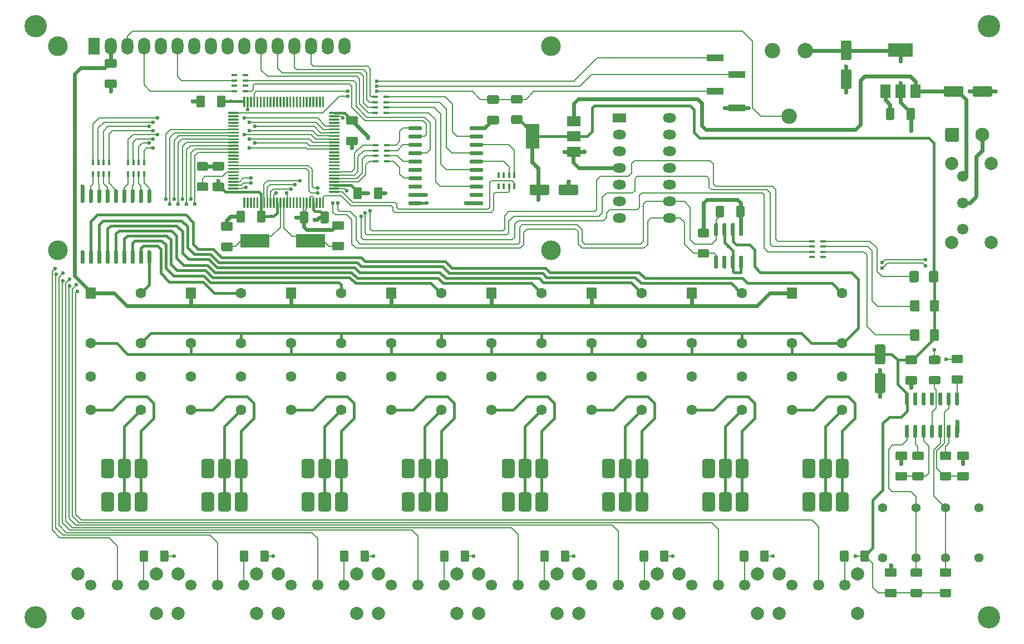
<source format=gtl>
G04 #@! TF.GenerationSoftware,KiCad,Pcbnew,(5.1.9)-1*
G04 #@! TF.CreationDate,2021-06-10T17:57:30+03:00*
G04 #@! TF.ProjectId,OneWireReader,4f6e6557-6972-4655-9265-616465722e6b,rev?*
G04 #@! TF.SameCoordinates,Original*
G04 #@! TF.FileFunction,Copper,L1,Top*
G04 #@! TF.FilePolarity,Positive*
%FSLAX46Y46*%
G04 Gerber Fmt 4.6, Leading zero omitted, Abs format (unit mm)*
G04 Created by KiCad (PCBNEW (5.1.9)-1) date 2021-06-10 17:57:30*
%MOMM*%
%LPD*%
G01*
G04 APERTURE LIST*
G04 #@! TA.AperFunction,ComponentPad*
%ADD10C,2.100000*%
G04 #@! TD*
G04 #@! TA.AperFunction,ComponentPad*
%ADD11C,1.600000*%
G04 #@! TD*
G04 #@! TA.AperFunction,ComponentPad*
%ADD12R,1.600000X1.800000*%
G04 #@! TD*
G04 #@! TA.AperFunction,ComponentPad*
%ADD13C,2.340000*%
G04 #@! TD*
G04 #@! TA.AperFunction,SMDPad,CuDef*
%ADD14R,0.900000X0.400000*%
G04 #@! TD*
G04 #@! TA.AperFunction,SMDPad,CuDef*
%ADD15R,0.400000X0.900000*%
G04 #@! TD*
G04 #@! TA.AperFunction,SMDPad,CuDef*
%ADD16R,4.500000X2.000000*%
G04 #@! TD*
G04 #@! TA.AperFunction,SMDPad,CuDef*
%ADD17R,2.000000X1.500000*%
G04 #@! TD*
G04 #@! TA.AperFunction,SMDPad,CuDef*
%ADD18R,2.000000X3.800000*%
G04 #@! TD*
G04 #@! TA.AperFunction,SMDPad,CuDef*
%ADD19R,1.500000X2.000000*%
G04 #@! TD*
G04 #@! TA.AperFunction,SMDPad,CuDef*
%ADD20R,3.800000X2.000000*%
G04 #@! TD*
G04 #@! TA.AperFunction,ComponentPad*
%ADD21C,1.700000*%
G04 #@! TD*
G04 #@! TA.AperFunction,ComponentPad*
%ADD22C,2.000000*%
G04 #@! TD*
G04 #@! TA.AperFunction,ComponentPad*
%ADD23C,1.397000*%
G04 #@! TD*
G04 #@! TA.AperFunction,ComponentPad*
%ADD24O,2.000000X1.440000*%
G04 #@! TD*
G04 #@! TA.AperFunction,ComponentPad*
%ADD25R,2.000000X1.440000*%
G04 #@! TD*
G04 #@! TA.AperFunction,SMDPad,CuDef*
%ADD26R,2.510000X1.000000*%
G04 #@! TD*
G04 #@! TA.AperFunction,ComponentPad*
%ADD27C,3.000000*%
G04 #@! TD*
G04 #@! TA.AperFunction,ComponentPad*
%ADD28O,1.800000X2.600000*%
G04 #@! TD*
G04 #@! TA.AperFunction,ComponentPad*
%ADD29R,1.800000X2.600000*%
G04 #@! TD*
G04 #@! TA.AperFunction,ViaPad*
%ADD30C,3.400000*%
G04 #@! TD*
G04 #@! TA.AperFunction,ViaPad*
%ADD31C,0.600000*%
G04 #@! TD*
G04 #@! TA.AperFunction,Conductor*
%ADD32C,0.200000*%
G04 #@! TD*
G04 #@! TA.AperFunction,Conductor*
%ADD33C,0.600000*%
G04 #@! TD*
G04 #@! TA.AperFunction,Conductor*
%ADD34C,0.400000*%
G04 #@! TD*
G04 APERTURE END LIST*
D10*
X191544000Y-56515000D03*
G04 #@! TA.AperFunction,ComponentPad*
G36*
G01*
X185894000Y-57315000D02*
X185894000Y-55715000D01*
G75*
G02*
X186144000Y-55465000I250000J0D01*
G01*
X187744000Y-55465000D01*
G75*
G02*
X187994000Y-55715000I0J-250000D01*
G01*
X187994000Y-57315000D01*
G75*
G02*
X187744000Y-57565000I-250000J0D01*
G01*
X186144000Y-57565000D01*
G75*
G02*
X185894000Y-57315000I0J250000D01*
G01*
G37*
G04 #@! TD.AperFunction*
D11*
X162600000Y-93350000D03*
X162600000Y-98430000D03*
X162600000Y-88270000D03*
X170220000Y-80650000D03*
D12*
X162600000Y-80650000D03*
D11*
X170220000Y-98430000D03*
X170220000Y-93350000D03*
X170220000Y-88270000D03*
G04 #@! TA.AperFunction,SMDPad,CuDef*
G36*
G01*
X183528000Y-87620000D02*
X183528000Y-86370000D01*
G75*
G02*
X183778000Y-86120000I250000J0D01*
G01*
X184703000Y-86120000D01*
G75*
G02*
X184953000Y-86370000I0J-250000D01*
G01*
X184953000Y-87620000D01*
G75*
G02*
X184703000Y-87870000I-250000J0D01*
G01*
X183778000Y-87870000D01*
G75*
G02*
X183528000Y-87620000I0J250000D01*
G01*
G37*
G04 #@! TD.AperFunction*
G04 #@! TA.AperFunction,SMDPad,CuDef*
G36*
G01*
X180553000Y-87620000D02*
X180553000Y-86370000D01*
G75*
G02*
X180803000Y-86120000I250000J0D01*
G01*
X181728000Y-86120000D01*
G75*
G02*
X181978000Y-86370000I0J-250000D01*
G01*
X181978000Y-87620000D01*
G75*
G02*
X181728000Y-87870000I-250000J0D01*
G01*
X180803000Y-87870000D01*
G75*
G02*
X180553000Y-87620000I0J250000D01*
G01*
G37*
G04 #@! TD.AperFunction*
G04 #@! TA.AperFunction,SMDPad,CuDef*
G36*
G01*
X183528000Y-83175000D02*
X183528000Y-81925000D01*
G75*
G02*
X183778000Y-81675000I250000J0D01*
G01*
X184703000Y-81675000D01*
G75*
G02*
X184953000Y-81925000I0J-250000D01*
G01*
X184953000Y-83175000D01*
G75*
G02*
X184703000Y-83425000I-250000J0D01*
G01*
X183778000Y-83425000D01*
G75*
G02*
X183528000Y-83175000I0J250000D01*
G01*
G37*
G04 #@! TD.AperFunction*
G04 #@! TA.AperFunction,SMDPad,CuDef*
G36*
G01*
X180553000Y-83175000D02*
X180553000Y-81925000D01*
G75*
G02*
X180803000Y-81675000I250000J0D01*
G01*
X181728000Y-81675000D01*
G75*
G02*
X181978000Y-81925000I0J-250000D01*
G01*
X181978000Y-83175000D01*
G75*
G02*
X181728000Y-83425000I-250000J0D01*
G01*
X180803000Y-83425000D01*
G75*
G02*
X180553000Y-83175000I0J250000D01*
G01*
G37*
G04 #@! TD.AperFunction*
G04 #@! TA.AperFunction,SMDPad,CuDef*
G36*
G01*
X183401000Y-78730000D02*
X183401000Y-77480000D01*
G75*
G02*
X183651000Y-77230000I250000J0D01*
G01*
X184576000Y-77230000D01*
G75*
G02*
X184826000Y-77480000I0J-250000D01*
G01*
X184826000Y-78730000D01*
G75*
G02*
X184576000Y-78980000I-250000J0D01*
G01*
X183651000Y-78980000D01*
G75*
G02*
X183401000Y-78730000I0J250000D01*
G01*
G37*
G04 #@! TD.AperFunction*
G04 #@! TA.AperFunction,SMDPad,CuDef*
G36*
G01*
X180426000Y-78730000D02*
X180426000Y-77480000D01*
G75*
G02*
X180676000Y-77230000I250000J0D01*
G01*
X181601000Y-77230000D01*
G75*
G02*
X181851000Y-77480000I0J-250000D01*
G01*
X181851000Y-78730000D01*
G75*
G02*
X181601000Y-78980000I-250000J0D01*
G01*
X180676000Y-78980000D01*
G75*
G02*
X180426000Y-78730000I0J250000D01*
G01*
G37*
G04 #@! TD.AperFunction*
D13*
X159639000Y-43688000D03*
X162139000Y-53688000D03*
X164639000Y-43688000D03*
D14*
X77763000Y-47441000D03*
X77763000Y-48241000D03*
X77763000Y-49041000D03*
X77763000Y-49841000D03*
X79463000Y-47441000D03*
X79463000Y-49841000D03*
X79463000Y-48241000D03*
X79463000Y-49041000D03*
X99139000Y-50748000D03*
X99139000Y-51548000D03*
X99139000Y-52348000D03*
X99139000Y-53148000D03*
X100839000Y-50748000D03*
X100839000Y-53148000D03*
X100839000Y-51548000D03*
X100839000Y-52348000D03*
X167347000Y-75114000D03*
X167347000Y-74314000D03*
X167347000Y-73514000D03*
X167347000Y-72714000D03*
X165647000Y-75114000D03*
X165647000Y-72714000D03*
X165647000Y-74314000D03*
X165647000Y-73514000D03*
D15*
X56244000Y-62450000D03*
X57044000Y-62450000D03*
X57844000Y-62450000D03*
X58644000Y-62450000D03*
X56244000Y-60750000D03*
X58644000Y-60750000D03*
X57044000Y-60750000D03*
X57844000Y-60750000D03*
X61578000Y-62450000D03*
X62378000Y-62450000D03*
X63178000Y-62450000D03*
X63978000Y-62450000D03*
X61578000Y-60750000D03*
X63978000Y-60750000D03*
X62378000Y-60750000D03*
X63178000Y-60750000D03*
D14*
X100966000Y-60514000D03*
X100966000Y-59714000D03*
X100966000Y-58914000D03*
X100966000Y-58114000D03*
X99266000Y-60514000D03*
X99266000Y-58114000D03*
X99266000Y-59714000D03*
X99266000Y-58914000D03*
D15*
X120326000Y-62650000D03*
X119526000Y-62650000D03*
X118726000Y-62650000D03*
X117926000Y-62650000D03*
X120326000Y-64350000D03*
X117926000Y-64350000D03*
X119526000Y-64350000D03*
X118726000Y-64350000D03*
D16*
X80840000Y-72644000D03*
X89340000Y-72644000D03*
G04 #@! TA.AperFunction,SMDPad,CuDef*
G36*
G01*
X64660000Y-74115000D02*
X64960000Y-74115000D01*
G75*
G02*
X65110000Y-74265000I0J-150000D01*
G01*
X65110000Y-76015000D01*
G75*
G02*
X64960000Y-76165000I-150000J0D01*
G01*
X64660000Y-76165000D01*
G75*
G02*
X64510000Y-76015000I0J150000D01*
G01*
X64510000Y-74265000D01*
G75*
G02*
X64660000Y-74115000I150000J0D01*
G01*
G37*
G04 #@! TD.AperFunction*
G04 #@! TA.AperFunction,SMDPad,CuDef*
G36*
G01*
X63390000Y-74115000D02*
X63690000Y-74115000D01*
G75*
G02*
X63840000Y-74265000I0J-150000D01*
G01*
X63840000Y-76015000D01*
G75*
G02*
X63690000Y-76165000I-150000J0D01*
G01*
X63390000Y-76165000D01*
G75*
G02*
X63240000Y-76015000I0J150000D01*
G01*
X63240000Y-74265000D01*
G75*
G02*
X63390000Y-74115000I150000J0D01*
G01*
G37*
G04 #@! TD.AperFunction*
G04 #@! TA.AperFunction,SMDPad,CuDef*
G36*
G01*
X62120000Y-74115000D02*
X62420000Y-74115000D01*
G75*
G02*
X62570000Y-74265000I0J-150000D01*
G01*
X62570000Y-76015000D01*
G75*
G02*
X62420000Y-76165000I-150000J0D01*
G01*
X62120000Y-76165000D01*
G75*
G02*
X61970000Y-76015000I0J150000D01*
G01*
X61970000Y-74265000D01*
G75*
G02*
X62120000Y-74115000I150000J0D01*
G01*
G37*
G04 #@! TD.AperFunction*
G04 #@! TA.AperFunction,SMDPad,CuDef*
G36*
G01*
X60850000Y-74115000D02*
X61150000Y-74115000D01*
G75*
G02*
X61300000Y-74265000I0J-150000D01*
G01*
X61300000Y-76015000D01*
G75*
G02*
X61150000Y-76165000I-150000J0D01*
G01*
X60850000Y-76165000D01*
G75*
G02*
X60700000Y-76015000I0J150000D01*
G01*
X60700000Y-74265000D01*
G75*
G02*
X60850000Y-74115000I150000J0D01*
G01*
G37*
G04 #@! TD.AperFunction*
G04 #@! TA.AperFunction,SMDPad,CuDef*
G36*
G01*
X59580000Y-74115000D02*
X59880000Y-74115000D01*
G75*
G02*
X60030000Y-74265000I0J-150000D01*
G01*
X60030000Y-76015000D01*
G75*
G02*
X59880000Y-76165000I-150000J0D01*
G01*
X59580000Y-76165000D01*
G75*
G02*
X59430000Y-76015000I0J150000D01*
G01*
X59430000Y-74265000D01*
G75*
G02*
X59580000Y-74115000I150000J0D01*
G01*
G37*
G04 #@! TD.AperFunction*
G04 #@! TA.AperFunction,SMDPad,CuDef*
G36*
G01*
X58310000Y-74115000D02*
X58610000Y-74115000D01*
G75*
G02*
X58760000Y-74265000I0J-150000D01*
G01*
X58760000Y-76015000D01*
G75*
G02*
X58610000Y-76165000I-150000J0D01*
G01*
X58310000Y-76165000D01*
G75*
G02*
X58160000Y-76015000I0J150000D01*
G01*
X58160000Y-74265000D01*
G75*
G02*
X58310000Y-74115000I150000J0D01*
G01*
G37*
G04 #@! TD.AperFunction*
G04 #@! TA.AperFunction,SMDPad,CuDef*
G36*
G01*
X57040000Y-74115000D02*
X57340000Y-74115000D01*
G75*
G02*
X57490000Y-74265000I0J-150000D01*
G01*
X57490000Y-76015000D01*
G75*
G02*
X57340000Y-76165000I-150000J0D01*
G01*
X57040000Y-76165000D01*
G75*
G02*
X56890000Y-76015000I0J150000D01*
G01*
X56890000Y-74265000D01*
G75*
G02*
X57040000Y-74115000I150000J0D01*
G01*
G37*
G04 #@! TD.AperFunction*
G04 #@! TA.AperFunction,SMDPad,CuDef*
G36*
G01*
X55770000Y-74115000D02*
X56070000Y-74115000D01*
G75*
G02*
X56220000Y-74265000I0J-150000D01*
G01*
X56220000Y-76015000D01*
G75*
G02*
X56070000Y-76165000I-150000J0D01*
G01*
X55770000Y-76165000D01*
G75*
G02*
X55620000Y-76015000I0J150000D01*
G01*
X55620000Y-74265000D01*
G75*
G02*
X55770000Y-74115000I150000J0D01*
G01*
G37*
G04 #@! TD.AperFunction*
G04 #@! TA.AperFunction,SMDPad,CuDef*
G36*
G01*
X54500000Y-74115000D02*
X54800000Y-74115000D01*
G75*
G02*
X54950000Y-74265000I0J-150000D01*
G01*
X54950000Y-76015000D01*
G75*
G02*
X54800000Y-76165000I-150000J0D01*
G01*
X54500000Y-76165000D01*
G75*
G02*
X54350000Y-76015000I0J150000D01*
G01*
X54350000Y-74265000D01*
G75*
G02*
X54500000Y-74115000I150000J0D01*
G01*
G37*
G04 #@! TD.AperFunction*
G04 #@! TA.AperFunction,SMDPad,CuDef*
G36*
G01*
X54500000Y-64815000D02*
X54800000Y-64815000D01*
G75*
G02*
X54950000Y-64965000I0J-150000D01*
G01*
X54950000Y-66715000D01*
G75*
G02*
X54800000Y-66865000I-150000J0D01*
G01*
X54500000Y-66865000D01*
G75*
G02*
X54350000Y-66715000I0J150000D01*
G01*
X54350000Y-64965000D01*
G75*
G02*
X54500000Y-64815000I150000J0D01*
G01*
G37*
G04 #@! TD.AperFunction*
G04 #@! TA.AperFunction,SMDPad,CuDef*
G36*
G01*
X55770000Y-64815000D02*
X56070000Y-64815000D01*
G75*
G02*
X56220000Y-64965000I0J-150000D01*
G01*
X56220000Y-66715000D01*
G75*
G02*
X56070000Y-66865000I-150000J0D01*
G01*
X55770000Y-66865000D01*
G75*
G02*
X55620000Y-66715000I0J150000D01*
G01*
X55620000Y-64965000D01*
G75*
G02*
X55770000Y-64815000I150000J0D01*
G01*
G37*
G04 #@! TD.AperFunction*
G04 #@! TA.AperFunction,SMDPad,CuDef*
G36*
G01*
X57040000Y-64815000D02*
X57340000Y-64815000D01*
G75*
G02*
X57490000Y-64965000I0J-150000D01*
G01*
X57490000Y-66715000D01*
G75*
G02*
X57340000Y-66865000I-150000J0D01*
G01*
X57040000Y-66865000D01*
G75*
G02*
X56890000Y-66715000I0J150000D01*
G01*
X56890000Y-64965000D01*
G75*
G02*
X57040000Y-64815000I150000J0D01*
G01*
G37*
G04 #@! TD.AperFunction*
G04 #@! TA.AperFunction,SMDPad,CuDef*
G36*
G01*
X58310000Y-64815000D02*
X58610000Y-64815000D01*
G75*
G02*
X58760000Y-64965000I0J-150000D01*
G01*
X58760000Y-66715000D01*
G75*
G02*
X58610000Y-66865000I-150000J0D01*
G01*
X58310000Y-66865000D01*
G75*
G02*
X58160000Y-66715000I0J150000D01*
G01*
X58160000Y-64965000D01*
G75*
G02*
X58310000Y-64815000I150000J0D01*
G01*
G37*
G04 #@! TD.AperFunction*
G04 #@! TA.AperFunction,SMDPad,CuDef*
G36*
G01*
X59580000Y-64815000D02*
X59880000Y-64815000D01*
G75*
G02*
X60030000Y-64965000I0J-150000D01*
G01*
X60030000Y-66715000D01*
G75*
G02*
X59880000Y-66865000I-150000J0D01*
G01*
X59580000Y-66865000D01*
G75*
G02*
X59430000Y-66715000I0J150000D01*
G01*
X59430000Y-64965000D01*
G75*
G02*
X59580000Y-64815000I150000J0D01*
G01*
G37*
G04 #@! TD.AperFunction*
G04 #@! TA.AperFunction,SMDPad,CuDef*
G36*
G01*
X60850000Y-64815000D02*
X61150000Y-64815000D01*
G75*
G02*
X61300000Y-64965000I0J-150000D01*
G01*
X61300000Y-66715000D01*
G75*
G02*
X61150000Y-66865000I-150000J0D01*
G01*
X60850000Y-66865000D01*
G75*
G02*
X60700000Y-66715000I0J150000D01*
G01*
X60700000Y-64965000D01*
G75*
G02*
X60850000Y-64815000I150000J0D01*
G01*
G37*
G04 #@! TD.AperFunction*
G04 #@! TA.AperFunction,SMDPad,CuDef*
G36*
G01*
X62120000Y-64815000D02*
X62420000Y-64815000D01*
G75*
G02*
X62570000Y-64965000I0J-150000D01*
G01*
X62570000Y-66715000D01*
G75*
G02*
X62420000Y-66865000I-150000J0D01*
G01*
X62120000Y-66865000D01*
G75*
G02*
X61970000Y-66715000I0J150000D01*
G01*
X61970000Y-64965000D01*
G75*
G02*
X62120000Y-64815000I150000J0D01*
G01*
G37*
G04 #@! TD.AperFunction*
G04 #@! TA.AperFunction,SMDPad,CuDef*
G36*
G01*
X63390000Y-64815000D02*
X63690000Y-64815000D01*
G75*
G02*
X63840000Y-64965000I0J-150000D01*
G01*
X63840000Y-66715000D01*
G75*
G02*
X63690000Y-66865000I-150000J0D01*
G01*
X63390000Y-66865000D01*
G75*
G02*
X63240000Y-66715000I0J150000D01*
G01*
X63240000Y-64965000D01*
G75*
G02*
X63390000Y-64815000I150000J0D01*
G01*
G37*
G04 #@! TD.AperFunction*
G04 #@! TA.AperFunction,SMDPad,CuDef*
G36*
G01*
X64660000Y-64815000D02*
X64960000Y-64815000D01*
G75*
G02*
X65110000Y-64965000I0J-150000D01*
G01*
X65110000Y-66715000D01*
G75*
G02*
X64960000Y-66865000I-150000J0D01*
G01*
X64660000Y-66865000D01*
G75*
G02*
X64510000Y-66715000I0J150000D01*
G01*
X64510000Y-64965000D01*
G75*
G02*
X64660000Y-64815000I150000J0D01*
G01*
G37*
G04 #@! TD.AperFunction*
G04 #@! TA.AperFunction,SMDPad,CuDef*
G36*
G01*
X106270000Y-66784000D02*
X106270000Y-67084000D01*
G75*
G02*
X106120000Y-67234000I-150000J0D01*
G01*
X104370000Y-67234000D01*
G75*
G02*
X104220000Y-67084000I0J150000D01*
G01*
X104220000Y-66784000D01*
G75*
G02*
X104370000Y-66634000I150000J0D01*
G01*
X106120000Y-66634000D01*
G75*
G02*
X106270000Y-66784000I0J-150000D01*
G01*
G37*
G04 #@! TD.AperFunction*
G04 #@! TA.AperFunction,SMDPad,CuDef*
G36*
G01*
X106270000Y-65514000D02*
X106270000Y-65814000D01*
G75*
G02*
X106120000Y-65964000I-150000J0D01*
G01*
X104370000Y-65964000D01*
G75*
G02*
X104220000Y-65814000I0J150000D01*
G01*
X104220000Y-65514000D01*
G75*
G02*
X104370000Y-65364000I150000J0D01*
G01*
X106120000Y-65364000D01*
G75*
G02*
X106270000Y-65514000I0J-150000D01*
G01*
G37*
G04 #@! TD.AperFunction*
G04 #@! TA.AperFunction,SMDPad,CuDef*
G36*
G01*
X106270000Y-64244000D02*
X106270000Y-64544000D01*
G75*
G02*
X106120000Y-64694000I-150000J0D01*
G01*
X104370000Y-64694000D01*
G75*
G02*
X104220000Y-64544000I0J150000D01*
G01*
X104220000Y-64244000D01*
G75*
G02*
X104370000Y-64094000I150000J0D01*
G01*
X106120000Y-64094000D01*
G75*
G02*
X106270000Y-64244000I0J-150000D01*
G01*
G37*
G04 #@! TD.AperFunction*
G04 #@! TA.AperFunction,SMDPad,CuDef*
G36*
G01*
X106270000Y-62974000D02*
X106270000Y-63274000D01*
G75*
G02*
X106120000Y-63424000I-150000J0D01*
G01*
X104370000Y-63424000D01*
G75*
G02*
X104220000Y-63274000I0J150000D01*
G01*
X104220000Y-62974000D01*
G75*
G02*
X104370000Y-62824000I150000J0D01*
G01*
X106120000Y-62824000D01*
G75*
G02*
X106270000Y-62974000I0J-150000D01*
G01*
G37*
G04 #@! TD.AperFunction*
G04 #@! TA.AperFunction,SMDPad,CuDef*
G36*
G01*
X106270000Y-61704000D02*
X106270000Y-62004000D01*
G75*
G02*
X106120000Y-62154000I-150000J0D01*
G01*
X104370000Y-62154000D01*
G75*
G02*
X104220000Y-62004000I0J150000D01*
G01*
X104220000Y-61704000D01*
G75*
G02*
X104370000Y-61554000I150000J0D01*
G01*
X106120000Y-61554000D01*
G75*
G02*
X106270000Y-61704000I0J-150000D01*
G01*
G37*
G04 #@! TD.AperFunction*
G04 #@! TA.AperFunction,SMDPad,CuDef*
G36*
G01*
X106270000Y-60434000D02*
X106270000Y-60734000D01*
G75*
G02*
X106120000Y-60884000I-150000J0D01*
G01*
X104370000Y-60884000D01*
G75*
G02*
X104220000Y-60734000I0J150000D01*
G01*
X104220000Y-60434000D01*
G75*
G02*
X104370000Y-60284000I150000J0D01*
G01*
X106120000Y-60284000D01*
G75*
G02*
X106270000Y-60434000I0J-150000D01*
G01*
G37*
G04 #@! TD.AperFunction*
G04 #@! TA.AperFunction,SMDPad,CuDef*
G36*
G01*
X106270000Y-59164000D02*
X106270000Y-59464000D01*
G75*
G02*
X106120000Y-59614000I-150000J0D01*
G01*
X104370000Y-59614000D01*
G75*
G02*
X104220000Y-59464000I0J150000D01*
G01*
X104220000Y-59164000D01*
G75*
G02*
X104370000Y-59014000I150000J0D01*
G01*
X106120000Y-59014000D01*
G75*
G02*
X106270000Y-59164000I0J-150000D01*
G01*
G37*
G04 #@! TD.AperFunction*
G04 #@! TA.AperFunction,SMDPad,CuDef*
G36*
G01*
X106270000Y-57894000D02*
X106270000Y-58194000D01*
G75*
G02*
X106120000Y-58344000I-150000J0D01*
G01*
X104370000Y-58344000D01*
G75*
G02*
X104220000Y-58194000I0J150000D01*
G01*
X104220000Y-57894000D01*
G75*
G02*
X104370000Y-57744000I150000J0D01*
G01*
X106120000Y-57744000D01*
G75*
G02*
X106270000Y-57894000I0J-150000D01*
G01*
G37*
G04 #@! TD.AperFunction*
G04 #@! TA.AperFunction,SMDPad,CuDef*
G36*
G01*
X106270000Y-56624000D02*
X106270000Y-56924000D01*
G75*
G02*
X106120000Y-57074000I-150000J0D01*
G01*
X104370000Y-57074000D01*
G75*
G02*
X104220000Y-56924000I0J150000D01*
G01*
X104220000Y-56624000D01*
G75*
G02*
X104370000Y-56474000I150000J0D01*
G01*
X106120000Y-56474000D01*
G75*
G02*
X106270000Y-56624000I0J-150000D01*
G01*
G37*
G04 #@! TD.AperFunction*
G04 #@! TA.AperFunction,SMDPad,CuDef*
G36*
G01*
X106270000Y-55354000D02*
X106270000Y-55654000D01*
G75*
G02*
X106120000Y-55804000I-150000J0D01*
G01*
X104370000Y-55804000D01*
G75*
G02*
X104220000Y-55654000I0J150000D01*
G01*
X104220000Y-55354000D01*
G75*
G02*
X104370000Y-55204000I150000J0D01*
G01*
X106120000Y-55204000D01*
G75*
G02*
X106270000Y-55354000I0J-150000D01*
G01*
G37*
G04 #@! TD.AperFunction*
G04 #@! TA.AperFunction,SMDPad,CuDef*
G36*
G01*
X115570000Y-55354000D02*
X115570000Y-55654000D01*
G75*
G02*
X115420000Y-55804000I-150000J0D01*
G01*
X113670000Y-55804000D01*
G75*
G02*
X113520000Y-55654000I0J150000D01*
G01*
X113520000Y-55354000D01*
G75*
G02*
X113670000Y-55204000I150000J0D01*
G01*
X115420000Y-55204000D01*
G75*
G02*
X115570000Y-55354000I0J-150000D01*
G01*
G37*
G04 #@! TD.AperFunction*
G04 #@! TA.AperFunction,SMDPad,CuDef*
G36*
G01*
X115570000Y-56624000D02*
X115570000Y-56924000D01*
G75*
G02*
X115420000Y-57074000I-150000J0D01*
G01*
X113670000Y-57074000D01*
G75*
G02*
X113520000Y-56924000I0J150000D01*
G01*
X113520000Y-56624000D01*
G75*
G02*
X113670000Y-56474000I150000J0D01*
G01*
X115420000Y-56474000D01*
G75*
G02*
X115570000Y-56624000I0J-150000D01*
G01*
G37*
G04 #@! TD.AperFunction*
G04 #@! TA.AperFunction,SMDPad,CuDef*
G36*
G01*
X115570000Y-57894000D02*
X115570000Y-58194000D01*
G75*
G02*
X115420000Y-58344000I-150000J0D01*
G01*
X113670000Y-58344000D01*
G75*
G02*
X113520000Y-58194000I0J150000D01*
G01*
X113520000Y-57894000D01*
G75*
G02*
X113670000Y-57744000I150000J0D01*
G01*
X115420000Y-57744000D01*
G75*
G02*
X115570000Y-57894000I0J-150000D01*
G01*
G37*
G04 #@! TD.AperFunction*
G04 #@! TA.AperFunction,SMDPad,CuDef*
G36*
G01*
X115570000Y-59164000D02*
X115570000Y-59464000D01*
G75*
G02*
X115420000Y-59614000I-150000J0D01*
G01*
X113670000Y-59614000D01*
G75*
G02*
X113520000Y-59464000I0J150000D01*
G01*
X113520000Y-59164000D01*
G75*
G02*
X113670000Y-59014000I150000J0D01*
G01*
X115420000Y-59014000D01*
G75*
G02*
X115570000Y-59164000I0J-150000D01*
G01*
G37*
G04 #@! TD.AperFunction*
G04 #@! TA.AperFunction,SMDPad,CuDef*
G36*
G01*
X115570000Y-60434000D02*
X115570000Y-60734000D01*
G75*
G02*
X115420000Y-60884000I-150000J0D01*
G01*
X113670000Y-60884000D01*
G75*
G02*
X113520000Y-60734000I0J150000D01*
G01*
X113520000Y-60434000D01*
G75*
G02*
X113670000Y-60284000I150000J0D01*
G01*
X115420000Y-60284000D01*
G75*
G02*
X115570000Y-60434000I0J-150000D01*
G01*
G37*
G04 #@! TD.AperFunction*
G04 #@! TA.AperFunction,SMDPad,CuDef*
G36*
G01*
X115570000Y-61704000D02*
X115570000Y-62004000D01*
G75*
G02*
X115420000Y-62154000I-150000J0D01*
G01*
X113670000Y-62154000D01*
G75*
G02*
X113520000Y-62004000I0J150000D01*
G01*
X113520000Y-61704000D01*
G75*
G02*
X113670000Y-61554000I150000J0D01*
G01*
X115420000Y-61554000D01*
G75*
G02*
X115570000Y-61704000I0J-150000D01*
G01*
G37*
G04 #@! TD.AperFunction*
G04 #@! TA.AperFunction,SMDPad,CuDef*
G36*
G01*
X115570000Y-62974000D02*
X115570000Y-63274000D01*
G75*
G02*
X115420000Y-63424000I-150000J0D01*
G01*
X113670000Y-63424000D01*
G75*
G02*
X113520000Y-63274000I0J150000D01*
G01*
X113520000Y-62974000D01*
G75*
G02*
X113670000Y-62824000I150000J0D01*
G01*
X115420000Y-62824000D01*
G75*
G02*
X115570000Y-62974000I0J-150000D01*
G01*
G37*
G04 #@! TD.AperFunction*
G04 #@! TA.AperFunction,SMDPad,CuDef*
G36*
G01*
X115570000Y-64244000D02*
X115570000Y-64544000D01*
G75*
G02*
X115420000Y-64694000I-150000J0D01*
G01*
X113670000Y-64694000D01*
G75*
G02*
X113520000Y-64544000I0J150000D01*
G01*
X113520000Y-64244000D01*
G75*
G02*
X113670000Y-64094000I150000J0D01*
G01*
X115420000Y-64094000D01*
G75*
G02*
X115570000Y-64244000I0J-150000D01*
G01*
G37*
G04 #@! TD.AperFunction*
G04 #@! TA.AperFunction,SMDPad,CuDef*
G36*
G01*
X115570000Y-65514000D02*
X115570000Y-65814000D01*
G75*
G02*
X115420000Y-65964000I-150000J0D01*
G01*
X113670000Y-65964000D01*
G75*
G02*
X113520000Y-65814000I0J150000D01*
G01*
X113520000Y-65514000D01*
G75*
G02*
X113670000Y-65364000I150000J0D01*
G01*
X115420000Y-65364000D01*
G75*
G02*
X115570000Y-65514000I0J-150000D01*
G01*
G37*
G04 #@! TD.AperFunction*
G04 #@! TA.AperFunction,SMDPad,CuDef*
G36*
G01*
X115570000Y-66784000D02*
X115570000Y-67084000D01*
G75*
G02*
X115420000Y-67234000I-150000J0D01*
G01*
X113670000Y-67234000D01*
G75*
G02*
X113520000Y-67084000I0J150000D01*
G01*
X113520000Y-66784000D01*
G75*
G02*
X113670000Y-66634000I150000J0D01*
G01*
X115420000Y-66634000D01*
G75*
G02*
X115570000Y-66784000I0J-150000D01*
G01*
G37*
G04 #@! TD.AperFunction*
G04 #@! TA.AperFunction,SMDPad,CuDef*
G36*
G01*
X154703000Y-74911000D02*
X155003000Y-74911000D01*
G75*
G02*
X155153000Y-75061000I0J-150000D01*
G01*
X155153000Y-76711000D01*
G75*
G02*
X155003000Y-76861000I-150000J0D01*
G01*
X154703000Y-76861000D01*
G75*
G02*
X154553000Y-76711000I0J150000D01*
G01*
X154553000Y-75061000D01*
G75*
G02*
X154703000Y-74911000I150000J0D01*
G01*
G37*
G04 #@! TD.AperFunction*
G04 #@! TA.AperFunction,SMDPad,CuDef*
G36*
G01*
X153433000Y-74911000D02*
X153733000Y-74911000D01*
G75*
G02*
X153883000Y-75061000I0J-150000D01*
G01*
X153883000Y-76711000D01*
G75*
G02*
X153733000Y-76861000I-150000J0D01*
G01*
X153433000Y-76861000D01*
G75*
G02*
X153283000Y-76711000I0J150000D01*
G01*
X153283000Y-75061000D01*
G75*
G02*
X153433000Y-74911000I150000J0D01*
G01*
G37*
G04 #@! TD.AperFunction*
G04 #@! TA.AperFunction,SMDPad,CuDef*
G36*
G01*
X152163000Y-74911000D02*
X152463000Y-74911000D01*
G75*
G02*
X152613000Y-75061000I0J-150000D01*
G01*
X152613000Y-76711000D01*
G75*
G02*
X152463000Y-76861000I-150000J0D01*
G01*
X152163000Y-76861000D01*
G75*
G02*
X152013000Y-76711000I0J150000D01*
G01*
X152013000Y-75061000D01*
G75*
G02*
X152163000Y-74911000I150000J0D01*
G01*
G37*
G04 #@! TD.AperFunction*
G04 #@! TA.AperFunction,SMDPad,CuDef*
G36*
G01*
X150893000Y-74911000D02*
X151193000Y-74911000D01*
G75*
G02*
X151343000Y-75061000I0J-150000D01*
G01*
X151343000Y-76711000D01*
G75*
G02*
X151193000Y-76861000I-150000J0D01*
G01*
X150893000Y-76861000D01*
G75*
G02*
X150743000Y-76711000I0J150000D01*
G01*
X150743000Y-75061000D01*
G75*
G02*
X150893000Y-74911000I150000J0D01*
G01*
G37*
G04 #@! TD.AperFunction*
G04 #@! TA.AperFunction,SMDPad,CuDef*
G36*
G01*
X150893000Y-69961000D02*
X151193000Y-69961000D01*
G75*
G02*
X151343000Y-70111000I0J-150000D01*
G01*
X151343000Y-71761000D01*
G75*
G02*
X151193000Y-71911000I-150000J0D01*
G01*
X150893000Y-71911000D01*
G75*
G02*
X150743000Y-71761000I0J150000D01*
G01*
X150743000Y-70111000D01*
G75*
G02*
X150893000Y-69961000I150000J0D01*
G01*
G37*
G04 #@! TD.AperFunction*
G04 #@! TA.AperFunction,SMDPad,CuDef*
G36*
G01*
X152163000Y-69961000D02*
X152463000Y-69961000D01*
G75*
G02*
X152613000Y-70111000I0J-150000D01*
G01*
X152613000Y-71761000D01*
G75*
G02*
X152463000Y-71911000I-150000J0D01*
G01*
X152163000Y-71911000D01*
G75*
G02*
X152013000Y-71761000I0J150000D01*
G01*
X152013000Y-70111000D01*
G75*
G02*
X152163000Y-69961000I150000J0D01*
G01*
G37*
G04 #@! TD.AperFunction*
G04 #@! TA.AperFunction,SMDPad,CuDef*
G36*
G01*
X153433000Y-69961000D02*
X153733000Y-69961000D01*
G75*
G02*
X153883000Y-70111000I0J-150000D01*
G01*
X153883000Y-71761000D01*
G75*
G02*
X153733000Y-71911000I-150000J0D01*
G01*
X153433000Y-71911000D01*
G75*
G02*
X153283000Y-71761000I0J150000D01*
G01*
X153283000Y-70111000D01*
G75*
G02*
X153433000Y-69961000I150000J0D01*
G01*
G37*
G04 #@! TD.AperFunction*
G04 #@! TA.AperFunction,SMDPad,CuDef*
G36*
G01*
X154703000Y-69961000D02*
X155003000Y-69961000D01*
G75*
G02*
X155153000Y-70111000I0J-150000D01*
G01*
X155153000Y-71761000D01*
G75*
G02*
X155003000Y-71911000I-150000J0D01*
G01*
X154703000Y-71911000D01*
G75*
G02*
X154553000Y-71761000I0J150000D01*
G01*
X154553000Y-70111000D01*
G75*
G02*
X154703000Y-69961000I150000J0D01*
G01*
G37*
G04 #@! TD.AperFunction*
G04 #@! TA.AperFunction,SMDPad,CuDef*
G36*
G01*
X78307000Y-65337000D02*
X76857000Y-65337000D01*
G75*
G02*
X76782000Y-65262000I0J75000D01*
G01*
X76782000Y-65112000D01*
G75*
G02*
X76857000Y-65037000I75000J0D01*
G01*
X78307000Y-65037000D01*
G75*
G02*
X78382000Y-65112000I0J-75000D01*
G01*
X78382000Y-65262000D01*
G75*
G02*
X78307000Y-65337000I-75000J0D01*
G01*
G37*
G04 #@! TD.AperFunction*
G04 #@! TA.AperFunction,SMDPad,CuDef*
G36*
G01*
X78307000Y-64837000D02*
X76857000Y-64837000D01*
G75*
G02*
X76782000Y-64762000I0J75000D01*
G01*
X76782000Y-64612000D01*
G75*
G02*
X76857000Y-64537000I75000J0D01*
G01*
X78307000Y-64537000D01*
G75*
G02*
X78382000Y-64612000I0J-75000D01*
G01*
X78382000Y-64762000D01*
G75*
G02*
X78307000Y-64837000I-75000J0D01*
G01*
G37*
G04 #@! TD.AperFunction*
G04 #@! TA.AperFunction,SMDPad,CuDef*
G36*
G01*
X78307000Y-64337000D02*
X76857000Y-64337000D01*
G75*
G02*
X76782000Y-64262000I0J75000D01*
G01*
X76782000Y-64112000D01*
G75*
G02*
X76857000Y-64037000I75000J0D01*
G01*
X78307000Y-64037000D01*
G75*
G02*
X78382000Y-64112000I0J-75000D01*
G01*
X78382000Y-64262000D01*
G75*
G02*
X78307000Y-64337000I-75000J0D01*
G01*
G37*
G04 #@! TD.AperFunction*
G04 #@! TA.AperFunction,SMDPad,CuDef*
G36*
G01*
X78307000Y-63837000D02*
X76857000Y-63837000D01*
G75*
G02*
X76782000Y-63762000I0J75000D01*
G01*
X76782000Y-63612000D01*
G75*
G02*
X76857000Y-63537000I75000J0D01*
G01*
X78307000Y-63537000D01*
G75*
G02*
X78382000Y-63612000I0J-75000D01*
G01*
X78382000Y-63762000D01*
G75*
G02*
X78307000Y-63837000I-75000J0D01*
G01*
G37*
G04 #@! TD.AperFunction*
G04 #@! TA.AperFunction,SMDPad,CuDef*
G36*
G01*
X78307000Y-63337000D02*
X76857000Y-63337000D01*
G75*
G02*
X76782000Y-63262000I0J75000D01*
G01*
X76782000Y-63112000D01*
G75*
G02*
X76857000Y-63037000I75000J0D01*
G01*
X78307000Y-63037000D01*
G75*
G02*
X78382000Y-63112000I0J-75000D01*
G01*
X78382000Y-63262000D01*
G75*
G02*
X78307000Y-63337000I-75000J0D01*
G01*
G37*
G04 #@! TD.AperFunction*
G04 #@! TA.AperFunction,SMDPad,CuDef*
G36*
G01*
X78307000Y-62837000D02*
X76857000Y-62837000D01*
G75*
G02*
X76782000Y-62762000I0J75000D01*
G01*
X76782000Y-62612000D01*
G75*
G02*
X76857000Y-62537000I75000J0D01*
G01*
X78307000Y-62537000D01*
G75*
G02*
X78382000Y-62612000I0J-75000D01*
G01*
X78382000Y-62762000D01*
G75*
G02*
X78307000Y-62837000I-75000J0D01*
G01*
G37*
G04 #@! TD.AperFunction*
G04 #@! TA.AperFunction,SMDPad,CuDef*
G36*
G01*
X78307000Y-62337000D02*
X76857000Y-62337000D01*
G75*
G02*
X76782000Y-62262000I0J75000D01*
G01*
X76782000Y-62112000D01*
G75*
G02*
X76857000Y-62037000I75000J0D01*
G01*
X78307000Y-62037000D01*
G75*
G02*
X78382000Y-62112000I0J-75000D01*
G01*
X78382000Y-62262000D01*
G75*
G02*
X78307000Y-62337000I-75000J0D01*
G01*
G37*
G04 #@! TD.AperFunction*
G04 #@! TA.AperFunction,SMDPad,CuDef*
G36*
G01*
X78307000Y-61837000D02*
X76857000Y-61837000D01*
G75*
G02*
X76782000Y-61762000I0J75000D01*
G01*
X76782000Y-61612000D01*
G75*
G02*
X76857000Y-61537000I75000J0D01*
G01*
X78307000Y-61537000D01*
G75*
G02*
X78382000Y-61612000I0J-75000D01*
G01*
X78382000Y-61762000D01*
G75*
G02*
X78307000Y-61837000I-75000J0D01*
G01*
G37*
G04 #@! TD.AperFunction*
G04 #@! TA.AperFunction,SMDPad,CuDef*
G36*
G01*
X78307000Y-61337000D02*
X76857000Y-61337000D01*
G75*
G02*
X76782000Y-61262000I0J75000D01*
G01*
X76782000Y-61112000D01*
G75*
G02*
X76857000Y-61037000I75000J0D01*
G01*
X78307000Y-61037000D01*
G75*
G02*
X78382000Y-61112000I0J-75000D01*
G01*
X78382000Y-61262000D01*
G75*
G02*
X78307000Y-61337000I-75000J0D01*
G01*
G37*
G04 #@! TD.AperFunction*
G04 #@! TA.AperFunction,SMDPad,CuDef*
G36*
G01*
X78307000Y-60837000D02*
X76857000Y-60837000D01*
G75*
G02*
X76782000Y-60762000I0J75000D01*
G01*
X76782000Y-60612000D01*
G75*
G02*
X76857000Y-60537000I75000J0D01*
G01*
X78307000Y-60537000D01*
G75*
G02*
X78382000Y-60612000I0J-75000D01*
G01*
X78382000Y-60762000D01*
G75*
G02*
X78307000Y-60837000I-75000J0D01*
G01*
G37*
G04 #@! TD.AperFunction*
G04 #@! TA.AperFunction,SMDPad,CuDef*
G36*
G01*
X78307000Y-60337000D02*
X76857000Y-60337000D01*
G75*
G02*
X76782000Y-60262000I0J75000D01*
G01*
X76782000Y-60112000D01*
G75*
G02*
X76857000Y-60037000I75000J0D01*
G01*
X78307000Y-60037000D01*
G75*
G02*
X78382000Y-60112000I0J-75000D01*
G01*
X78382000Y-60262000D01*
G75*
G02*
X78307000Y-60337000I-75000J0D01*
G01*
G37*
G04 #@! TD.AperFunction*
G04 #@! TA.AperFunction,SMDPad,CuDef*
G36*
G01*
X78307000Y-59837000D02*
X76857000Y-59837000D01*
G75*
G02*
X76782000Y-59762000I0J75000D01*
G01*
X76782000Y-59612000D01*
G75*
G02*
X76857000Y-59537000I75000J0D01*
G01*
X78307000Y-59537000D01*
G75*
G02*
X78382000Y-59612000I0J-75000D01*
G01*
X78382000Y-59762000D01*
G75*
G02*
X78307000Y-59837000I-75000J0D01*
G01*
G37*
G04 #@! TD.AperFunction*
G04 #@! TA.AperFunction,SMDPad,CuDef*
G36*
G01*
X78307000Y-59337000D02*
X76857000Y-59337000D01*
G75*
G02*
X76782000Y-59262000I0J75000D01*
G01*
X76782000Y-59112000D01*
G75*
G02*
X76857000Y-59037000I75000J0D01*
G01*
X78307000Y-59037000D01*
G75*
G02*
X78382000Y-59112000I0J-75000D01*
G01*
X78382000Y-59262000D01*
G75*
G02*
X78307000Y-59337000I-75000J0D01*
G01*
G37*
G04 #@! TD.AperFunction*
G04 #@! TA.AperFunction,SMDPad,CuDef*
G36*
G01*
X78307000Y-58837000D02*
X76857000Y-58837000D01*
G75*
G02*
X76782000Y-58762000I0J75000D01*
G01*
X76782000Y-58612000D01*
G75*
G02*
X76857000Y-58537000I75000J0D01*
G01*
X78307000Y-58537000D01*
G75*
G02*
X78382000Y-58612000I0J-75000D01*
G01*
X78382000Y-58762000D01*
G75*
G02*
X78307000Y-58837000I-75000J0D01*
G01*
G37*
G04 #@! TD.AperFunction*
G04 #@! TA.AperFunction,SMDPad,CuDef*
G36*
G01*
X78307000Y-58337000D02*
X76857000Y-58337000D01*
G75*
G02*
X76782000Y-58262000I0J75000D01*
G01*
X76782000Y-58112000D01*
G75*
G02*
X76857000Y-58037000I75000J0D01*
G01*
X78307000Y-58037000D01*
G75*
G02*
X78382000Y-58112000I0J-75000D01*
G01*
X78382000Y-58262000D01*
G75*
G02*
X78307000Y-58337000I-75000J0D01*
G01*
G37*
G04 #@! TD.AperFunction*
G04 #@! TA.AperFunction,SMDPad,CuDef*
G36*
G01*
X78307000Y-57837000D02*
X76857000Y-57837000D01*
G75*
G02*
X76782000Y-57762000I0J75000D01*
G01*
X76782000Y-57612000D01*
G75*
G02*
X76857000Y-57537000I75000J0D01*
G01*
X78307000Y-57537000D01*
G75*
G02*
X78382000Y-57612000I0J-75000D01*
G01*
X78382000Y-57762000D01*
G75*
G02*
X78307000Y-57837000I-75000J0D01*
G01*
G37*
G04 #@! TD.AperFunction*
G04 #@! TA.AperFunction,SMDPad,CuDef*
G36*
G01*
X78307000Y-57337000D02*
X76857000Y-57337000D01*
G75*
G02*
X76782000Y-57262000I0J75000D01*
G01*
X76782000Y-57112000D01*
G75*
G02*
X76857000Y-57037000I75000J0D01*
G01*
X78307000Y-57037000D01*
G75*
G02*
X78382000Y-57112000I0J-75000D01*
G01*
X78382000Y-57262000D01*
G75*
G02*
X78307000Y-57337000I-75000J0D01*
G01*
G37*
G04 #@! TD.AperFunction*
G04 #@! TA.AperFunction,SMDPad,CuDef*
G36*
G01*
X78307000Y-56837000D02*
X76857000Y-56837000D01*
G75*
G02*
X76782000Y-56762000I0J75000D01*
G01*
X76782000Y-56612000D01*
G75*
G02*
X76857000Y-56537000I75000J0D01*
G01*
X78307000Y-56537000D01*
G75*
G02*
X78382000Y-56612000I0J-75000D01*
G01*
X78382000Y-56762000D01*
G75*
G02*
X78307000Y-56837000I-75000J0D01*
G01*
G37*
G04 #@! TD.AperFunction*
G04 #@! TA.AperFunction,SMDPad,CuDef*
G36*
G01*
X78307000Y-56337000D02*
X76857000Y-56337000D01*
G75*
G02*
X76782000Y-56262000I0J75000D01*
G01*
X76782000Y-56112000D01*
G75*
G02*
X76857000Y-56037000I75000J0D01*
G01*
X78307000Y-56037000D01*
G75*
G02*
X78382000Y-56112000I0J-75000D01*
G01*
X78382000Y-56262000D01*
G75*
G02*
X78307000Y-56337000I-75000J0D01*
G01*
G37*
G04 #@! TD.AperFunction*
G04 #@! TA.AperFunction,SMDPad,CuDef*
G36*
G01*
X78307000Y-55837000D02*
X76857000Y-55837000D01*
G75*
G02*
X76782000Y-55762000I0J75000D01*
G01*
X76782000Y-55612000D01*
G75*
G02*
X76857000Y-55537000I75000J0D01*
G01*
X78307000Y-55537000D01*
G75*
G02*
X78382000Y-55612000I0J-75000D01*
G01*
X78382000Y-55762000D01*
G75*
G02*
X78307000Y-55837000I-75000J0D01*
G01*
G37*
G04 #@! TD.AperFunction*
G04 #@! TA.AperFunction,SMDPad,CuDef*
G36*
G01*
X78307000Y-55337000D02*
X76857000Y-55337000D01*
G75*
G02*
X76782000Y-55262000I0J75000D01*
G01*
X76782000Y-55112000D01*
G75*
G02*
X76857000Y-55037000I75000J0D01*
G01*
X78307000Y-55037000D01*
G75*
G02*
X78382000Y-55112000I0J-75000D01*
G01*
X78382000Y-55262000D01*
G75*
G02*
X78307000Y-55337000I-75000J0D01*
G01*
G37*
G04 #@! TD.AperFunction*
G04 #@! TA.AperFunction,SMDPad,CuDef*
G36*
G01*
X78307000Y-54837000D02*
X76857000Y-54837000D01*
G75*
G02*
X76782000Y-54762000I0J75000D01*
G01*
X76782000Y-54612000D01*
G75*
G02*
X76857000Y-54537000I75000J0D01*
G01*
X78307000Y-54537000D01*
G75*
G02*
X78382000Y-54612000I0J-75000D01*
G01*
X78382000Y-54762000D01*
G75*
G02*
X78307000Y-54837000I-75000J0D01*
G01*
G37*
G04 #@! TD.AperFunction*
G04 #@! TA.AperFunction,SMDPad,CuDef*
G36*
G01*
X78307000Y-54337000D02*
X76857000Y-54337000D01*
G75*
G02*
X76782000Y-54262000I0J75000D01*
G01*
X76782000Y-54112000D01*
G75*
G02*
X76857000Y-54037000I75000J0D01*
G01*
X78307000Y-54037000D01*
G75*
G02*
X78382000Y-54112000I0J-75000D01*
G01*
X78382000Y-54262000D01*
G75*
G02*
X78307000Y-54337000I-75000J0D01*
G01*
G37*
G04 #@! TD.AperFunction*
G04 #@! TA.AperFunction,SMDPad,CuDef*
G36*
G01*
X78307000Y-53837000D02*
X76857000Y-53837000D01*
G75*
G02*
X76782000Y-53762000I0J75000D01*
G01*
X76782000Y-53612000D01*
G75*
G02*
X76857000Y-53537000I75000J0D01*
G01*
X78307000Y-53537000D01*
G75*
G02*
X78382000Y-53612000I0J-75000D01*
G01*
X78382000Y-53762000D01*
G75*
G02*
X78307000Y-53837000I-75000J0D01*
G01*
G37*
G04 #@! TD.AperFunction*
G04 #@! TA.AperFunction,SMDPad,CuDef*
G36*
G01*
X78307000Y-53337000D02*
X76857000Y-53337000D01*
G75*
G02*
X76782000Y-53262000I0J75000D01*
G01*
X76782000Y-53112000D01*
G75*
G02*
X76857000Y-53037000I75000J0D01*
G01*
X78307000Y-53037000D01*
G75*
G02*
X78382000Y-53112000I0J-75000D01*
G01*
X78382000Y-53262000D01*
G75*
G02*
X78307000Y-53337000I-75000J0D01*
G01*
G37*
G04 #@! TD.AperFunction*
G04 #@! TA.AperFunction,SMDPad,CuDef*
G36*
G01*
X79332000Y-52312000D02*
X79182000Y-52312000D01*
G75*
G02*
X79107000Y-52237000I0J75000D01*
G01*
X79107000Y-50787000D01*
G75*
G02*
X79182000Y-50712000I75000J0D01*
G01*
X79332000Y-50712000D01*
G75*
G02*
X79407000Y-50787000I0J-75000D01*
G01*
X79407000Y-52237000D01*
G75*
G02*
X79332000Y-52312000I-75000J0D01*
G01*
G37*
G04 #@! TD.AperFunction*
G04 #@! TA.AperFunction,SMDPad,CuDef*
G36*
G01*
X79832000Y-52312000D02*
X79682000Y-52312000D01*
G75*
G02*
X79607000Y-52237000I0J75000D01*
G01*
X79607000Y-50787000D01*
G75*
G02*
X79682000Y-50712000I75000J0D01*
G01*
X79832000Y-50712000D01*
G75*
G02*
X79907000Y-50787000I0J-75000D01*
G01*
X79907000Y-52237000D01*
G75*
G02*
X79832000Y-52312000I-75000J0D01*
G01*
G37*
G04 #@! TD.AperFunction*
G04 #@! TA.AperFunction,SMDPad,CuDef*
G36*
G01*
X80332000Y-52312000D02*
X80182000Y-52312000D01*
G75*
G02*
X80107000Y-52237000I0J75000D01*
G01*
X80107000Y-50787000D01*
G75*
G02*
X80182000Y-50712000I75000J0D01*
G01*
X80332000Y-50712000D01*
G75*
G02*
X80407000Y-50787000I0J-75000D01*
G01*
X80407000Y-52237000D01*
G75*
G02*
X80332000Y-52312000I-75000J0D01*
G01*
G37*
G04 #@! TD.AperFunction*
G04 #@! TA.AperFunction,SMDPad,CuDef*
G36*
G01*
X80832000Y-52312000D02*
X80682000Y-52312000D01*
G75*
G02*
X80607000Y-52237000I0J75000D01*
G01*
X80607000Y-50787000D01*
G75*
G02*
X80682000Y-50712000I75000J0D01*
G01*
X80832000Y-50712000D01*
G75*
G02*
X80907000Y-50787000I0J-75000D01*
G01*
X80907000Y-52237000D01*
G75*
G02*
X80832000Y-52312000I-75000J0D01*
G01*
G37*
G04 #@! TD.AperFunction*
G04 #@! TA.AperFunction,SMDPad,CuDef*
G36*
G01*
X81332000Y-52312000D02*
X81182000Y-52312000D01*
G75*
G02*
X81107000Y-52237000I0J75000D01*
G01*
X81107000Y-50787000D01*
G75*
G02*
X81182000Y-50712000I75000J0D01*
G01*
X81332000Y-50712000D01*
G75*
G02*
X81407000Y-50787000I0J-75000D01*
G01*
X81407000Y-52237000D01*
G75*
G02*
X81332000Y-52312000I-75000J0D01*
G01*
G37*
G04 #@! TD.AperFunction*
G04 #@! TA.AperFunction,SMDPad,CuDef*
G36*
G01*
X81832000Y-52312000D02*
X81682000Y-52312000D01*
G75*
G02*
X81607000Y-52237000I0J75000D01*
G01*
X81607000Y-50787000D01*
G75*
G02*
X81682000Y-50712000I75000J0D01*
G01*
X81832000Y-50712000D01*
G75*
G02*
X81907000Y-50787000I0J-75000D01*
G01*
X81907000Y-52237000D01*
G75*
G02*
X81832000Y-52312000I-75000J0D01*
G01*
G37*
G04 #@! TD.AperFunction*
G04 #@! TA.AperFunction,SMDPad,CuDef*
G36*
G01*
X82332000Y-52312000D02*
X82182000Y-52312000D01*
G75*
G02*
X82107000Y-52237000I0J75000D01*
G01*
X82107000Y-50787000D01*
G75*
G02*
X82182000Y-50712000I75000J0D01*
G01*
X82332000Y-50712000D01*
G75*
G02*
X82407000Y-50787000I0J-75000D01*
G01*
X82407000Y-52237000D01*
G75*
G02*
X82332000Y-52312000I-75000J0D01*
G01*
G37*
G04 #@! TD.AperFunction*
G04 #@! TA.AperFunction,SMDPad,CuDef*
G36*
G01*
X82832000Y-52312000D02*
X82682000Y-52312000D01*
G75*
G02*
X82607000Y-52237000I0J75000D01*
G01*
X82607000Y-50787000D01*
G75*
G02*
X82682000Y-50712000I75000J0D01*
G01*
X82832000Y-50712000D01*
G75*
G02*
X82907000Y-50787000I0J-75000D01*
G01*
X82907000Y-52237000D01*
G75*
G02*
X82832000Y-52312000I-75000J0D01*
G01*
G37*
G04 #@! TD.AperFunction*
G04 #@! TA.AperFunction,SMDPad,CuDef*
G36*
G01*
X83332000Y-52312000D02*
X83182000Y-52312000D01*
G75*
G02*
X83107000Y-52237000I0J75000D01*
G01*
X83107000Y-50787000D01*
G75*
G02*
X83182000Y-50712000I75000J0D01*
G01*
X83332000Y-50712000D01*
G75*
G02*
X83407000Y-50787000I0J-75000D01*
G01*
X83407000Y-52237000D01*
G75*
G02*
X83332000Y-52312000I-75000J0D01*
G01*
G37*
G04 #@! TD.AperFunction*
G04 #@! TA.AperFunction,SMDPad,CuDef*
G36*
G01*
X83832000Y-52312000D02*
X83682000Y-52312000D01*
G75*
G02*
X83607000Y-52237000I0J75000D01*
G01*
X83607000Y-50787000D01*
G75*
G02*
X83682000Y-50712000I75000J0D01*
G01*
X83832000Y-50712000D01*
G75*
G02*
X83907000Y-50787000I0J-75000D01*
G01*
X83907000Y-52237000D01*
G75*
G02*
X83832000Y-52312000I-75000J0D01*
G01*
G37*
G04 #@! TD.AperFunction*
G04 #@! TA.AperFunction,SMDPad,CuDef*
G36*
G01*
X84332000Y-52312000D02*
X84182000Y-52312000D01*
G75*
G02*
X84107000Y-52237000I0J75000D01*
G01*
X84107000Y-50787000D01*
G75*
G02*
X84182000Y-50712000I75000J0D01*
G01*
X84332000Y-50712000D01*
G75*
G02*
X84407000Y-50787000I0J-75000D01*
G01*
X84407000Y-52237000D01*
G75*
G02*
X84332000Y-52312000I-75000J0D01*
G01*
G37*
G04 #@! TD.AperFunction*
G04 #@! TA.AperFunction,SMDPad,CuDef*
G36*
G01*
X84832000Y-52312000D02*
X84682000Y-52312000D01*
G75*
G02*
X84607000Y-52237000I0J75000D01*
G01*
X84607000Y-50787000D01*
G75*
G02*
X84682000Y-50712000I75000J0D01*
G01*
X84832000Y-50712000D01*
G75*
G02*
X84907000Y-50787000I0J-75000D01*
G01*
X84907000Y-52237000D01*
G75*
G02*
X84832000Y-52312000I-75000J0D01*
G01*
G37*
G04 #@! TD.AperFunction*
G04 #@! TA.AperFunction,SMDPad,CuDef*
G36*
G01*
X85332000Y-52312000D02*
X85182000Y-52312000D01*
G75*
G02*
X85107000Y-52237000I0J75000D01*
G01*
X85107000Y-50787000D01*
G75*
G02*
X85182000Y-50712000I75000J0D01*
G01*
X85332000Y-50712000D01*
G75*
G02*
X85407000Y-50787000I0J-75000D01*
G01*
X85407000Y-52237000D01*
G75*
G02*
X85332000Y-52312000I-75000J0D01*
G01*
G37*
G04 #@! TD.AperFunction*
G04 #@! TA.AperFunction,SMDPad,CuDef*
G36*
G01*
X85832000Y-52312000D02*
X85682000Y-52312000D01*
G75*
G02*
X85607000Y-52237000I0J75000D01*
G01*
X85607000Y-50787000D01*
G75*
G02*
X85682000Y-50712000I75000J0D01*
G01*
X85832000Y-50712000D01*
G75*
G02*
X85907000Y-50787000I0J-75000D01*
G01*
X85907000Y-52237000D01*
G75*
G02*
X85832000Y-52312000I-75000J0D01*
G01*
G37*
G04 #@! TD.AperFunction*
G04 #@! TA.AperFunction,SMDPad,CuDef*
G36*
G01*
X86332000Y-52312000D02*
X86182000Y-52312000D01*
G75*
G02*
X86107000Y-52237000I0J75000D01*
G01*
X86107000Y-50787000D01*
G75*
G02*
X86182000Y-50712000I75000J0D01*
G01*
X86332000Y-50712000D01*
G75*
G02*
X86407000Y-50787000I0J-75000D01*
G01*
X86407000Y-52237000D01*
G75*
G02*
X86332000Y-52312000I-75000J0D01*
G01*
G37*
G04 #@! TD.AperFunction*
G04 #@! TA.AperFunction,SMDPad,CuDef*
G36*
G01*
X86832000Y-52312000D02*
X86682000Y-52312000D01*
G75*
G02*
X86607000Y-52237000I0J75000D01*
G01*
X86607000Y-50787000D01*
G75*
G02*
X86682000Y-50712000I75000J0D01*
G01*
X86832000Y-50712000D01*
G75*
G02*
X86907000Y-50787000I0J-75000D01*
G01*
X86907000Y-52237000D01*
G75*
G02*
X86832000Y-52312000I-75000J0D01*
G01*
G37*
G04 #@! TD.AperFunction*
G04 #@! TA.AperFunction,SMDPad,CuDef*
G36*
G01*
X87332000Y-52312000D02*
X87182000Y-52312000D01*
G75*
G02*
X87107000Y-52237000I0J75000D01*
G01*
X87107000Y-50787000D01*
G75*
G02*
X87182000Y-50712000I75000J0D01*
G01*
X87332000Y-50712000D01*
G75*
G02*
X87407000Y-50787000I0J-75000D01*
G01*
X87407000Y-52237000D01*
G75*
G02*
X87332000Y-52312000I-75000J0D01*
G01*
G37*
G04 #@! TD.AperFunction*
G04 #@! TA.AperFunction,SMDPad,CuDef*
G36*
G01*
X87832000Y-52312000D02*
X87682000Y-52312000D01*
G75*
G02*
X87607000Y-52237000I0J75000D01*
G01*
X87607000Y-50787000D01*
G75*
G02*
X87682000Y-50712000I75000J0D01*
G01*
X87832000Y-50712000D01*
G75*
G02*
X87907000Y-50787000I0J-75000D01*
G01*
X87907000Y-52237000D01*
G75*
G02*
X87832000Y-52312000I-75000J0D01*
G01*
G37*
G04 #@! TD.AperFunction*
G04 #@! TA.AperFunction,SMDPad,CuDef*
G36*
G01*
X88332000Y-52312000D02*
X88182000Y-52312000D01*
G75*
G02*
X88107000Y-52237000I0J75000D01*
G01*
X88107000Y-50787000D01*
G75*
G02*
X88182000Y-50712000I75000J0D01*
G01*
X88332000Y-50712000D01*
G75*
G02*
X88407000Y-50787000I0J-75000D01*
G01*
X88407000Y-52237000D01*
G75*
G02*
X88332000Y-52312000I-75000J0D01*
G01*
G37*
G04 #@! TD.AperFunction*
G04 #@! TA.AperFunction,SMDPad,CuDef*
G36*
G01*
X88832000Y-52312000D02*
X88682000Y-52312000D01*
G75*
G02*
X88607000Y-52237000I0J75000D01*
G01*
X88607000Y-50787000D01*
G75*
G02*
X88682000Y-50712000I75000J0D01*
G01*
X88832000Y-50712000D01*
G75*
G02*
X88907000Y-50787000I0J-75000D01*
G01*
X88907000Y-52237000D01*
G75*
G02*
X88832000Y-52312000I-75000J0D01*
G01*
G37*
G04 #@! TD.AperFunction*
G04 #@! TA.AperFunction,SMDPad,CuDef*
G36*
G01*
X89332000Y-52312000D02*
X89182000Y-52312000D01*
G75*
G02*
X89107000Y-52237000I0J75000D01*
G01*
X89107000Y-50787000D01*
G75*
G02*
X89182000Y-50712000I75000J0D01*
G01*
X89332000Y-50712000D01*
G75*
G02*
X89407000Y-50787000I0J-75000D01*
G01*
X89407000Y-52237000D01*
G75*
G02*
X89332000Y-52312000I-75000J0D01*
G01*
G37*
G04 #@! TD.AperFunction*
G04 #@! TA.AperFunction,SMDPad,CuDef*
G36*
G01*
X89832000Y-52312000D02*
X89682000Y-52312000D01*
G75*
G02*
X89607000Y-52237000I0J75000D01*
G01*
X89607000Y-50787000D01*
G75*
G02*
X89682000Y-50712000I75000J0D01*
G01*
X89832000Y-50712000D01*
G75*
G02*
X89907000Y-50787000I0J-75000D01*
G01*
X89907000Y-52237000D01*
G75*
G02*
X89832000Y-52312000I-75000J0D01*
G01*
G37*
G04 #@! TD.AperFunction*
G04 #@! TA.AperFunction,SMDPad,CuDef*
G36*
G01*
X90332000Y-52312000D02*
X90182000Y-52312000D01*
G75*
G02*
X90107000Y-52237000I0J75000D01*
G01*
X90107000Y-50787000D01*
G75*
G02*
X90182000Y-50712000I75000J0D01*
G01*
X90332000Y-50712000D01*
G75*
G02*
X90407000Y-50787000I0J-75000D01*
G01*
X90407000Y-52237000D01*
G75*
G02*
X90332000Y-52312000I-75000J0D01*
G01*
G37*
G04 #@! TD.AperFunction*
G04 #@! TA.AperFunction,SMDPad,CuDef*
G36*
G01*
X90832000Y-52312000D02*
X90682000Y-52312000D01*
G75*
G02*
X90607000Y-52237000I0J75000D01*
G01*
X90607000Y-50787000D01*
G75*
G02*
X90682000Y-50712000I75000J0D01*
G01*
X90832000Y-50712000D01*
G75*
G02*
X90907000Y-50787000I0J-75000D01*
G01*
X90907000Y-52237000D01*
G75*
G02*
X90832000Y-52312000I-75000J0D01*
G01*
G37*
G04 #@! TD.AperFunction*
G04 #@! TA.AperFunction,SMDPad,CuDef*
G36*
G01*
X91332000Y-52312000D02*
X91182000Y-52312000D01*
G75*
G02*
X91107000Y-52237000I0J75000D01*
G01*
X91107000Y-50787000D01*
G75*
G02*
X91182000Y-50712000I75000J0D01*
G01*
X91332000Y-50712000D01*
G75*
G02*
X91407000Y-50787000I0J-75000D01*
G01*
X91407000Y-52237000D01*
G75*
G02*
X91332000Y-52312000I-75000J0D01*
G01*
G37*
G04 #@! TD.AperFunction*
G04 #@! TA.AperFunction,SMDPad,CuDef*
G36*
G01*
X93657000Y-53337000D02*
X92207000Y-53337000D01*
G75*
G02*
X92132000Y-53262000I0J75000D01*
G01*
X92132000Y-53112000D01*
G75*
G02*
X92207000Y-53037000I75000J0D01*
G01*
X93657000Y-53037000D01*
G75*
G02*
X93732000Y-53112000I0J-75000D01*
G01*
X93732000Y-53262000D01*
G75*
G02*
X93657000Y-53337000I-75000J0D01*
G01*
G37*
G04 #@! TD.AperFunction*
G04 #@! TA.AperFunction,SMDPad,CuDef*
G36*
G01*
X93657000Y-53837000D02*
X92207000Y-53837000D01*
G75*
G02*
X92132000Y-53762000I0J75000D01*
G01*
X92132000Y-53612000D01*
G75*
G02*
X92207000Y-53537000I75000J0D01*
G01*
X93657000Y-53537000D01*
G75*
G02*
X93732000Y-53612000I0J-75000D01*
G01*
X93732000Y-53762000D01*
G75*
G02*
X93657000Y-53837000I-75000J0D01*
G01*
G37*
G04 #@! TD.AperFunction*
G04 #@! TA.AperFunction,SMDPad,CuDef*
G36*
G01*
X93657000Y-54337000D02*
X92207000Y-54337000D01*
G75*
G02*
X92132000Y-54262000I0J75000D01*
G01*
X92132000Y-54112000D01*
G75*
G02*
X92207000Y-54037000I75000J0D01*
G01*
X93657000Y-54037000D01*
G75*
G02*
X93732000Y-54112000I0J-75000D01*
G01*
X93732000Y-54262000D01*
G75*
G02*
X93657000Y-54337000I-75000J0D01*
G01*
G37*
G04 #@! TD.AperFunction*
G04 #@! TA.AperFunction,SMDPad,CuDef*
G36*
G01*
X93657000Y-54837000D02*
X92207000Y-54837000D01*
G75*
G02*
X92132000Y-54762000I0J75000D01*
G01*
X92132000Y-54612000D01*
G75*
G02*
X92207000Y-54537000I75000J0D01*
G01*
X93657000Y-54537000D01*
G75*
G02*
X93732000Y-54612000I0J-75000D01*
G01*
X93732000Y-54762000D01*
G75*
G02*
X93657000Y-54837000I-75000J0D01*
G01*
G37*
G04 #@! TD.AperFunction*
G04 #@! TA.AperFunction,SMDPad,CuDef*
G36*
G01*
X93657000Y-55337000D02*
X92207000Y-55337000D01*
G75*
G02*
X92132000Y-55262000I0J75000D01*
G01*
X92132000Y-55112000D01*
G75*
G02*
X92207000Y-55037000I75000J0D01*
G01*
X93657000Y-55037000D01*
G75*
G02*
X93732000Y-55112000I0J-75000D01*
G01*
X93732000Y-55262000D01*
G75*
G02*
X93657000Y-55337000I-75000J0D01*
G01*
G37*
G04 #@! TD.AperFunction*
G04 #@! TA.AperFunction,SMDPad,CuDef*
G36*
G01*
X93657000Y-55837000D02*
X92207000Y-55837000D01*
G75*
G02*
X92132000Y-55762000I0J75000D01*
G01*
X92132000Y-55612000D01*
G75*
G02*
X92207000Y-55537000I75000J0D01*
G01*
X93657000Y-55537000D01*
G75*
G02*
X93732000Y-55612000I0J-75000D01*
G01*
X93732000Y-55762000D01*
G75*
G02*
X93657000Y-55837000I-75000J0D01*
G01*
G37*
G04 #@! TD.AperFunction*
G04 #@! TA.AperFunction,SMDPad,CuDef*
G36*
G01*
X93657000Y-56337000D02*
X92207000Y-56337000D01*
G75*
G02*
X92132000Y-56262000I0J75000D01*
G01*
X92132000Y-56112000D01*
G75*
G02*
X92207000Y-56037000I75000J0D01*
G01*
X93657000Y-56037000D01*
G75*
G02*
X93732000Y-56112000I0J-75000D01*
G01*
X93732000Y-56262000D01*
G75*
G02*
X93657000Y-56337000I-75000J0D01*
G01*
G37*
G04 #@! TD.AperFunction*
G04 #@! TA.AperFunction,SMDPad,CuDef*
G36*
G01*
X93657000Y-56837000D02*
X92207000Y-56837000D01*
G75*
G02*
X92132000Y-56762000I0J75000D01*
G01*
X92132000Y-56612000D01*
G75*
G02*
X92207000Y-56537000I75000J0D01*
G01*
X93657000Y-56537000D01*
G75*
G02*
X93732000Y-56612000I0J-75000D01*
G01*
X93732000Y-56762000D01*
G75*
G02*
X93657000Y-56837000I-75000J0D01*
G01*
G37*
G04 #@! TD.AperFunction*
G04 #@! TA.AperFunction,SMDPad,CuDef*
G36*
G01*
X93657000Y-57337000D02*
X92207000Y-57337000D01*
G75*
G02*
X92132000Y-57262000I0J75000D01*
G01*
X92132000Y-57112000D01*
G75*
G02*
X92207000Y-57037000I75000J0D01*
G01*
X93657000Y-57037000D01*
G75*
G02*
X93732000Y-57112000I0J-75000D01*
G01*
X93732000Y-57262000D01*
G75*
G02*
X93657000Y-57337000I-75000J0D01*
G01*
G37*
G04 #@! TD.AperFunction*
G04 #@! TA.AperFunction,SMDPad,CuDef*
G36*
G01*
X93657000Y-57837000D02*
X92207000Y-57837000D01*
G75*
G02*
X92132000Y-57762000I0J75000D01*
G01*
X92132000Y-57612000D01*
G75*
G02*
X92207000Y-57537000I75000J0D01*
G01*
X93657000Y-57537000D01*
G75*
G02*
X93732000Y-57612000I0J-75000D01*
G01*
X93732000Y-57762000D01*
G75*
G02*
X93657000Y-57837000I-75000J0D01*
G01*
G37*
G04 #@! TD.AperFunction*
G04 #@! TA.AperFunction,SMDPad,CuDef*
G36*
G01*
X93657000Y-58337000D02*
X92207000Y-58337000D01*
G75*
G02*
X92132000Y-58262000I0J75000D01*
G01*
X92132000Y-58112000D01*
G75*
G02*
X92207000Y-58037000I75000J0D01*
G01*
X93657000Y-58037000D01*
G75*
G02*
X93732000Y-58112000I0J-75000D01*
G01*
X93732000Y-58262000D01*
G75*
G02*
X93657000Y-58337000I-75000J0D01*
G01*
G37*
G04 #@! TD.AperFunction*
G04 #@! TA.AperFunction,SMDPad,CuDef*
G36*
G01*
X93657000Y-58837000D02*
X92207000Y-58837000D01*
G75*
G02*
X92132000Y-58762000I0J75000D01*
G01*
X92132000Y-58612000D01*
G75*
G02*
X92207000Y-58537000I75000J0D01*
G01*
X93657000Y-58537000D01*
G75*
G02*
X93732000Y-58612000I0J-75000D01*
G01*
X93732000Y-58762000D01*
G75*
G02*
X93657000Y-58837000I-75000J0D01*
G01*
G37*
G04 #@! TD.AperFunction*
G04 #@! TA.AperFunction,SMDPad,CuDef*
G36*
G01*
X93657000Y-59337000D02*
X92207000Y-59337000D01*
G75*
G02*
X92132000Y-59262000I0J75000D01*
G01*
X92132000Y-59112000D01*
G75*
G02*
X92207000Y-59037000I75000J0D01*
G01*
X93657000Y-59037000D01*
G75*
G02*
X93732000Y-59112000I0J-75000D01*
G01*
X93732000Y-59262000D01*
G75*
G02*
X93657000Y-59337000I-75000J0D01*
G01*
G37*
G04 #@! TD.AperFunction*
G04 #@! TA.AperFunction,SMDPad,CuDef*
G36*
G01*
X93657000Y-59837000D02*
X92207000Y-59837000D01*
G75*
G02*
X92132000Y-59762000I0J75000D01*
G01*
X92132000Y-59612000D01*
G75*
G02*
X92207000Y-59537000I75000J0D01*
G01*
X93657000Y-59537000D01*
G75*
G02*
X93732000Y-59612000I0J-75000D01*
G01*
X93732000Y-59762000D01*
G75*
G02*
X93657000Y-59837000I-75000J0D01*
G01*
G37*
G04 #@! TD.AperFunction*
G04 #@! TA.AperFunction,SMDPad,CuDef*
G36*
G01*
X93657000Y-60337000D02*
X92207000Y-60337000D01*
G75*
G02*
X92132000Y-60262000I0J75000D01*
G01*
X92132000Y-60112000D01*
G75*
G02*
X92207000Y-60037000I75000J0D01*
G01*
X93657000Y-60037000D01*
G75*
G02*
X93732000Y-60112000I0J-75000D01*
G01*
X93732000Y-60262000D01*
G75*
G02*
X93657000Y-60337000I-75000J0D01*
G01*
G37*
G04 #@! TD.AperFunction*
G04 #@! TA.AperFunction,SMDPad,CuDef*
G36*
G01*
X93657000Y-60837000D02*
X92207000Y-60837000D01*
G75*
G02*
X92132000Y-60762000I0J75000D01*
G01*
X92132000Y-60612000D01*
G75*
G02*
X92207000Y-60537000I75000J0D01*
G01*
X93657000Y-60537000D01*
G75*
G02*
X93732000Y-60612000I0J-75000D01*
G01*
X93732000Y-60762000D01*
G75*
G02*
X93657000Y-60837000I-75000J0D01*
G01*
G37*
G04 #@! TD.AperFunction*
G04 #@! TA.AperFunction,SMDPad,CuDef*
G36*
G01*
X93657000Y-61337000D02*
X92207000Y-61337000D01*
G75*
G02*
X92132000Y-61262000I0J75000D01*
G01*
X92132000Y-61112000D01*
G75*
G02*
X92207000Y-61037000I75000J0D01*
G01*
X93657000Y-61037000D01*
G75*
G02*
X93732000Y-61112000I0J-75000D01*
G01*
X93732000Y-61262000D01*
G75*
G02*
X93657000Y-61337000I-75000J0D01*
G01*
G37*
G04 #@! TD.AperFunction*
G04 #@! TA.AperFunction,SMDPad,CuDef*
G36*
G01*
X93657000Y-61837000D02*
X92207000Y-61837000D01*
G75*
G02*
X92132000Y-61762000I0J75000D01*
G01*
X92132000Y-61612000D01*
G75*
G02*
X92207000Y-61537000I75000J0D01*
G01*
X93657000Y-61537000D01*
G75*
G02*
X93732000Y-61612000I0J-75000D01*
G01*
X93732000Y-61762000D01*
G75*
G02*
X93657000Y-61837000I-75000J0D01*
G01*
G37*
G04 #@! TD.AperFunction*
G04 #@! TA.AperFunction,SMDPad,CuDef*
G36*
G01*
X93657000Y-62337000D02*
X92207000Y-62337000D01*
G75*
G02*
X92132000Y-62262000I0J75000D01*
G01*
X92132000Y-62112000D01*
G75*
G02*
X92207000Y-62037000I75000J0D01*
G01*
X93657000Y-62037000D01*
G75*
G02*
X93732000Y-62112000I0J-75000D01*
G01*
X93732000Y-62262000D01*
G75*
G02*
X93657000Y-62337000I-75000J0D01*
G01*
G37*
G04 #@! TD.AperFunction*
G04 #@! TA.AperFunction,SMDPad,CuDef*
G36*
G01*
X93657000Y-62837000D02*
X92207000Y-62837000D01*
G75*
G02*
X92132000Y-62762000I0J75000D01*
G01*
X92132000Y-62612000D01*
G75*
G02*
X92207000Y-62537000I75000J0D01*
G01*
X93657000Y-62537000D01*
G75*
G02*
X93732000Y-62612000I0J-75000D01*
G01*
X93732000Y-62762000D01*
G75*
G02*
X93657000Y-62837000I-75000J0D01*
G01*
G37*
G04 #@! TD.AperFunction*
G04 #@! TA.AperFunction,SMDPad,CuDef*
G36*
G01*
X93657000Y-63337000D02*
X92207000Y-63337000D01*
G75*
G02*
X92132000Y-63262000I0J75000D01*
G01*
X92132000Y-63112000D01*
G75*
G02*
X92207000Y-63037000I75000J0D01*
G01*
X93657000Y-63037000D01*
G75*
G02*
X93732000Y-63112000I0J-75000D01*
G01*
X93732000Y-63262000D01*
G75*
G02*
X93657000Y-63337000I-75000J0D01*
G01*
G37*
G04 #@! TD.AperFunction*
G04 #@! TA.AperFunction,SMDPad,CuDef*
G36*
G01*
X93657000Y-63837000D02*
X92207000Y-63837000D01*
G75*
G02*
X92132000Y-63762000I0J75000D01*
G01*
X92132000Y-63612000D01*
G75*
G02*
X92207000Y-63537000I75000J0D01*
G01*
X93657000Y-63537000D01*
G75*
G02*
X93732000Y-63612000I0J-75000D01*
G01*
X93732000Y-63762000D01*
G75*
G02*
X93657000Y-63837000I-75000J0D01*
G01*
G37*
G04 #@! TD.AperFunction*
G04 #@! TA.AperFunction,SMDPad,CuDef*
G36*
G01*
X93657000Y-64337000D02*
X92207000Y-64337000D01*
G75*
G02*
X92132000Y-64262000I0J75000D01*
G01*
X92132000Y-64112000D01*
G75*
G02*
X92207000Y-64037000I75000J0D01*
G01*
X93657000Y-64037000D01*
G75*
G02*
X93732000Y-64112000I0J-75000D01*
G01*
X93732000Y-64262000D01*
G75*
G02*
X93657000Y-64337000I-75000J0D01*
G01*
G37*
G04 #@! TD.AperFunction*
G04 #@! TA.AperFunction,SMDPad,CuDef*
G36*
G01*
X93657000Y-64837000D02*
X92207000Y-64837000D01*
G75*
G02*
X92132000Y-64762000I0J75000D01*
G01*
X92132000Y-64612000D01*
G75*
G02*
X92207000Y-64537000I75000J0D01*
G01*
X93657000Y-64537000D01*
G75*
G02*
X93732000Y-64612000I0J-75000D01*
G01*
X93732000Y-64762000D01*
G75*
G02*
X93657000Y-64837000I-75000J0D01*
G01*
G37*
G04 #@! TD.AperFunction*
G04 #@! TA.AperFunction,SMDPad,CuDef*
G36*
G01*
X93657000Y-65337000D02*
X92207000Y-65337000D01*
G75*
G02*
X92132000Y-65262000I0J75000D01*
G01*
X92132000Y-65112000D01*
G75*
G02*
X92207000Y-65037000I75000J0D01*
G01*
X93657000Y-65037000D01*
G75*
G02*
X93732000Y-65112000I0J-75000D01*
G01*
X93732000Y-65262000D01*
G75*
G02*
X93657000Y-65337000I-75000J0D01*
G01*
G37*
G04 #@! TD.AperFunction*
G04 #@! TA.AperFunction,SMDPad,CuDef*
G36*
G01*
X91332000Y-67662000D02*
X91182000Y-67662000D01*
G75*
G02*
X91107000Y-67587000I0J75000D01*
G01*
X91107000Y-66137000D01*
G75*
G02*
X91182000Y-66062000I75000J0D01*
G01*
X91332000Y-66062000D01*
G75*
G02*
X91407000Y-66137000I0J-75000D01*
G01*
X91407000Y-67587000D01*
G75*
G02*
X91332000Y-67662000I-75000J0D01*
G01*
G37*
G04 #@! TD.AperFunction*
G04 #@! TA.AperFunction,SMDPad,CuDef*
G36*
G01*
X90832000Y-67662000D02*
X90682000Y-67662000D01*
G75*
G02*
X90607000Y-67587000I0J75000D01*
G01*
X90607000Y-66137000D01*
G75*
G02*
X90682000Y-66062000I75000J0D01*
G01*
X90832000Y-66062000D01*
G75*
G02*
X90907000Y-66137000I0J-75000D01*
G01*
X90907000Y-67587000D01*
G75*
G02*
X90832000Y-67662000I-75000J0D01*
G01*
G37*
G04 #@! TD.AperFunction*
G04 #@! TA.AperFunction,SMDPad,CuDef*
G36*
G01*
X90332000Y-67662000D02*
X90182000Y-67662000D01*
G75*
G02*
X90107000Y-67587000I0J75000D01*
G01*
X90107000Y-66137000D01*
G75*
G02*
X90182000Y-66062000I75000J0D01*
G01*
X90332000Y-66062000D01*
G75*
G02*
X90407000Y-66137000I0J-75000D01*
G01*
X90407000Y-67587000D01*
G75*
G02*
X90332000Y-67662000I-75000J0D01*
G01*
G37*
G04 #@! TD.AperFunction*
G04 #@! TA.AperFunction,SMDPad,CuDef*
G36*
G01*
X89832000Y-67662000D02*
X89682000Y-67662000D01*
G75*
G02*
X89607000Y-67587000I0J75000D01*
G01*
X89607000Y-66137000D01*
G75*
G02*
X89682000Y-66062000I75000J0D01*
G01*
X89832000Y-66062000D01*
G75*
G02*
X89907000Y-66137000I0J-75000D01*
G01*
X89907000Y-67587000D01*
G75*
G02*
X89832000Y-67662000I-75000J0D01*
G01*
G37*
G04 #@! TD.AperFunction*
G04 #@! TA.AperFunction,SMDPad,CuDef*
G36*
G01*
X89332000Y-67662000D02*
X89182000Y-67662000D01*
G75*
G02*
X89107000Y-67587000I0J75000D01*
G01*
X89107000Y-66137000D01*
G75*
G02*
X89182000Y-66062000I75000J0D01*
G01*
X89332000Y-66062000D01*
G75*
G02*
X89407000Y-66137000I0J-75000D01*
G01*
X89407000Y-67587000D01*
G75*
G02*
X89332000Y-67662000I-75000J0D01*
G01*
G37*
G04 #@! TD.AperFunction*
G04 #@! TA.AperFunction,SMDPad,CuDef*
G36*
G01*
X88832000Y-67662000D02*
X88682000Y-67662000D01*
G75*
G02*
X88607000Y-67587000I0J75000D01*
G01*
X88607000Y-66137000D01*
G75*
G02*
X88682000Y-66062000I75000J0D01*
G01*
X88832000Y-66062000D01*
G75*
G02*
X88907000Y-66137000I0J-75000D01*
G01*
X88907000Y-67587000D01*
G75*
G02*
X88832000Y-67662000I-75000J0D01*
G01*
G37*
G04 #@! TD.AperFunction*
G04 #@! TA.AperFunction,SMDPad,CuDef*
G36*
G01*
X88332000Y-67662000D02*
X88182000Y-67662000D01*
G75*
G02*
X88107000Y-67587000I0J75000D01*
G01*
X88107000Y-66137000D01*
G75*
G02*
X88182000Y-66062000I75000J0D01*
G01*
X88332000Y-66062000D01*
G75*
G02*
X88407000Y-66137000I0J-75000D01*
G01*
X88407000Y-67587000D01*
G75*
G02*
X88332000Y-67662000I-75000J0D01*
G01*
G37*
G04 #@! TD.AperFunction*
G04 #@! TA.AperFunction,SMDPad,CuDef*
G36*
G01*
X87832000Y-67662000D02*
X87682000Y-67662000D01*
G75*
G02*
X87607000Y-67587000I0J75000D01*
G01*
X87607000Y-66137000D01*
G75*
G02*
X87682000Y-66062000I75000J0D01*
G01*
X87832000Y-66062000D01*
G75*
G02*
X87907000Y-66137000I0J-75000D01*
G01*
X87907000Y-67587000D01*
G75*
G02*
X87832000Y-67662000I-75000J0D01*
G01*
G37*
G04 #@! TD.AperFunction*
G04 #@! TA.AperFunction,SMDPad,CuDef*
G36*
G01*
X87332000Y-67662000D02*
X87182000Y-67662000D01*
G75*
G02*
X87107000Y-67587000I0J75000D01*
G01*
X87107000Y-66137000D01*
G75*
G02*
X87182000Y-66062000I75000J0D01*
G01*
X87332000Y-66062000D01*
G75*
G02*
X87407000Y-66137000I0J-75000D01*
G01*
X87407000Y-67587000D01*
G75*
G02*
X87332000Y-67662000I-75000J0D01*
G01*
G37*
G04 #@! TD.AperFunction*
G04 #@! TA.AperFunction,SMDPad,CuDef*
G36*
G01*
X86832000Y-67662000D02*
X86682000Y-67662000D01*
G75*
G02*
X86607000Y-67587000I0J75000D01*
G01*
X86607000Y-66137000D01*
G75*
G02*
X86682000Y-66062000I75000J0D01*
G01*
X86832000Y-66062000D01*
G75*
G02*
X86907000Y-66137000I0J-75000D01*
G01*
X86907000Y-67587000D01*
G75*
G02*
X86832000Y-67662000I-75000J0D01*
G01*
G37*
G04 #@! TD.AperFunction*
G04 #@! TA.AperFunction,SMDPad,CuDef*
G36*
G01*
X86332000Y-67662000D02*
X86182000Y-67662000D01*
G75*
G02*
X86107000Y-67587000I0J75000D01*
G01*
X86107000Y-66137000D01*
G75*
G02*
X86182000Y-66062000I75000J0D01*
G01*
X86332000Y-66062000D01*
G75*
G02*
X86407000Y-66137000I0J-75000D01*
G01*
X86407000Y-67587000D01*
G75*
G02*
X86332000Y-67662000I-75000J0D01*
G01*
G37*
G04 #@! TD.AperFunction*
G04 #@! TA.AperFunction,SMDPad,CuDef*
G36*
G01*
X85832000Y-67662000D02*
X85682000Y-67662000D01*
G75*
G02*
X85607000Y-67587000I0J75000D01*
G01*
X85607000Y-66137000D01*
G75*
G02*
X85682000Y-66062000I75000J0D01*
G01*
X85832000Y-66062000D01*
G75*
G02*
X85907000Y-66137000I0J-75000D01*
G01*
X85907000Y-67587000D01*
G75*
G02*
X85832000Y-67662000I-75000J0D01*
G01*
G37*
G04 #@! TD.AperFunction*
G04 #@! TA.AperFunction,SMDPad,CuDef*
G36*
G01*
X85332000Y-67662000D02*
X85182000Y-67662000D01*
G75*
G02*
X85107000Y-67587000I0J75000D01*
G01*
X85107000Y-66137000D01*
G75*
G02*
X85182000Y-66062000I75000J0D01*
G01*
X85332000Y-66062000D01*
G75*
G02*
X85407000Y-66137000I0J-75000D01*
G01*
X85407000Y-67587000D01*
G75*
G02*
X85332000Y-67662000I-75000J0D01*
G01*
G37*
G04 #@! TD.AperFunction*
G04 #@! TA.AperFunction,SMDPad,CuDef*
G36*
G01*
X84832000Y-67662000D02*
X84682000Y-67662000D01*
G75*
G02*
X84607000Y-67587000I0J75000D01*
G01*
X84607000Y-66137000D01*
G75*
G02*
X84682000Y-66062000I75000J0D01*
G01*
X84832000Y-66062000D01*
G75*
G02*
X84907000Y-66137000I0J-75000D01*
G01*
X84907000Y-67587000D01*
G75*
G02*
X84832000Y-67662000I-75000J0D01*
G01*
G37*
G04 #@! TD.AperFunction*
G04 #@! TA.AperFunction,SMDPad,CuDef*
G36*
G01*
X84332000Y-67662000D02*
X84182000Y-67662000D01*
G75*
G02*
X84107000Y-67587000I0J75000D01*
G01*
X84107000Y-66137000D01*
G75*
G02*
X84182000Y-66062000I75000J0D01*
G01*
X84332000Y-66062000D01*
G75*
G02*
X84407000Y-66137000I0J-75000D01*
G01*
X84407000Y-67587000D01*
G75*
G02*
X84332000Y-67662000I-75000J0D01*
G01*
G37*
G04 #@! TD.AperFunction*
G04 #@! TA.AperFunction,SMDPad,CuDef*
G36*
G01*
X83832000Y-67662000D02*
X83682000Y-67662000D01*
G75*
G02*
X83607000Y-67587000I0J75000D01*
G01*
X83607000Y-66137000D01*
G75*
G02*
X83682000Y-66062000I75000J0D01*
G01*
X83832000Y-66062000D01*
G75*
G02*
X83907000Y-66137000I0J-75000D01*
G01*
X83907000Y-67587000D01*
G75*
G02*
X83832000Y-67662000I-75000J0D01*
G01*
G37*
G04 #@! TD.AperFunction*
G04 #@! TA.AperFunction,SMDPad,CuDef*
G36*
G01*
X83332000Y-67662000D02*
X83182000Y-67662000D01*
G75*
G02*
X83107000Y-67587000I0J75000D01*
G01*
X83107000Y-66137000D01*
G75*
G02*
X83182000Y-66062000I75000J0D01*
G01*
X83332000Y-66062000D01*
G75*
G02*
X83407000Y-66137000I0J-75000D01*
G01*
X83407000Y-67587000D01*
G75*
G02*
X83332000Y-67662000I-75000J0D01*
G01*
G37*
G04 #@! TD.AperFunction*
G04 #@! TA.AperFunction,SMDPad,CuDef*
G36*
G01*
X82832000Y-67662000D02*
X82682000Y-67662000D01*
G75*
G02*
X82607000Y-67587000I0J75000D01*
G01*
X82607000Y-66137000D01*
G75*
G02*
X82682000Y-66062000I75000J0D01*
G01*
X82832000Y-66062000D01*
G75*
G02*
X82907000Y-66137000I0J-75000D01*
G01*
X82907000Y-67587000D01*
G75*
G02*
X82832000Y-67662000I-75000J0D01*
G01*
G37*
G04 #@! TD.AperFunction*
G04 #@! TA.AperFunction,SMDPad,CuDef*
G36*
G01*
X82332000Y-67662000D02*
X82182000Y-67662000D01*
G75*
G02*
X82107000Y-67587000I0J75000D01*
G01*
X82107000Y-66137000D01*
G75*
G02*
X82182000Y-66062000I75000J0D01*
G01*
X82332000Y-66062000D01*
G75*
G02*
X82407000Y-66137000I0J-75000D01*
G01*
X82407000Y-67587000D01*
G75*
G02*
X82332000Y-67662000I-75000J0D01*
G01*
G37*
G04 #@! TD.AperFunction*
G04 #@! TA.AperFunction,SMDPad,CuDef*
G36*
G01*
X81832000Y-67662000D02*
X81682000Y-67662000D01*
G75*
G02*
X81607000Y-67587000I0J75000D01*
G01*
X81607000Y-66137000D01*
G75*
G02*
X81682000Y-66062000I75000J0D01*
G01*
X81832000Y-66062000D01*
G75*
G02*
X81907000Y-66137000I0J-75000D01*
G01*
X81907000Y-67587000D01*
G75*
G02*
X81832000Y-67662000I-75000J0D01*
G01*
G37*
G04 #@! TD.AperFunction*
G04 #@! TA.AperFunction,SMDPad,CuDef*
G36*
G01*
X81332000Y-67662000D02*
X81182000Y-67662000D01*
G75*
G02*
X81107000Y-67587000I0J75000D01*
G01*
X81107000Y-66137000D01*
G75*
G02*
X81182000Y-66062000I75000J0D01*
G01*
X81332000Y-66062000D01*
G75*
G02*
X81407000Y-66137000I0J-75000D01*
G01*
X81407000Y-67587000D01*
G75*
G02*
X81332000Y-67662000I-75000J0D01*
G01*
G37*
G04 #@! TD.AperFunction*
G04 #@! TA.AperFunction,SMDPad,CuDef*
G36*
G01*
X80832000Y-67662000D02*
X80682000Y-67662000D01*
G75*
G02*
X80607000Y-67587000I0J75000D01*
G01*
X80607000Y-66137000D01*
G75*
G02*
X80682000Y-66062000I75000J0D01*
G01*
X80832000Y-66062000D01*
G75*
G02*
X80907000Y-66137000I0J-75000D01*
G01*
X80907000Y-67587000D01*
G75*
G02*
X80832000Y-67662000I-75000J0D01*
G01*
G37*
G04 #@! TD.AperFunction*
G04 #@! TA.AperFunction,SMDPad,CuDef*
G36*
G01*
X80332000Y-67662000D02*
X80182000Y-67662000D01*
G75*
G02*
X80107000Y-67587000I0J75000D01*
G01*
X80107000Y-66137000D01*
G75*
G02*
X80182000Y-66062000I75000J0D01*
G01*
X80332000Y-66062000D01*
G75*
G02*
X80407000Y-66137000I0J-75000D01*
G01*
X80407000Y-67587000D01*
G75*
G02*
X80332000Y-67662000I-75000J0D01*
G01*
G37*
G04 #@! TD.AperFunction*
G04 #@! TA.AperFunction,SMDPad,CuDef*
G36*
G01*
X79832000Y-67662000D02*
X79682000Y-67662000D01*
G75*
G02*
X79607000Y-67587000I0J75000D01*
G01*
X79607000Y-66137000D01*
G75*
G02*
X79682000Y-66062000I75000J0D01*
G01*
X79832000Y-66062000D01*
G75*
G02*
X79907000Y-66137000I0J-75000D01*
G01*
X79907000Y-67587000D01*
G75*
G02*
X79832000Y-67662000I-75000J0D01*
G01*
G37*
G04 #@! TD.AperFunction*
G04 #@! TA.AperFunction,SMDPad,CuDef*
G36*
G01*
X79332000Y-67662000D02*
X79182000Y-67662000D01*
G75*
G02*
X79107000Y-67587000I0J75000D01*
G01*
X79107000Y-66137000D01*
G75*
G02*
X79182000Y-66062000I75000J0D01*
G01*
X79332000Y-66062000D01*
G75*
G02*
X79407000Y-66137000I0J-75000D01*
G01*
X79407000Y-67587000D01*
G75*
G02*
X79332000Y-67662000I-75000J0D01*
G01*
G37*
G04 #@! TD.AperFunction*
D17*
X129388000Y-59069000D03*
X129388000Y-54469000D03*
X129388000Y-56769000D03*
D18*
X123088000Y-56769000D03*
D19*
X176770000Y-49886000D03*
X181370000Y-49886000D03*
X179070000Y-49886000D03*
D20*
X179070000Y-43586000D03*
G04 #@! TA.AperFunction,SMDPad,CuDef*
G36*
G01*
X180236000Y-97687000D02*
X179936000Y-97687000D01*
G75*
G02*
X179786000Y-97537000I0J150000D01*
G01*
X179786000Y-95887000D01*
G75*
G02*
X179936000Y-95737000I150000J0D01*
G01*
X180236000Y-95737000D01*
G75*
G02*
X180386000Y-95887000I0J-150000D01*
G01*
X180386000Y-97537000D01*
G75*
G02*
X180236000Y-97687000I-150000J0D01*
G01*
G37*
G04 #@! TD.AperFunction*
G04 #@! TA.AperFunction,SMDPad,CuDef*
G36*
G01*
X181506000Y-97687000D02*
X181206000Y-97687000D01*
G75*
G02*
X181056000Y-97537000I0J150000D01*
G01*
X181056000Y-95887000D01*
G75*
G02*
X181206000Y-95737000I150000J0D01*
G01*
X181506000Y-95737000D01*
G75*
G02*
X181656000Y-95887000I0J-150000D01*
G01*
X181656000Y-97537000D01*
G75*
G02*
X181506000Y-97687000I-150000J0D01*
G01*
G37*
G04 #@! TD.AperFunction*
G04 #@! TA.AperFunction,SMDPad,CuDef*
G36*
G01*
X182776000Y-97687000D02*
X182476000Y-97687000D01*
G75*
G02*
X182326000Y-97537000I0J150000D01*
G01*
X182326000Y-95887000D01*
G75*
G02*
X182476000Y-95737000I150000J0D01*
G01*
X182776000Y-95737000D01*
G75*
G02*
X182926000Y-95887000I0J-150000D01*
G01*
X182926000Y-97537000D01*
G75*
G02*
X182776000Y-97687000I-150000J0D01*
G01*
G37*
G04 #@! TD.AperFunction*
G04 #@! TA.AperFunction,SMDPad,CuDef*
G36*
G01*
X184046000Y-97687000D02*
X183746000Y-97687000D01*
G75*
G02*
X183596000Y-97537000I0J150000D01*
G01*
X183596000Y-95887000D01*
G75*
G02*
X183746000Y-95737000I150000J0D01*
G01*
X184046000Y-95737000D01*
G75*
G02*
X184196000Y-95887000I0J-150000D01*
G01*
X184196000Y-97537000D01*
G75*
G02*
X184046000Y-97687000I-150000J0D01*
G01*
G37*
G04 #@! TD.AperFunction*
G04 #@! TA.AperFunction,SMDPad,CuDef*
G36*
G01*
X185316000Y-97687000D02*
X185016000Y-97687000D01*
G75*
G02*
X184866000Y-97537000I0J150000D01*
G01*
X184866000Y-95887000D01*
G75*
G02*
X185016000Y-95737000I150000J0D01*
G01*
X185316000Y-95737000D01*
G75*
G02*
X185466000Y-95887000I0J-150000D01*
G01*
X185466000Y-97537000D01*
G75*
G02*
X185316000Y-97687000I-150000J0D01*
G01*
G37*
G04 #@! TD.AperFunction*
G04 #@! TA.AperFunction,SMDPad,CuDef*
G36*
G01*
X186586000Y-97687000D02*
X186286000Y-97687000D01*
G75*
G02*
X186136000Y-97537000I0J150000D01*
G01*
X186136000Y-95887000D01*
G75*
G02*
X186286000Y-95737000I150000J0D01*
G01*
X186586000Y-95737000D01*
G75*
G02*
X186736000Y-95887000I0J-150000D01*
G01*
X186736000Y-97537000D01*
G75*
G02*
X186586000Y-97687000I-150000J0D01*
G01*
G37*
G04 #@! TD.AperFunction*
G04 #@! TA.AperFunction,SMDPad,CuDef*
G36*
G01*
X187856000Y-97687000D02*
X187556000Y-97687000D01*
G75*
G02*
X187406000Y-97537000I0J150000D01*
G01*
X187406000Y-95887000D01*
G75*
G02*
X187556000Y-95737000I150000J0D01*
G01*
X187856000Y-95737000D01*
G75*
G02*
X188006000Y-95887000I0J-150000D01*
G01*
X188006000Y-97537000D01*
G75*
G02*
X187856000Y-97687000I-150000J0D01*
G01*
G37*
G04 #@! TD.AperFunction*
G04 #@! TA.AperFunction,SMDPad,CuDef*
G36*
G01*
X187856000Y-102637000D02*
X187556000Y-102637000D01*
G75*
G02*
X187406000Y-102487000I0J150000D01*
G01*
X187406000Y-100837000D01*
G75*
G02*
X187556000Y-100687000I150000J0D01*
G01*
X187856000Y-100687000D01*
G75*
G02*
X188006000Y-100837000I0J-150000D01*
G01*
X188006000Y-102487000D01*
G75*
G02*
X187856000Y-102637000I-150000J0D01*
G01*
G37*
G04 #@! TD.AperFunction*
G04 #@! TA.AperFunction,SMDPad,CuDef*
G36*
G01*
X186586000Y-102637000D02*
X186286000Y-102637000D01*
G75*
G02*
X186136000Y-102487000I0J150000D01*
G01*
X186136000Y-100837000D01*
G75*
G02*
X186286000Y-100687000I150000J0D01*
G01*
X186586000Y-100687000D01*
G75*
G02*
X186736000Y-100837000I0J-150000D01*
G01*
X186736000Y-102487000D01*
G75*
G02*
X186586000Y-102637000I-150000J0D01*
G01*
G37*
G04 #@! TD.AperFunction*
G04 #@! TA.AperFunction,SMDPad,CuDef*
G36*
G01*
X185316000Y-102637000D02*
X185016000Y-102637000D01*
G75*
G02*
X184866000Y-102487000I0J150000D01*
G01*
X184866000Y-100837000D01*
G75*
G02*
X185016000Y-100687000I150000J0D01*
G01*
X185316000Y-100687000D01*
G75*
G02*
X185466000Y-100837000I0J-150000D01*
G01*
X185466000Y-102487000D01*
G75*
G02*
X185316000Y-102637000I-150000J0D01*
G01*
G37*
G04 #@! TD.AperFunction*
G04 #@! TA.AperFunction,SMDPad,CuDef*
G36*
G01*
X184046000Y-102637000D02*
X183746000Y-102637000D01*
G75*
G02*
X183596000Y-102487000I0J150000D01*
G01*
X183596000Y-100837000D01*
G75*
G02*
X183746000Y-100687000I150000J0D01*
G01*
X184046000Y-100687000D01*
G75*
G02*
X184196000Y-100837000I0J-150000D01*
G01*
X184196000Y-102487000D01*
G75*
G02*
X184046000Y-102637000I-150000J0D01*
G01*
G37*
G04 #@! TD.AperFunction*
G04 #@! TA.AperFunction,SMDPad,CuDef*
G36*
G01*
X182776000Y-102637000D02*
X182476000Y-102637000D01*
G75*
G02*
X182326000Y-102487000I0J150000D01*
G01*
X182326000Y-100837000D01*
G75*
G02*
X182476000Y-100687000I150000J0D01*
G01*
X182776000Y-100687000D01*
G75*
G02*
X182926000Y-100837000I0J-150000D01*
G01*
X182926000Y-102487000D01*
G75*
G02*
X182776000Y-102637000I-150000J0D01*
G01*
G37*
G04 #@! TD.AperFunction*
G04 #@! TA.AperFunction,SMDPad,CuDef*
G36*
G01*
X181506000Y-102637000D02*
X181206000Y-102637000D01*
G75*
G02*
X181056000Y-102487000I0J150000D01*
G01*
X181056000Y-100837000D01*
G75*
G02*
X181206000Y-100687000I150000J0D01*
G01*
X181506000Y-100687000D01*
G75*
G02*
X181656000Y-100837000I0J-150000D01*
G01*
X181656000Y-102487000D01*
G75*
G02*
X181506000Y-102637000I-150000J0D01*
G01*
G37*
G04 #@! TD.AperFunction*
G04 #@! TA.AperFunction,SMDPad,CuDef*
G36*
G01*
X180236000Y-102637000D02*
X179936000Y-102637000D01*
G75*
G02*
X179786000Y-102487000I0J150000D01*
G01*
X179786000Y-100837000D01*
G75*
G02*
X179936000Y-100687000I150000J0D01*
G01*
X180236000Y-100687000D01*
G75*
G02*
X180386000Y-100837000I0J-150000D01*
G01*
X180386000Y-102487000D01*
G75*
G02*
X180236000Y-102637000I-150000J0D01*
G01*
G37*
G04 #@! TD.AperFunction*
D21*
X188595000Y-62866000D03*
X188595000Y-66866000D03*
X188595000Y-70866000D03*
D22*
X192845000Y-72866000D03*
X192845000Y-60866000D03*
X186845000Y-60866000D03*
X186845000Y-72866000D03*
D21*
X170600000Y-125100000D03*
X166600000Y-125100000D03*
X162600000Y-125100000D03*
D22*
X160600000Y-129350000D03*
X172600000Y-129350000D03*
X172600000Y-123350000D03*
X160600000Y-123350000D03*
D21*
X155360000Y-125100000D03*
X151360000Y-125100000D03*
X147360000Y-125100000D03*
D22*
X145360000Y-129350000D03*
X157360000Y-129350000D03*
X157360000Y-123350000D03*
X145360000Y-123350000D03*
D21*
X140120000Y-125100000D03*
X136120000Y-125100000D03*
X132120000Y-125100000D03*
D22*
X130120000Y-129350000D03*
X142120000Y-129350000D03*
X142120000Y-123350000D03*
X130120000Y-123350000D03*
D21*
X124880000Y-125100000D03*
X120880000Y-125100000D03*
X116880000Y-125100000D03*
D22*
X114880000Y-129350000D03*
X126880000Y-129350000D03*
X126880000Y-123350000D03*
X114880000Y-123350000D03*
D21*
X109640000Y-125100000D03*
X105640000Y-125100000D03*
X101640000Y-125100000D03*
D22*
X99640000Y-129350000D03*
X111640000Y-129350000D03*
X111640000Y-123350000D03*
X99640000Y-123350000D03*
D21*
X94400000Y-125100000D03*
X90400000Y-125100000D03*
X86400000Y-125100000D03*
D22*
X84400000Y-129350000D03*
X96400000Y-129350000D03*
X96400000Y-123350000D03*
X84400000Y-123350000D03*
D21*
X79160000Y-125100000D03*
X75160000Y-125100000D03*
X71160000Y-125100000D03*
D22*
X69160000Y-129350000D03*
X81160000Y-129350000D03*
X81160000Y-123350000D03*
X69160000Y-123350000D03*
D21*
X63920000Y-125100000D03*
X59920000Y-125100000D03*
X55920000Y-125100000D03*
D22*
X53920000Y-129350000D03*
X65920000Y-129350000D03*
X65920000Y-123350000D03*
X53920000Y-123350000D03*
D23*
X185928000Y-113284000D03*
X191008000Y-113284000D03*
X185928000Y-120904000D03*
X191008000Y-120904000D03*
X181483000Y-120904000D03*
X176403000Y-120904000D03*
X181483000Y-113284000D03*
X176403000Y-113284000D03*
G04 #@! TA.AperFunction,SMDPad,CuDef*
G36*
G01*
X120088500Y-53541500D02*
X121338500Y-53541500D01*
G75*
G02*
X121588500Y-53791500I0J-250000D01*
G01*
X121588500Y-54591500D01*
G75*
G02*
X121338500Y-54841500I-250000J0D01*
G01*
X120088500Y-54841500D01*
G75*
G02*
X119838500Y-54591500I0J250000D01*
G01*
X119838500Y-53791500D01*
G75*
G02*
X120088500Y-53541500I250000J0D01*
G01*
G37*
G04 #@! TD.AperFunction*
G04 #@! TA.AperFunction,SMDPad,CuDef*
G36*
G01*
X120088500Y-50441500D02*
X121338500Y-50441500D01*
G75*
G02*
X121588500Y-50691500I0J-250000D01*
G01*
X121588500Y-51491500D01*
G75*
G02*
X121338500Y-51741500I-250000J0D01*
G01*
X120088500Y-51741500D01*
G75*
G02*
X119838500Y-51491500I0J250000D01*
G01*
X119838500Y-50691500D01*
G75*
G02*
X120088500Y-50441500I250000J0D01*
G01*
G37*
G04 #@! TD.AperFunction*
G04 #@! TA.AperFunction,SMDPad,CuDef*
G36*
G01*
X72273000Y-63765000D02*
X73523000Y-63765000D01*
G75*
G02*
X73773000Y-64015000I0J-250000D01*
G01*
X73773000Y-64815000D01*
G75*
G02*
X73523000Y-65065000I-250000J0D01*
G01*
X72273000Y-65065000D01*
G75*
G02*
X72023000Y-64815000I0J250000D01*
G01*
X72023000Y-64015000D01*
G75*
G02*
X72273000Y-63765000I250000J0D01*
G01*
G37*
G04 #@! TD.AperFunction*
G04 #@! TA.AperFunction,SMDPad,CuDef*
G36*
G01*
X72273000Y-60665000D02*
X73523000Y-60665000D01*
G75*
G02*
X73773000Y-60915000I0J-250000D01*
G01*
X73773000Y-61715000D01*
G75*
G02*
X73523000Y-61965000I-250000J0D01*
G01*
X72273000Y-61965000D01*
G75*
G02*
X72023000Y-61715000I0J250000D01*
G01*
X72023000Y-60915000D01*
G75*
G02*
X72273000Y-60665000I250000J0D01*
G01*
G37*
G04 #@! TD.AperFunction*
G04 #@! TA.AperFunction,SMDPad,CuDef*
G36*
G01*
X149723000Y-72125000D02*
X148473000Y-72125000D01*
G75*
G02*
X148223000Y-71875000I0J250000D01*
G01*
X148223000Y-71075000D01*
G75*
G02*
X148473000Y-70825000I250000J0D01*
G01*
X149723000Y-70825000D01*
G75*
G02*
X149973000Y-71075000I0J-250000D01*
G01*
X149973000Y-71875000D01*
G75*
G02*
X149723000Y-72125000I-250000J0D01*
G01*
G37*
G04 #@! TD.AperFunction*
G04 #@! TA.AperFunction,SMDPad,CuDef*
G36*
G01*
X149723000Y-75225000D02*
X148473000Y-75225000D01*
G75*
G02*
X148223000Y-74975000I0J250000D01*
G01*
X148223000Y-74175000D01*
G75*
G02*
X148473000Y-73925000I250000J0D01*
G01*
X149723000Y-73925000D01*
G75*
G02*
X149973000Y-74175000I0J-250000D01*
G01*
X149973000Y-74975000D01*
G75*
G02*
X149723000Y-75225000I-250000J0D01*
G01*
G37*
G04 #@! TD.AperFunction*
G04 #@! TA.AperFunction,SMDPad,CuDef*
G36*
G01*
X154062000Y-68824000D02*
X154062000Y-67574000D01*
G75*
G02*
X154312000Y-67324000I250000J0D01*
G01*
X155112000Y-67324000D01*
G75*
G02*
X155362000Y-67574000I0J-250000D01*
G01*
X155362000Y-68824000D01*
G75*
G02*
X155112000Y-69074000I-250000J0D01*
G01*
X154312000Y-69074000D01*
G75*
G02*
X154062000Y-68824000I0J250000D01*
G01*
G37*
G04 #@! TD.AperFunction*
G04 #@! TA.AperFunction,SMDPad,CuDef*
G36*
G01*
X150962000Y-68824000D02*
X150962000Y-67574000D01*
G75*
G02*
X151212000Y-67324000I250000J0D01*
G01*
X152012000Y-67324000D01*
G75*
G02*
X152262000Y-67574000I0J-250000D01*
G01*
X152262000Y-68824000D01*
G75*
G02*
X152012000Y-69074000I-250000J0D01*
G01*
X151212000Y-69074000D01*
G75*
G02*
X150962000Y-68824000I0J250000D01*
G01*
G37*
G04 #@! TD.AperFunction*
G04 #@! TA.AperFunction,SMDPad,CuDef*
G36*
G01*
X187081000Y-93102000D02*
X188331000Y-93102000D01*
G75*
G02*
X188581000Y-93352000I0J-250000D01*
G01*
X188581000Y-94152000D01*
G75*
G02*
X188331000Y-94402000I-250000J0D01*
G01*
X187081000Y-94402000D01*
G75*
G02*
X186831000Y-94152000I0J250000D01*
G01*
X186831000Y-93352000D01*
G75*
G02*
X187081000Y-93102000I250000J0D01*
G01*
G37*
G04 #@! TD.AperFunction*
G04 #@! TA.AperFunction,SMDPad,CuDef*
G36*
G01*
X187081000Y-90002000D02*
X188331000Y-90002000D01*
G75*
G02*
X188581000Y-90252000I0J-250000D01*
G01*
X188581000Y-91052000D01*
G75*
G02*
X188331000Y-91302000I-250000J0D01*
G01*
X187081000Y-91302000D01*
G75*
G02*
X186831000Y-91052000I0J250000D01*
G01*
X186831000Y-90252000D01*
G75*
G02*
X187081000Y-90002000I250000J0D01*
G01*
G37*
G04 #@! TD.AperFunction*
G04 #@! TA.AperFunction,SMDPad,CuDef*
G36*
G01*
X183652000Y-93229000D02*
X184902000Y-93229000D01*
G75*
G02*
X185152000Y-93479000I0J-250000D01*
G01*
X185152000Y-94279000D01*
G75*
G02*
X184902000Y-94529000I-250000J0D01*
G01*
X183652000Y-94529000D01*
G75*
G02*
X183402000Y-94279000I0J250000D01*
G01*
X183402000Y-93479000D01*
G75*
G02*
X183652000Y-93229000I250000J0D01*
G01*
G37*
G04 #@! TD.AperFunction*
G04 #@! TA.AperFunction,SMDPad,CuDef*
G36*
G01*
X183652000Y-90129000D02*
X184902000Y-90129000D01*
G75*
G02*
X185152000Y-90379000I0J-250000D01*
G01*
X185152000Y-91179000D01*
G75*
G02*
X184902000Y-91429000I-250000J0D01*
G01*
X183652000Y-91429000D01*
G75*
G02*
X183402000Y-91179000I0J250000D01*
G01*
X183402000Y-90379000D01*
G75*
G02*
X183652000Y-90129000I250000J0D01*
G01*
G37*
G04 #@! TD.AperFunction*
G04 #@! TA.AperFunction,SMDPad,CuDef*
G36*
G01*
X172985000Y-121275000D02*
X172985000Y-120025000D01*
G75*
G02*
X173235000Y-119775000I250000J0D01*
G01*
X174035000Y-119775000D01*
G75*
G02*
X174285000Y-120025000I0J-250000D01*
G01*
X174285000Y-121275000D01*
G75*
G02*
X174035000Y-121525000I-250000J0D01*
G01*
X173235000Y-121525000D01*
G75*
G02*
X172985000Y-121275000I0J250000D01*
G01*
G37*
G04 #@! TD.AperFunction*
G04 #@! TA.AperFunction,SMDPad,CuDef*
G36*
G01*
X169885000Y-121275000D02*
X169885000Y-120025000D01*
G75*
G02*
X170135000Y-119775000I250000J0D01*
G01*
X170935000Y-119775000D01*
G75*
G02*
X171185000Y-120025000I0J-250000D01*
G01*
X171185000Y-121275000D01*
G75*
G02*
X170935000Y-121525000I-250000J0D01*
G01*
X170135000Y-121525000D01*
G75*
G02*
X169885000Y-121275000I0J250000D01*
G01*
G37*
G04 #@! TD.AperFunction*
G04 #@! TA.AperFunction,SMDPad,CuDef*
G36*
G01*
X155945000Y-120025000D02*
X155945000Y-121275000D01*
G75*
G02*
X155695000Y-121525000I-250000J0D01*
G01*
X154895000Y-121525000D01*
G75*
G02*
X154645000Y-121275000I0J250000D01*
G01*
X154645000Y-120025000D01*
G75*
G02*
X154895000Y-119775000I250000J0D01*
G01*
X155695000Y-119775000D01*
G75*
G02*
X155945000Y-120025000I0J-250000D01*
G01*
G37*
G04 #@! TD.AperFunction*
G04 #@! TA.AperFunction,SMDPad,CuDef*
G36*
G01*
X159045000Y-120025000D02*
X159045000Y-121275000D01*
G75*
G02*
X158795000Y-121525000I-250000J0D01*
G01*
X157995000Y-121525000D01*
G75*
G02*
X157745000Y-121275000I0J250000D01*
G01*
X157745000Y-120025000D01*
G75*
G02*
X157995000Y-119775000I250000J0D01*
G01*
X158795000Y-119775000D01*
G75*
G02*
X159045000Y-120025000I0J-250000D01*
G01*
G37*
G04 #@! TD.AperFunction*
G04 #@! TA.AperFunction,SMDPad,CuDef*
G36*
G01*
X142505000Y-121275000D02*
X142505000Y-120025000D01*
G75*
G02*
X142755000Y-119775000I250000J0D01*
G01*
X143555000Y-119775000D01*
G75*
G02*
X143805000Y-120025000I0J-250000D01*
G01*
X143805000Y-121275000D01*
G75*
G02*
X143555000Y-121525000I-250000J0D01*
G01*
X142755000Y-121525000D01*
G75*
G02*
X142505000Y-121275000I0J250000D01*
G01*
G37*
G04 #@! TD.AperFunction*
G04 #@! TA.AperFunction,SMDPad,CuDef*
G36*
G01*
X139405000Y-121275000D02*
X139405000Y-120025000D01*
G75*
G02*
X139655000Y-119775000I250000J0D01*
G01*
X140455000Y-119775000D01*
G75*
G02*
X140705000Y-120025000I0J-250000D01*
G01*
X140705000Y-121275000D01*
G75*
G02*
X140455000Y-121525000I-250000J0D01*
G01*
X139655000Y-121525000D01*
G75*
G02*
X139405000Y-121275000I0J250000D01*
G01*
G37*
G04 #@! TD.AperFunction*
G04 #@! TA.AperFunction,SMDPad,CuDef*
G36*
G01*
X127392000Y-121275000D02*
X127392000Y-120025000D01*
G75*
G02*
X127642000Y-119775000I250000J0D01*
G01*
X128442000Y-119775000D01*
G75*
G02*
X128692000Y-120025000I0J-250000D01*
G01*
X128692000Y-121275000D01*
G75*
G02*
X128442000Y-121525000I-250000J0D01*
G01*
X127642000Y-121525000D01*
G75*
G02*
X127392000Y-121275000I0J250000D01*
G01*
G37*
G04 #@! TD.AperFunction*
G04 #@! TA.AperFunction,SMDPad,CuDef*
G36*
G01*
X124292000Y-121275000D02*
X124292000Y-120025000D01*
G75*
G02*
X124542000Y-119775000I250000J0D01*
G01*
X125342000Y-119775000D01*
G75*
G02*
X125592000Y-120025000I0J-250000D01*
G01*
X125592000Y-121275000D01*
G75*
G02*
X125342000Y-121525000I-250000J0D01*
G01*
X124542000Y-121525000D01*
G75*
G02*
X124292000Y-121275000I0J250000D01*
G01*
G37*
G04 #@! TD.AperFunction*
G04 #@! TA.AperFunction,SMDPad,CuDef*
G36*
G01*
X186553000Y-106034000D02*
X185303000Y-106034000D01*
G75*
G02*
X185053000Y-105784000I0J250000D01*
G01*
X185053000Y-104984000D01*
G75*
G02*
X185303000Y-104734000I250000J0D01*
G01*
X186553000Y-104734000D01*
G75*
G02*
X186803000Y-104984000I0J-250000D01*
G01*
X186803000Y-105784000D01*
G75*
G02*
X186553000Y-106034000I-250000J0D01*
G01*
G37*
G04 #@! TD.AperFunction*
G04 #@! TA.AperFunction,SMDPad,CuDef*
G36*
G01*
X186553000Y-109134000D02*
X185303000Y-109134000D01*
G75*
G02*
X185053000Y-108884000I0J250000D01*
G01*
X185053000Y-108084000D01*
G75*
G02*
X185303000Y-107834000I250000J0D01*
G01*
X186553000Y-107834000D01*
G75*
G02*
X186803000Y-108084000I0J-250000D01*
G01*
X186803000Y-108884000D01*
G75*
G02*
X186553000Y-109134000I-250000J0D01*
G01*
G37*
G04 #@! TD.AperFunction*
G04 #@! TA.AperFunction,SMDPad,CuDef*
G36*
G01*
X182362000Y-106034000D02*
X181112000Y-106034000D01*
G75*
G02*
X180862000Y-105784000I0J250000D01*
G01*
X180862000Y-104984000D01*
G75*
G02*
X181112000Y-104734000I250000J0D01*
G01*
X182362000Y-104734000D01*
G75*
G02*
X182612000Y-104984000I0J-250000D01*
G01*
X182612000Y-105784000D01*
G75*
G02*
X182362000Y-106034000I-250000J0D01*
G01*
G37*
G04 #@! TD.AperFunction*
G04 #@! TA.AperFunction,SMDPad,CuDef*
G36*
G01*
X182362000Y-109134000D02*
X181112000Y-109134000D01*
G75*
G02*
X180862000Y-108884000I0J250000D01*
G01*
X180862000Y-108084000D01*
G75*
G02*
X181112000Y-107834000I250000J0D01*
G01*
X182362000Y-107834000D01*
G75*
G02*
X182612000Y-108084000I0J-250000D01*
G01*
X182612000Y-108884000D01*
G75*
G02*
X182362000Y-109134000I-250000J0D01*
G01*
G37*
G04 #@! TD.AperFunction*
G04 #@! TA.AperFunction,SMDPad,CuDef*
G36*
G01*
X112152000Y-121275000D02*
X112152000Y-120025000D01*
G75*
G02*
X112402000Y-119775000I250000J0D01*
G01*
X113202000Y-119775000D01*
G75*
G02*
X113452000Y-120025000I0J-250000D01*
G01*
X113452000Y-121275000D01*
G75*
G02*
X113202000Y-121525000I-250000J0D01*
G01*
X112402000Y-121525000D01*
G75*
G02*
X112152000Y-121275000I0J250000D01*
G01*
G37*
G04 #@! TD.AperFunction*
G04 #@! TA.AperFunction,SMDPad,CuDef*
G36*
G01*
X109052000Y-121275000D02*
X109052000Y-120025000D01*
G75*
G02*
X109302000Y-119775000I250000J0D01*
G01*
X110102000Y-119775000D01*
G75*
G02*
X110352000Y-120025000I0J-250000D01*
G01*
X110352000Y-121275000D01*
G75*
G02*
X110102000Y-121525000I-250000J0D01*
G01*
X109302000Y-121525000D01*
G75*
G02*
X109052000Y-121275000I0J250000D01*
G01*
G37*
G04 #@! TD.AperFunction*
G04 #@! TA.AperFunction,SMDPad,CuDef*
G36*
G01*
X96912000Y-121275000D02*
X96912000Y-120025000D01*
G75*
G02*
X97162000Y-119775000I250000J0D01*
G01*
X97962000Y-119775000D01*
G75*
G02*
X98212000Y-120025000I0J-250000D01*
G01*
X98212000Y-121275000D01*
G75*
G02*
X97962000Y-121525000I-250000J0D01*
G01*
X97162000Y-121525000D01*
G75*
G02*
X96912000Y-121275000I0J250000D01*
G01*
G37*
G04 #@! TD.AperFunction*
G04 #@! TA.AperFunction,SMDPad,CuDef*
G36*
G01*
X93812000Y-121275000D02*
X93812000Y-120025000D01*
G75*
G02*
X94062000Y-119775000I250000J0D01*
G01*
X94862000Y-119775000D01*
G75*
G02*
X95112000Y-120025000I0J-250000D01*
G01*
X95112000Y-121275000D01*
G75*
G02*
X94862000Y-121525000I-250000J0D01*
G01*
X94062000Y-121525000D01*
G75*
G02*
X93812000Y-121275000I0J250000D01*
G01*
G37*
G04 #@! TD.AperFunction*
G04 #@! TA.AperFunction,SMDPad,CuDef*
G36*
G01*
X81672000Y-121275000D02*
X81672000Y-120025000D01*
G75*
G02*
X81922000Y-119775000I250000J0D01*
G01*
X82722000Y-119775000D01*
G75*
G02*
X82972000Y-120025000I0J-250000D01*
G01*
X82972000Y-121275000D01*
G75*
G02*
X82722000Y-121525000I-250000J0D01*
G01*
X81922000Y-121525000D01*
G75*
G02*
X81672000Y-121275000I0J250000D01*
G01*
G37*
G04 #@! TD.AperFunction*
G04 #@! TA.AperFunction,SMDPad,CuDef*
G36*
G01*
X78572000Y-121275000D02*
X78572000Y-120025000D01*
G75*
G02*
X78822000Y-119775000I250000J0D01*
G01*
X79622000Y-119775000D01*
G75*
G02*
X79872000Y-120025000I0J-250000D01*
G01*
X79872000Y-121275000D01*
G75*
G02*
X79622000Y-121525000I-250000J0D01*
G01*
X78822000Y-121525000D01*
G75*
G02*
X78572000Y-121275000I0J250000D01*
G01*
G37*
G04 #@! TD.AperFunction*
G04 #@! TA.AperFunction,SMDPad,CuDef*
G36*
G01*
X66432000Y-121275000D02*
X66432000Y-120025000D01*
G75*
G02*
X66682000Y-119775000I250000J0D01*
G01*
X67482000Y-119775000D01*
G75*
G02*
X67732000Y-120025000I0J-250000D01*
G01*
X67732000Y-121275000D01*
G75*
G02*
X67482000Y-121525000I-250000J0D01*
G01*
X66682000Y-121525000D01*
G75*
G02*
X66432000Y-121275000I0J250000D01*
G01*
G37*
G04 #@! TD.AperFunction*
G04 #@! TA.AperFunction,SMDPad,CuDef*
G36*
G01*
X63332000Y-121275000D02*
X63332000Y-120025000D01*
G75*
G02*
X63582000Y-119775000I250000J0D01*
G01*
X64382000Y-119775000D01*
G75*
G02*
X64632000Y-120025000I0J-250000D01*
G01*
X64632000Y-121275000D01*
G75*
G02*
X64382000Y-121525000I-250000J0D01*
G01*
X63582000Y-121525000D01*
G75*
G02*
X63332000Y-121275000I0J250000D01*
G01*
G37*
G04 #@! TD.AperFunction*
G04 #@! TA.AperFunction,SMDPad,CuDef*
G36*
G01*
X185303000Y-125614000D02*
X186553000Y-125614000D01*
G75*
G02*
X186803000Y-125864000I0J-250000D01*
G01*
X186803000Y-126664000D01*
G75*
G02*
X186553000Y-126914000I-250000J0D01*
G01*
X185303000Y-126914000D01*
G75*
G02*
X185053000Y-126664000I0J250000D01*
G01*
X185053000Y-125864000D01*
G75*
G02*
X185303000Y-125614000I250000J0D01*
G01*
G37*
G04 #@! TD.AperFunction*
G04 #@! TA.AperFunction,SMDPad,CuDef*
G36*
G01*
X185303000Y-122514000D02*
X186553000Y-122514000D01*
G75*
G02*
X186803000Y-122764000I0J-250000D01*
G01*
X186803000Y-123564000D01*
G75*
G02*
X186553000Y-123814000I-250000J0D01*
G01*
X185303000Y-123814000D01*
G75*
G02*
X185053000Y-123564000I0J250000D01*
G01*
X185053000Y-122764000D01*
G75*
G02*
X185303000Y-122514000I250000J0D01*
G01*
G37*
G04 #@! TD.AperFunction*
G04 #@! TA.AperFunction,SMDPad,CuDef*
G36*
G01*
X180858000Y-125614000D02*
X182108000Y-125614000D01*
G75*
G02*
X182358000Y-125864000I0J-250000D01*
G01*
X182358000Y-126664000D01*
G75*
G02*
X182108000Y-126914000I-250000J0D01*
G01*
X180858000Y-126914000D01*
G75*
G02*
X180608000Y-126664000I0J250000D01*
G01*
X180608000Y-125864000D01*
G75*
G02*
X180858000Y-125614000I250000J0D01*
G01*
G37*
G04 #@! TD.AperFunction*
G04 #@! TA.AperFunction,SMDPad,CuDef*
G36*
G01*
X180858000Y-122514000D02*
X182108000Y-122514000D01*
G75*
G02*
X182358000Y-122764000I0J-250000D01*
G01*
X182358000Y-123564000D01*
G75*
G02*
X182108000Y-123814000I-250000J0D01*
G01*
X180858000Y-123814000D01*
G75*
G02*
X180608000Y-123564000I0J250000D01*
G01*
X180608000Y-122764000D01*
G75*
G02*
X180858000Y-122514000I250000J0D01*
G01*
G37*
G04 #@! TD.AperFunction*
D11*
X147360000Y-93350000D03*
X147360000Y-98430000D03*
X147360000Y-88270000D03*
X154980000Y-80650000D03*
D12*
X147360000Y-80650000D03*
D11*
X154980000Y-98430000D03*
X154980000Y-93350000D03*
X154980000Y-88270000D03*
X132120000Y-93350000D03*
X132120000Y-98430000D03*
X132120000Y-88270000D03*
X139740000Y-80650000D03*
D12*
X132120000Y-80650000D03*
D11*
X139740000Y-98430000D03*
X139740000Y-93350000D03*
X139740000Y-88270000D03*
X116880000Y-93350000D03*
X116880000Y-98430000D03*
X116880000Y-88270000D03*
X124500000Y-80650000D03*
D12*
X116880000Y-80650000D03*
D11*
X124500000Y-98430000D03*
X124500000Y-93350000D03*
X124500000Y-88270000D03*
X101640000Y-93350000D03*
X101640000Y-98430000D03*
X101640000Y-88270000D03*
X109260000Y-80650000D03*
D12*
X101640000Y-80650000D03*
D11*
X109260000Y-98430000D03*
X109260000Y-93350000D03*
X109260000Y-88270000D03*
X86400000Y-93350000D03*
X86400000Y-98430000D03*
X86400000Y-88270000D03*
X94020000Y-80650000D03*
D12*
X86400000Y-80650000D03*
D11*
X94020000Y-98430000D03*
X94020000Y-93350000D03*
X94020000Y-88270000D03*
X71160000Y-93350000D03*
X71160000Y-98430000D03*
X71160000Y-88270000D03*
X78780000Y-80650000D03*
D12*
X71160000Y-80650000D03*
D11*
X78780000Y-98430000D03*
X78780000Y-93350000D03*
X78780000Y-88270000D03*
X55920000Y-93350000D03*
X55920000Y-98430000D03*
X55920000Y-88270000D03*
X63540000Y-80650000D03*
D12*
X55920000Y-80650000D03*
D11*
X63540000Y-98430000D03*
X63540000Y-93350000D03*
X63540000Y-88270000D03*
D24*
X143931000Y-69220000D03*
X136311000Y-69220000D03*
X143931000Y-66680000D03*
X136311000Y-66680000D03*
X143931000Y-64140000D03*
X136311000Y-64140000D03*
X143931000Y-61600000D03*
X136311000Y-61600000D03*
X143931000Y-59060000D03*
X136311000Y-59060000D03*
X143931000Y-56520000D03*
X136311000Y-56520000D03*
X143931000Y-53980000D03*
D25*
X136311000Y-53980000D03*
G04 #@! TA.AperFunction,ComponentPad*
G36*
G01*
X171220000Y-106320000D02*
X171220000Y-108320000D01*
G75*
G02*
X170720000Y-108820000I-500000J0D01*
G01*
X169720000Y-108820000D01*
G75*
G02*
X169220000Y-108320000I0J500000D01*
G01*
X169220000Y-106320000D01*
G75*
G02*
X169720000Y-105820000I500000J0D01*
G01*
X170720000Y-105820000D01*
G75*
G02*
X171220000Y-106320000I0J-500000D01*
G01*
G37*
G04 #@! TD.AperFunction*
G04 #@! TA.AperFunction,ComponentPad*
G36*
G01*
X166140000Y-106320000D02*
X166140000Y-108320000D01*
G75*
G02*
X165640000Y-108820000I-500000J0D01*
G01*
X164640000Y-108820000D01*
G75*
G02*
X164140000Y-108320000I0J500000D01*
G01*
X164140000Y-106320000D01*
G75*
G02*
X164640000Y-105820000I500000J0D01*
G01*
X165640000Y-105820000D01*
G75*
G02*
X166140000Y-106320000I0J-500000D01*
G01*
G37*
G04 #@! TD.AperFunction*
G04 #@! TA.AperFunction,ComponentPad*
G36*
G01*
X168680000Y-106320000D02*
X168680000Y-108320000D01*
G75*
G02*
X168180000Y-108820000I-500000J0D01*
G01*
X167180000Y-108820000D01*
G75*
G02*
X166680000Y-108320000I0J500000D01*
G01*
X166680000Y-106320000D01*
G75*
G02*
X167180000Y-105820000I500000J0D01*
G01*
X168180000Y-105820000D01*
G75*
G02*
X168680000Y-106320000I0J-500000D01*
G01*
G37*
G04 #@! TD.AperFunction*
G04 #@! TA.AperFunction,ComponentPad*
G36*
G01*
X166140000Y-111400000D02*
X166140000Y-113400000D01*
G75*
G02*
X165640000Y-113900000I-500000J0D01*
G01*
X164640000Y-113900000D01*
G75*
G02*
X164140000Y-113400000I0J500000D01*
G01*
X164140000Y-111400000D01*
G75*
G02*
X164640000Y-110900000I500000J0D01*
G01*
X165640000Y-110900000D01*
G75*
G02*
X166140000Y-111400000I0J-500000D01*
G01*
G37*
G04 #@! TD.AperFunction*
G04 #@! TA.AperFunction,ComponentPad*
G36*
G01*
X168680000Y-111400000D02*
X168680000Y-113400000D01*
G75*
G02*
X168180000Y-113900000I-500000J0D01*
G01*
X167180000Y-113900000D01*
G75*
G02*
X166680000Y-113400000I0J500000D01*
G01*
X166680000Y-111400000D01*
G75*
G02*
X167180000Y-110900000I500000J0D01*
G01*
X168180000Y-110900000D01*
G75*
G02*
X168680000Y-111400000I0J-500000D01*
G01*
G37*
G04 #@! TD.AperFunction*
G04 #@! TA.AperFunction,ComponentPad*
G36*
G01*
X171220000Y-111400000D02*
X171220000Y-113400000D01*
G75*
G02*
X170720000Y-113900000I-500000J0D01*
G01*
X169720000Y-113900000D01*
G75*
G02*
X169220000Y-113400000I0J500000D01*
G01*
X169220000Y-111400000D01*
G75*
G02*
X169720000Y-110900000I500000J0D01*
G01*
X170720000Y-110900000D01*
G75*
G02*
X171220000Y-111400000I0J-500000D01*
G01*
G37*
G04 #@! TD.AperFunction*
G04 #@! TA.AperFunction,ComponentPad*
G36*
G01*
X155980000Y-106320000D02*
X155980000Y-108320000D01*
G75*
G02*
X155480000Y-108820000I-500000J0D01*
G01*
X154480000Y-108820000D01*
G75*
G02*
X153980000Y-108320000I0J500000D01*
G01*
X153980000Y-106320000D01*
G75*
G02*
X154480000Y-105820000I500000J0D01*
G01*
X155480000Y-105820000D01*
G75*
G02*
X155980000Y-106320000I0J-500000D01*
G01*
G37*
G04 #@! TD.AperFunction*
G04 #@! TA.AperFunction,ComponentPad*
G36*
G01*
X150900000Y-106320000D02*
X150900000Y-108320000D01*
G75*
G02*
X150400000Y-108820000I-500000J0D01*
G01*
X149400000Y-108820000D01*
G75*
G02*
X148900000Y-108320000I0J500000D01*
G01*
X148900000Y-106320000D01*
G75*
G02*
X149400000Y-105820000I500000J0D01*
G01*
X150400000Y-105820000D01*
G75*
G02*
X150900000Y-106320000I0J-500000D01*
G01*
G37*
G04 #@! TD.AperFunction*
G04 #@! TA.AperFunction,ComponentPad*
G36*
G01*
X153440000Y-106320000D02*
X153440000Y-108320000D01*
G75*
G02*
X152940000Y-108820000I-500000J0D01*
G01*
X151940000Y-108820000D01*
G75*
G02*
X151440000Y-108320000I0J500000D01*
G01*
X151440000Y-106320000D01*
G75*
G02*
X151940000Y-105820000I500000J0D01*
G01*
X152940000Y-105820000D01*
G75*
G02*
X153440000Y-106320000I0J-500000D01*
G01*
G37*
G04 #@! TD.AperFunction*
G04 #@! TA.AperFunction,ComponentPad*
G36*
G01*
X150900000Y-111400000D02*
X150900000Y-113400000D01*
G75*
G02*
X150400000Y-113900000I-500000J0D01*
G01*
X149400000Y-113900000D01*
G75*
G02*
X148900000Y-113400000I0J500000D01*
G01*
X148900000Y-111400000D01*
G75*
G02*
X149400000Y-110900000I500000J0D01*
G01*
X150400000Y-110900000D01*
G75*
G02*
X150900000Y-111400000I0J-500000D01*
G01*
G37*
G04 #@! TD.AperFunction*
G04 #@! TA.AperFunction,ComponentPad*
G36*
G01*
X153440000Y-111400000D02*
X153440000Y-113400000D01*
G75*
G02*
X152940000Y-113900000I-500000J0D01*
G01*
X151940000Y-113900000D01*
G75*
G02*
X151440000Y-113400000I0J500000D01*
G01*
X151440000Y-111400000D01*
G75*
G02*
X151940000Y-110900000I500000J0D01*
G01*
X152940000Y-110900000D01*
G75*
G02*
X153440000Y-111400000I0J-500000D01*
G01*
G37*
G04 #@! TD.AperFunction*
G04 #@! TA.AperFunction,ComponentPad*
G36*
G01*
X155980000Y-111400000D02*
X155980000Y-113400000D01*
G75*
G02*
X155480000Y-113900000I-500000J0D01*
G01*
X154480000Y-113900000D01*
G75*
G02*
X153980000Y-113400000I0J500000D01*
G01*
X153980000Y-111400000D01*
G75*
G02*
X154480000Y-110900000I500000J0D01*
G01*
X155480000Y-110900000D01*
G75*
G02*
X155980000Y-111400000I0J-500000D01*
G01*
G37*
G04 #@! TD.AperFunction*
G04 #@! TA.AperFunction,ComponentPad*
G36*
G01*
X140740000Y-106320000D02*
X140740000Y-108320000D01*
G75*
G02*
X140240000Y-108820000I-500000J0D01*
G01*
X139240000Y-108820000D01*
G75*
G02*
X138740000Y-108320000I0J500000D01*
G01*
X138740000Y-106320000D01*
G75*
G02*
X139240000Y-105820000I500000J0D01*
G01*
X140240000Y-105820000D01*
G75*
G02*
X140740000Y-106320000I0J-500000D01*
G01*
G37*
G04 #@! TD.AperFunction*
G04 #@! TA.AperFunction,ComponentPad*
G36*
G01*
X135660000Y-106320000D02*
X135660000Y-108320000D01*
G75*
G02*
X135160000Y-108820000I-500000J0D01*
G01*
X134160000Y-108820000D01*
G75*
G02*
X133660000Y-108320000I0J500000D01*
G01*
X133660000Y-106320000D01*
G75*
G02*
X134160000Y-105820000I500000J0D01*
G01*
X135160000Y-105820000D01*
G75*
G02*
X135660000Y-106320000I0J-500000D01*
G01*
G37*
G04 #@! TD.AperFunction*
G04 #@! TA.AperFunction,ComponentPad*
G36*
G01*
X138200000Y-106320000D02*
X138200000Y-108320000D01*
G75*
G02*
X137700000Y-108820000I-500000J0D01*
G01*
X136700000Y-108820000D01*
G75*
G02*
X136200000Y-108320000I0J500000D01*
G01*
X136200000Y-106320000D01*
G75*
G02*
X136700000Y-105820000I500000J0D01*
G01*
X137700000Y-105820000D01*
G75*
G02*
X138200000Y-106320000I0J-500000D01*
G01*
G37*
G04 #@! TD.AperFunction*
G04 #@! TA.AperFunction,ComponentPad*
G36*
G01*
X135660000Y-111400000D02*
X135660000Y-113400000D01*
G75*
G02*
X135160000Y-113900000I-500000J0D01*
G01*
X134160000Y-113900000D01*
G75*
G02*
X133660000Y-113400000I0J500000D01*
G01*
X133660000Y-111400000D01*
G75*
G02*
X134160000Y-110900000I500000J0D01*
G01*
X135160000Y-110900000D01*
G75*
G02*
X135660000Y-111400000I0J-500000D01*
G01*
G37*
G04 #@! TD.AperFunction*
G04 #@! TA.AperFunction,ComponentPad*
G36*
G01*
X138200000Y-111400000D02*
X138200000Y-113400000D01*
G75*
G02*
X137700000Y-113900000I-500000J0D01*
G01*
X136700000Y-113900000D01*
G75*
G02*
X136200000Y-113400000I0J500000D01*
G01*
X136200000Y-111400000D01*
G75*
G02*
X136700000Y-110900000I500000J0D01*
G01*
X137700000Y-110900000D01*
G75*
G02*
X138200000Y-111400000I0J-500000D01*
G01*
G37*
G04 #@! TD.AperFunction*
G04 #@! TA.AperFunction,ComponentPad*
G36*
G01*
X140740000Y-111400000D02*
X140740000Y-113400000D01*
G75*
G02*
X140240000Y-113900000I-500000J0D01*
G01*
X139240000Y-113900000D01*
G75*
G02*
X138740000Y-113400000I0J500000D01*
G01*
X138740000Y-111400000D01*
G75*
G02*
X139240000Y-110900000I500000J0D01*
G01*
X140240000Y-110900000D01*
G75*
G02*
X140740000Y-111400000I0J-500000D01*
G01*
G37*
G04 #@! TD.AperFunction*
G04 #@! TA.AperFunction,ComponentPad*
G36*
G01*
X125500000Y-106320000D02*
X125500000Y-108320000D01*
G75*
G02*
X125000000Y-108820000I-500000J0D01*
G01*
X124000000Y-108820000D01*
G75*
G02*
X123500000Y-108320000I0J500000D01*
G01*
X123500000Y-106320000D01*
G75*
G02*
X124000000Y-105820000I500000J0D01*
G01*
X125000000Y-105820000D01*
G75*
G02*
X125500000Y-106320000I0J-500000D01*
G01*
G37*
G04 #@! TD.AperFunction*
G04 #@! TA.AperFunction,ComponentPad*
G36*
G01*
X120420000Y-106320000D02*
X120420000Y-108320000D01*
G75*
G02*
X119920000Y-108820000I-500000J0D01*
G01*
X118920000Y-108820000D01*
G75*
G02*
X118420000Y-108320000I0J500000D01*
G01*
X118420000Y-106320000D01*
G75*
G02*
X118920000Y-105820000I500000J0D01*
G01*
X119920000Y-105820000D01*
G75*
G02*
X120420000Y-106320000I0J-500000D01*
G01*
G37*
G04 #@! TD.AperFunction*
G04 #@! TA.AperFunction,ComponentPad*
G36*
G01*
X122960000Y-106320000D02*
X122960000Y-108320000D01*
G75*
G02*
X122460000Y-108820000I-500000J0D01*
G01*
X121460000Y-108820000D01*
G75*
G02*
X120960000Y-108320000I0J500000D01*
G01*
X120960000Y-106320000D01*
G75*
G02*
X121460000Y-105820000I500000J0D01*
G01*
X122460000Y-105820000D01*
G75*
G02*
X122960000Y-106320000I0J-500000D01*
G01*
G37*
G04 #@! TD.AperFunction*
G04 #@! TA.AperFunction,ComponentPad*
G36*
G01*
X120420000Y-111400000D02*
X120420000Y-113400000D01*
G75*
G02*
X119920000Y-113900000I-500000J0D01*
G01*
X118920000Y-113900000D01*
G75*
G02*
X118420000Y-113400000I0J500000D01*
G01*
X118420000Y-111400000D01*
G75*
G02*
X118920000Y-110900000I500000J0D01*
G01*
X119920000Y-110900000D01*
G75*
G02*
X120420000Y-111400000I0J-500000D01*
G01*
G37*
G04 #@! TD.AperFunction*
G04 #@! TA.AperFunction,ComponentPad*
G36*
G01*
X122960000Y-111400000D02*
X122960000Y-113400000D01*
G75*
G02*
X122460000Y-113900000I-500000J0D01*
G01*
X121460000Y-113900000D01*
G75*
G02*
X120960000Y-113400000I0J500000D01*
G01*
X120960000Y-111400000D01*
G75*
G02*
X121460000Y-110900000I500000J0D01*
G01*
X122460000Y-110900000D01*
G75*
G02*
X122960000Y-111400000I0J-500000D01*
G01*
G37*
G04 #@! TD.AperFunction*
G04 #@! TA.AperFunction,ComponentPad*
G36*
G01*
X125500000Y-111400000D02*
X125500000Y-113400000D01*
G75*
G02*
X125000000Y-113900000I-500000J0D01*
G01*
X124000000Y-113900000D01*
G75*
G02*
X123500000Y-113400000I0J500000D01*
G01*
X123500000Y-111400000D01*
G75*
G02*
X124000000Y-110900000I500000J0D01*
G01*
X125000000Y-110900000D01*
G75*
G02*
X125500000Y-111400000I0J-500000D01*
G01*
G37*
G04 #@! TD.AperFunction*
G04 #@! TA.AperFunction,ComponentPad*
G36*
G01*
X110260000Y-106320000D02*
X110260000Y-108320000D01*
G75*
G02*
X109760000Y-108820000I-500000J0D01*
G01*
X108760000Y-108820000D01*
G75*
G02*
X108260000Y-108320000I0J500000D01*
G01*
X108260000Y-106320000D01*
G75*
G02*
X108760000Y-105820000I500000J0D01*
G01*
X109760000Y-105820000D01*
G75*
G02*
X110260000Y-106320000I0J-500000D01*
G01*
G37*
G04 #@! TD.AperFunction*
G04 #@! TA.AperFunction,ComponentPad*
G36*
G01*
X105180000Y-106320000D02*
X105180000Y-108320000D01*
G75*
G02*
X104680000Y-108820000I-500000J0D01*
G01*
X103680000Y-108820000D01*
G75*
G02*
X103180000Y-108320000I0J500000D01*
G01*
X103180000Y-106320000D01*
G75*
G02*
X103680000Y-105820000I500000J0D01*
G01*
X104680000Y-105820000D01*
G75*
G02*
X105180000Y-106320000I0J-500000D01*
G01*
G37*
G04 #@! TD.AperFunction*
G04 #@! TA.AperFunction,ComponentPad*
G36*
G01*
X107720000Y-106320000D02*
X107720000Y-108320000D01*
G75*
G02*
X107220000Y-108820000I-500000J0D01*
G01*
X106220000Y-108820000D01*
G75*
G02*
X105720000Y-108320000I0J500000D01*
G01*
X105720000Y-106320000D01*
G75*
G02*
X106220000Y-105820000I500000J0D01*
G01*
X107220000Y-105820000D01*
G75*
G02*
X107720000Y-106320000I0J-500000D01*
G01*
G37*
G04 #@! TD.AperFunction*
G04 #@! TA.AperFunction,ComponentPad*
G36*
G01*
X105180000Y-111400000D02*
X105180000Y-113400000D01*
G75*
G02*
X104680000Y-113900000I-500000J0D01*
G01*
X103680000Y-113900000D01*
G75*
G02*
X103180000Y-113400000I0J500000D01*
G01*
X103180000Y-111400000D01*
G75*
G02*
X103680000Y-110900000I500000J0D01*
G01*
X104680000Y-110900000D01*
G75*
G02*
X105180000Y-111400000I0J-500000D01*
G01*
G37*
G04 #@! TD.AperFunction*
G04 #@! TA.AperFunction,ComponentPad*
G36*
G01*
X107720000Y-111400000D02*
X107720000Y-113400000D01*
G75*
G02*
X107220000Y-113900000I-500000J0D01*
G01*
X106220000Y-113900000D01*
G75*
G02*
X105720000Y-113400000I0J500000D01*
G01*
X105720000Y-111400000D01*
G75*
G02*
X106220000Y-110900000I500000J0D01*
G01*
X107220000Y-110900000D01*
G75*
G02*
X107720000Y-111400000I0J-500000D01*
G01*
G37*
G04 #@! TD.AperFunction*
G04 #@! TA.AperFunction,ComponentPad*
G36*
G01*
X110260000Y-111400000D02*
X110260000Y-113400000D01*
G75*
G02*
X109760000Y-113900000I-500000J0D01*
G01*
X108760000Y-113900000D01*
G75*
G02*
X108260000Y-113400000I0J500000D01*
G01*
X108260000Y-111400000D01*
G75*
G02*
X108760000Y-110900000I500000J0D01*
G01*
X109760000Y-110900000D01*
G75*
G02*
X110260000Y-111400000I0J-500000D01*
G01*
G37*
G04 #@! TD.AperFunction*
G04 #@! TA.AperFunction,ComponentPad*
G36*
G01*
X95020000Y-106320000D02*
X95020000Y-108320000D01*
G75*
G02*
X94520000Y-108820000I-500000J0D01*
G01*
X93520000Y-108820000D01*
G75*
G02*
X93020000Y-108320000I0J500000D01*
G01*
X93020000Y-106320000D01*
G75*
G02*
X93520000Y-105820000I500000J0D01*
G01*
X94520000Y-105820000D01*
G75*
G02*
X95020000Y-106320000I0J-500000D01*
G01*
G37*
G04 #@! TD.AperFunction*
G04 #@! TA.AperFunction,ComponentPad*
G36*
G01*
X89940000Y-106320000D02*
X89940000Y-108320000D01*
G75*
G02*
X89440000Y-108820000I-500000J0D01*
G01*
X88440000Y-108820000D01*
G75*
G02*
X87940000Y-108320000I0J500000D01*
G01*
X87940000Y-106320000D01*
G75*
G02*
X88440000Y-105820000I500000J0D01*
G01*
X89440000Y-105820000D01*
G75*
G02*
X89940000Y-106320000I0J-500000D01*
G01*
G37*
G04 #@! TD.AperFunction*
G04 #@! TA.AperFunction,ComponentPad*
G36*
G01*
X92480000Y-106320000D02*
X92480000Y-108320000D01*
G75*
G02*
X91980000Y-108820000I-500000J0D01*
G01*
X90980000Y-108820000D01*
G75*
G02*
X90480000Y-108320000I0J500000D01*
G01*
X90480000Y-106320000D01*
G75*
G02*
X90980000Y-105820000I500000J0D01*
G01*
X91980000Y-105820000D01*
G75*
G02*
X92480000Y-106320000I0J-500000D01*
G01*
G37*
G04 #@! TD.AperFunction*
G04 #@! TA.AperFunction,ComponentPad*
G36*
G01*
X89940000Y-111400000D02*
X89940000Y-113400000D01*
G75*
G02*
X89440000Y-113900000I-500000J0D01*
G01*
X88440000Y-113900000D01*
G75*
G02*
X87940000Y-113400000I0J500000D01*
G01*
X87940000Y-111400000D01*
G75*
G02*
X88440000Y-110900000I500000J0D01*
G01*
X89440000Y-110900000D01*
G75*
G02*
X89940000Y-111400000I0J-500000D01*
G01*
G37*
G04 #@! TD.AperFunction*
G04 #@! TA.AperFunction,ComponentPad*
G36*
G01*
X92480000Y-111400000D02*
X92480000Y-113400000D01*
G75*
G02*
X91980000Y-113900000I-500000J0D01*
G01*
X90980000Y-113900000D01*
G75*
G02*
X90480000Y-113400000I0J500000D01*
G01*
X90480000Y-111400000D01*
G75*
G02*
X90980000Y-110900000I500000J0D01*
G01*
X91980000Y-110900000D01*
G75*
G02*
X92480000Y-111400000I0J-500000D01*
G01*
G37*
G04 #@! TD.AperFunction*
G04 #@! TA.AperFunction,ComponentPad*
G36*
G01*
X95020000Y-111400000D02*
X95020000Y-113400000D01*
G75*
G02*
X94520000Y-113900000I-500000J0D01*
G01*
X93520000Y-113900000D01*
G75*
G02*
X93020000Y-113400000I0J500000D01*
G01*
X93020000Y-111400000D01*
G75*
G02*
X93520000Y-110900000I500000J0D01*
G01*
X94520000Y-110900000D01*
G75*
G02*
X95020000Y-111400000I0J-500000D01*
G01*
G37*
G04 #@! TD.AperFunction*
D26*
X154182000Y-52451000D03*
X154182000Y-47371000D03*
X150872000Y-49911000D03*
X150872000Y-44831000D03*
G04 #@! TA.AperFunction,ComponentPad*
G36*
G01*
X79780000Y-106320000D02*
X79780000Y-108320000D01*
G75*
G02*
X79280000Y-108820000I-500000J0D01*
G01*
X78280000Y-108820000D01*
G75*
G02*
X77780000Y-108320000I0J500000D01*
G01*
X77780000Y-106320000D01*
G75*
G02*
X78280000Y-105820000I500000J0D01*
G01*
X79280000Y-105820000D01*
G75*
G02*
X79780000Y-106320000I0J-500000D01*
G01*
G37*
G04 #@! TD.AperFunction*
G04 #@! TA.AperFunction,ComponentPad*
G36*
G01*
X74700000Y-106320000D02*
X74700000Y-108320000D01*
G75*
G02*
X74200000Y-108820000I-500000J0D01*
G01*
X73200000Y-108820000D01*
G75*
G02*
X72700000Y-108320000I0J500000D01*
G01*
X72700000Y-106320000D01*
G75*
G02*
X73200000Y-105820000I500000J0D01*
G01*
X74200000Y-105820000D01*
G75*
G02*
X74700000Y-106320000I0J-500000D01*
G01*
G37*
G04 #@! TD.AperFunction*
G04 #@! TA.AperFunction,ComponentPad*
G36*
G01*
X77240000Y-106320000D02*
X77240000Y-108320000D01*
G75*
G02*
X76740000Y-108820000I-500000J0D01*
G01*
X75740000Y-108820000D01*
G75*
G02*
X75240000Y-108320000I0J500000D01*
G01*
X75240000Y-106320000D01*
G75*
G02*
X75740000Y-105820000I500000J0D01*
G01*
X76740000Y-105820000D01*
G75*
G02*
X77240000Y-106320000I0J-500000D01*
G01*
G37*
G04 #@! TD.AperFunction*
G04 #@! TA.AperFunction,ComponentPad*
G36*
G01*
X74700000Y-111400000D02*
X74700000Y-113400000D01*
G75*
G02*
X74200000Y-113900000I-500000J0D01*
G01*
X73200000Y-113900000D01*
G75*
G02*
X72700000Y-113400000I0J500000D01*
G01*
X72700000Y-111400000D01*
G75*
G02*
X73200000Y-110900000I500000J0D01*
G01*
X74200000Y-110900000D01*
G75*
G02*
X74700000Y-111400000I0J-500000D01*
G01*
G37*
G04 #@! TD.AperFunction*
G04 #@! TA.AperFunction,ComponentPad*
G36*
G01*
X77240000Y-111400000D02*
X77240000Y-113400000D01*
G75*
G02*
X76740000Y-113900000I-500000J0D01*
G01*
X75740000Y-113900000D01*
G75*
G02*
X75240000Y-113400000I0J500000D01*
G01*
X75240000Y-111400000D01*
G75*
G02*
X75740000Y-110900000I500000J0D01*
G01*
X76740000Y-110900000D01*
G75*
G02*
X77240000Y-111400000I0J-500000D01*
G01*
G37*
G04 #@! TD.AperFunction*
G04 #@! TA.AperFunction,ComponentPad*
G36*
G01*
X79780000Y-111400000D02*
X79780000Y-113400000D01*
G75*
G02*
X79280000Y-113900000I-500000J0D01*
G01*
X78280000Y-113900000D01*
G75*
G02*
X77780000Y-113400000I0J500000D01*
G01*
X77780000Y-111400000D01*
G75*
G02*
X78280000Y-110900000I500000J0D01*
G01*
X79280000Y-110900000D01*
G75*
G02*
X79780000Y-111400000I0J-500000D01*
G01*
G37*
G04 #@! TD.AperFunction*
G04 #@! TA.AperFunction,ComponentPad*
G36*
G01*
X64540000Y-106320000D02*
X64540000Y-108320000D01*
G75*
G02*
X64040000Y-108820000I-500000J0D01*
G01*
X63040000Y-108820000D01*
G75*
G02*
X62540000Y-108320000I0J500000D01*
G01*
X62540000Y-106320000D01*
G75*
G02*
X63040000Y-105820000I500000J0D01*
G01*
X64040000Y-105820000D01*
G75*
G02*
X64540000Y-106320000I0J-500000D01*
G01*
G37*
G04 #@! TD.AperFunction*
G04 #@! TA.AperFunction,ComponentPad*
G36*
G01*
X59460000Y-106320000D02*
X59460000Y-108320000D01*
G75*
G02*
X58960000Y-108820000I-500000J0D01*
G01*
X57960000Y-108820000D01*
G75*
G02*
X57460000Y-108320000I0J500000D01*
G01*
X57460000Y-106320000D01*
G75*
G02*
X57960000Y-105820000I500000J0D01*
G01*
X58960000Y-105820000D01*
G75*
G02*
X59460000Y-106320000I0J-500000D01*
G01*
G37*
G04 #@! TD.AperFunction*
G04 #@! TA.AperFunction,ComponentPad*
G36*
G01*
X62000000Y-106320000D02*
X62000000Y-108320000D01*
G75*
G02*
X61500000Y-108820000I-500000J0D01*
G01*
X60500000Y-108820000D01*
G75*
G02*
X60000000Y-108320000I0J500000D01*
G01*
X60000000Y-106320000D01*
G75*
G02*
X60500000Y-105820000I500000J0D01*
G01*
X61500000Y-105820000D01*
G75*
G02*
X62000000Y-106320000I0J-500000D01*
G01*
G37*
G04 #@! TD.AperFunction*
G04 #@! TA.AperFunction,ComponentPad*
G36*
G01*
X59460000Y-111400000D02*
X59460000Y-113400000D01*
G75*
G02*
X58960000Y-113900000I-500000J0D01*
G01*
X57960000Y-113900000D01*
G75*
G02*
X57460000Y-113400000I0J500000D01*
G01*
X57460000Y-111400000D01*
G75*
G02*
X57960000Y-110900000I500000J0D01*
G01*
X58960000Y-110900000D01*
G75*
G02*
X59460000Y-111400000I0J-500000D01*
G01*
G37*
G04 #@! TD.AperFunction*
G04 #@! TA.AperFunction,ComponentPad*
G36*
G01*
X62000000Y-111400000D02*
X62000000Y-113400000D01*
G75*
G02*
X61500000Y-113900000I-500000J0D01*
G01*
X60500000Y-113900000D01*
G75*
G02*
X60000000Y-113400000I0J500000D01*
G01*
X60000000Y-111400000D01*
G75*
G02*
X60500000Y-110900000I500000J0D01*
G01*
X61500000Y-110900000D01*
G75*
G02*
X62000000Y-111400000I0J-500000D01*
G01*
G37*
G04 #@! TD.AperFunction*
G04 #@! TA.AperFunction,ComponentPad*
G36*
G01*
X64540000Y-111400000D02*
X64540000Y-113400000D01*
G75*
G02*
X64040000Y-113900000I-500000J0D01*
G01*
X63040000Y-113900000D01*
G75*
G02*
X62540000Y-113400000I0J500000D01*
G01*
X62540000Y-111400000D01*
G75*
G02*
X63040000Y-110900000I500000J0D01*
G01*
X64040000Y-110900000D01*
G75*
G02*
X64540000Y-111400000I0J-500000D01*
G01*
G37*
G04 #@! TD.AperFunction*
D27*
X125928000Y-43058000D03*
X125927480Y-74058700D03*
X50928900Y-74058700D03*
X50928900Y-43058000D03*
D28*
X94528000Y-43058000D03*
X91988000Y-43058000D03*
X89448000Y-43058000D03*
X86908000Y-43058000D03*
X84368000Y-43058000D03*
X81828000Y-43058000D03*
X79288000Y-43058000D03*
X76748000Y-43058000D03*
X74208000Y-43058000D03*
X71668000Y-43058000D03*
X69128000Y-43058000D03*
X66588000Y-43058000D03*
X64048000Y-43058000D03*
X61508000Y-43058000D03*
X58968000Y-43058000D03*
D29*
X56428000Y-43058000D03*
G04 #@! TA.AperFunction,SMDPad,CuDef*
G36*
G01*
X94162001Y-70987000D02*
X92861999Y-70987000D01*
G75*
G02*
X92612000Y-70737001I0J249999D01*
G01*
X92612000Y-69911999D01*
G75*
G02*
X92861999Y-69662000I249999J0D01*
G01*
X94162001Y-69662000D01*
G75*
G02*
X94412000Y-69911999I0J-249999D01*
G01*
X94412000Y-70737001D01*
G75*
G02*
X94162001Y-70987000I-249999J0D01*
G01*
G37*
G04 #@! TD.AperFunction*
G04 #@! TA.AperFunction,SMDPad,CuDef*
G36*
G01*
X94162001Y-74112000D02*
X92861999Y-74112000D01*
G75*
G02*
X92612000Y-73862001I0J249999D01*
G01*
X92612000Y-73036999D01*
G75*
G02*
X92861999Y-72787000I249999J0D01*
G01*
X94162001Y-72787000D01*
G75*
G02*
X94412000Y-73036999I0J-249999D01*
G01*
X94412000Y-73862001D01*
G75*
G02*
X94162001Y-74112000I-249999J0D01*
G01*
G37*
G04 #@! TD.AperFunction*
G04 #@! TA.AperFunction,SMDPad,CuDef*
G36*
G01*
X170265000Y-46547000D02*
X171365000Y-46547000D01*
G75*
G02*
X171615000Y-46797000I0J-250000D01*
G01*
X171615000Y-49297000D01*
G75*
G02*
X171365000Y-49547000I-250000J0D01*
G01*
X170265000Y-49547000D01*
G75*
G02*
X170015000Y-49297000I0J250000D01*
G01*
X170015000Y-46797000D01*
G75*
G02*
X170265000Y-46547000I250000J0D01*
G01*
G37*
G04 #@! TD.AperFunction*
G04 #@! TA.AperFunction,SMDPad,CuDef*
G36*
G01*
X170265000Y-42147000D02*
X171365000Y-42147000D01*
G75*
G02*
X171615000Y-42397000I0J-250000D01*
G01*
X171615000Y-44897000D01*
G75*
G02*
X171365000Y-45147000I-250000J0D01*
G01*
X170265000Y-45147000D01*
G75*
G02*
X170015000Y-44897000I0J250000D01*
G01*
X170015000Y-42397000D01*
G75*
G02*
X170265000Y-42147000I250000J0D01*
G01*
G37*
G04 #@! TD.AperFunction*
G04 #@! TA.AperFunction,SMDPad,CuDef*
G36*
G01*
X175408500Y-92838500D02*
X176508500Y-92838500D01*
G75*
G02*
X176758500Y-93088500I0J-250000D01*
G01*
X176758500Y-95588500D01*
G75*
G02*
X176508500Y-95838500I-250000J0D01*
G01*
X175408500Y-95838500D01*
G75*
G02*
X175158500Y-95588500I0J250000D01*
G01*
X175158500Y-93088500D01*
G75*
G02*
X175408500Y-92838500I250000J0D01*
G01*
G37*
G04 #@! TD.AperFunction*
G04 #@! TA.AperFunction,SMDPad,CuDef*
G36*
G01*
X175408500Y-88438500D02*
X176508500Y-88438500D01*
G75*
G02*
X176758500Y-88688500I0J-250000D01*
G01*
X176758500Y-91188500D01*
G75*
G02*
X176508500Y-91438500I-250000J0D01*
G01*
X175408500Y-91438500D01*
G75*
G02*
X175158500Y-91188500I0J250000D01*
G01*
X175158500Y-88688500D01*
G75*
G02*
X175408500Y-88438500I250000J0D01*
G01*
G37*
G04 #@! TD.AperFunction*
G04 #@! TA.AperFunction,SMDPad,CuDef*
G36*
G01*
X127065000Y-65447000D02*
X127065000Y-64347000D01*
G75*
G02*
X127315000Y-64097000I250000J0D01*
G01*
X129815000Y-64097000D01*
G75*
G02*
X130065000Y-64347000I0J-250000D01*
G01*
X130065000Y-65447000D01*
G75*
G02*
X129815000Y-65697000I-250000J0D01*
G01*
X127315000Y-65697000D01*
G75*
G02*
X127065000Y-65447000I0J250000D01*
G01*
G37*
G04 #@! TD.AperFunction*
G04 #@! TA.AperFunction,SMDPad,CuDef*
G36*
G01*
X122665000Y-65447000D02*
X122665000Y-64347000D01*
G75*
G02*
X122915000Y-64097000I250000J0D01*
G01*
X125415000Y-64097000D01*
G75*
G02*
X125665000Y-64347000I0J-250000D01*
G01*
X125665000Y-65447000D01*
G75*
G02*
X125415000Y-65697000I-250000J0D01*
G01*
X122915000Y-65697000D01*
G75*
G02*
X122665000Y-65447000I0J250000D01*
G01*
G37*
G04 #@! TD.AperFunction*
G04 #@! TA.AperFunction,SMDPad,CuDef*
G36*
G01*
X77271001Y-71114000D02*
X75970999Y-71114000D01*
G75*
G02*
X75721000Y-70864001I0J249999D01*
G01*
X75721000Y-70038999D01*
G75*
G02*
X75970999Y-69789000I249999J0D01*
G01*
X77271001Y-69789000D01*
G75*
G02*
X77521000Y-70038999I0J-249999D01*
G01*
X77521000Y-70864001D01*
G75*
G02*
X77271001Y-71114000I-249999J0D01*
G01*
G37*
G04 #@! TD.AperFunction*
G04 #@! TA.AperFunction,SMDPad,CuDef*
G36*
G01*
X77271001Y-74239000D02*
X75970999Y-74239000D01*
G75*
G02*
X75721000Y-73989001I0J249999D01*
G01*
X75721000Y-73163999D01*
G75*
G02*
X75970999Y-72914000I249999J0D01*
G01*
X77271001Y-72914000D01*
G75*
G02*
X77521000Y-73163999I0J-249999D01*
G01*
X77521000Y-73989001D01*
G75*
G02*
X77271001Y-74239000I-249999J0D01*
G01*
G37*
G04 #@! TD.AperFunction*
G04 #@! TA.AperFunction,SMDPad,CuDef*
G36*
G01*
X79364000Y-68310999D02*
X79364000Y-69611001D01*
G75*
G02*
X79114001Y-69861000I-249999J0D01*
G01*
X78288999Y-69861000D01*
G75*
G02*
X78039000Y-69611001I0J249999D01*
G01*
X78039000Y-68310999D01*
G75*
G02*
X78288999Y-68061000I249999J0D01*
G01*
X79114001Y-68061000D01*
G75*
G02*
X79364000Y-68310999I0J-249999D01*
G01*
G37*
G04 #@! TD.AperFunction*
G04 #@! TA.AperFunction,SMDPad,CuDef*
G36*
G01*
X82489000Y-68310999D02*
X82489000Y-69611001D01*
G75*
G02*
X82239001Y-69861000I-249999J0D01*
G01*
X81413999Y-69861000D01*
G75*
G02*
X81164000Y-69611001I0J249999D01*
G01*
X81164000Y-68310999D01*
G75*
G02*
X81413999Y-68061000I249999J0D01*
G01*
X82239001Y-68061000D01*
G75*
G02*
X82489000Y-68310999I0J-249999D01*
G01*
G37*
G04 #@! TD.AperFunction*
G04 #@! TA.AperFunction,SMDPad,CuDef*
G36*
G01*
X89016000Y-68437999D02*
X89016000Y-69738001D01*
G75*
G02*
X88766001Y-69988000I-249999J0D01*
G01*
X87940999Y-69988000D01*
G75*
G02*
X87691000Y-69738001I0J249999D01*
G01*
X87691000Y-68437999D01*
G75*
G02*
X87940999Y-68188000I249999J0D01*
G01*
X88766001Y-68188000D01*
G75*
G02*
X89016000Y-68437999I0J-249999D01*
G01*
G37*
G04 #@! TD.AperFunction*
G04 #@! TA.AperFunction,SMDPad,CuDef*
G36*
G01*
X92141000Y-68437999D02*
X92141000Y-69738001D01*
G75*
G02*
X91891001Y-69988000I-249999J0D01*
G01*
X91065999Y-69988000D01*
G75*
G02*
X90816000Y-69738001I0J249999D01*
G01*
X90816000Y-68437999D01*
G75*
G02*
X91065999Y-68188000I249999J0D01*
G01*
X91891001Y-68188000D01*
G75*
G02*
X92141000Y-68437999I0J-249999D01*
G01*
G37*
G04 #@! TD.AperFunction*
G04 #@! TA.AperFunction,SMDPad,CuDef*
G36*
G01*
X58277999Y-48080500D02*
X59578001Y-48080500D01*
G75*
G02*
X59828000Y-48330499I0J-249999D01*
G01*
X59828000Y-49155501D01*
G75*
G02*
X59578001Y-49405500I-249999J0D01*
G01*
X58277999Y-49405500D01*
G75*
G02*
X58028000Y-49155501I0J249999D01*
G01*
X58028000Y-48330499D01*
G75*
G02*
X58277999Y-48080500I249999J0D01*
G01*
G37*
G04 #@! TD.AperFunction*
G04 #@! TA.AperFunction,SMDPad,CuDef*
G36*
G01*
X58277999Y-44955500D02*
X59578001Y-44955500D01*
G75*
G02*
X59828000Y-45205499I0J-249999D01*
G01*
X59828000Y-46030501D01*
G75*
G02*
X59578001Y-46280500I-249999J0D01*
G01*
X58277999Y-46280500D01*
G75*
G02*
X58028000Y-46030501I0J249999D01*
G01*
X58028000Y-45205499D01*
G75*
G02*
X58277999Y-44955500I249999J0D01*
G01*
G37*
G04 #@! TD.AperFunction*
G04 #@! TA.AperFunction,SMDPad,CuDef*
G36*
G01*
X116443999Y-53605000D02*
X117744001Y-53605000D01*
G75*
G02*
X117994000Y-53854999I0J-249999D01*
G01*
X117994000Y-54680001D01*
G75*
G02*
X117744001Y-54930000I-249999J0D01*
G01*
X116443999Y-54930000D01*
G75*
G02*
X116194000Y-54680001I0J249999D01*
G01*
X116194000Y-53854999D01*
G75*
G02*
X116443999Y-53605000I249999J0D01*
G01*
G37*
G04 #@! TD.AperFunction*
G04 #@! TA.AperFunction,SMDPad,CuDef*
G36*
G01*
X116443999Y-50480000D02*
X117744001Y-50480000D01*
G75*
G02*
X117994000Y-50729999I0J-249999D01*
G01*
X117994000Y-51555001D01*
G75*
G02*
X117744001Y-51805000I-249999J0D01*
G01*
X116443999Y-51805000D01*
G75*
G02*
X116194000Y-51555001I0J249999D01*
G01*
X116194000Y-50729999D01*
G75*
G02*
X116443999Y-50480000I249999J0D01*
G01*
G37*
G04 #@! TD.AperFunction*
G04 #@! TA.AperFunction,SMDPad,CuDef*
G36*
G01*
X178259501Y-123814000D02*
X176959499Y-123814000D01*
G75*
G02*
X176709500Y-123564001I0J249999D01*
G01*
X176709500Y-122738999D01*
G75*
G02*
X176959499Y-122489000I249999J0D01*
G01*
X178259501Y-122489000D01*
G75*
G02*
X178509500Y-122738999I0J-249999D01*
G01*
X178509500Y-123564001D01*
G75*
G02*
X178259501Y-123814000I-249999J0D01*
G01*
G37*
G04 #@! TD.AperFunction*
G04 #@! TA.AperFunction,SMDPad,CuDef*
G36*
G01*
X178259501Y-126939000D02*
X176959499Y-126939000D01*
G75*
G02*
X176709500Y-126689001I0J249999D01*
G01*
X176709500Y-125863999D01*
G75*
G02*
X176959499Y-125614000I249999J0D01*
G01*
X178259501Y-125614000D01*
G75*
G02*
X178509500Y-125863999I0J-249999D01*
G01*
X178509500Y-126689001D01*
G75*
G02*
X178259501Y-126939000I-249999J0D01*
G01*
G37*
G04 #@! TD.AperFunction*
G04 #@! TA.AperFunction,SMDPad,CuDef*
G36*
G01*
X178170000Y-52689999D02*
X178170000Y-53990001D01*
G75*
G02*
X177920001Y-54240000I-249999J0D01*
G01*
X177094999Y-54240000D01*
G75*
G02*
X176845000Y-53990001I0J249999D01*
G01*
X176845000Y-52689999D01*
G75*
G02*
X177094999Y-52440000I249999J0D01*
G01*
X177920001Y-52440000D01*
G75*
G02*
X178170000Y-52689999I0J-249999D01*
G01*
G37*
G04 #@! TD.AperFunction*
G04 #@! TA.AperFunction,SMDPad,CuDef*
G36*
G01*
X181295000Y-52689999D02*
X181295000Y-53990001D01*
G75*
G02*
X181045001Y-54240000I-249999J0D01*
G01*
X180219999Y-54240000D01*
G75*
G02*
X179970000Y-53990001I0J249999D01*
G01*
X179970000Y-52689999D01*
G75*
G02*
X180219999Y-52440000I249999J0D01*
G01*
X181045001Y-52440000D01*
G75*
G02*
X181295000Y-52689999I0J-249999D01*
G01*
G37*
G04 #@! TD.AperFunction*
G04 #@! TA.AperFunction,SMDPad,CuDef*
G36*
G01*
X98944000Y-66055001D02*
X98944000Y-64754999D01*
G75*
G02*
X99193999Y-64505000I249999J0D01*
G01*
X100019001Y-64505000D01*
G75*
G02*
X100269000Y-64754999I0J-249999D01*
G01*
X100269000Y-66055001D01*
G75*
G02*
X100019001Y-66305000I-249999J0D01*
G01*
X99193999Y-66305000D01*
G75*
G02*
X98944000Y-66055001I0J249999D01*
G01*
G37*
G04 #@! TD.AperFunction*
G04 #@! TA.AperFunction,SMDPad,CuDef*
G36*
G01*
X95819000Y-66055001D02*
X95819000Y-64754999D01*
G75*
G02*
X96068999Y-64505000I249999J0D01*
G01*
X96894001Y-64505000D01*
G75*
G02*
X97144000Y-64754999I0J-249999D01*
G01*
X97144000Y-66055001D01*
G75*
G02*
X96894001Y-66305000I-249999J0D01*
G01*
X96068999Y-66305000D01*
G75*
G02*
X95819000Y-66055001I0J249999D01*
G01*
G37*
G04 #@! TD.AperFunction*
G04 #@! TA.AperFunction,SMDPad,CuDef*
G36*
G01*
X94980999Y-56780000D02*
X96281001Y-56780000D01*
G75*
G02*
X96531000Y-57029999I0J-249999D01*
G01*
X96531000Y-57855001D01*
G75*
G02*
X96281001Y-58105000I-249999J0D01*
G01*
X94980999Y-58105000D01*
G75*
G02*
X94731000Y-57855001I0J249999D01*
G01*
X94731000Y-57029999D01*
G75*
G02*
X94980999Y-56780000I249999J0D01*
G01*
G37*
G04 #@! TD.AperFunction*
G04 #@! TA.AperFunction,SMDPad,CuDef*
G36*
G01*
X94980999Y-53655000D02*
X96281001Y-53655000D01*
G75*
G02*
X96531000Y-53904999I0J-249999D01*
G01*
X96531000Y-54730001D01*
G75*
G02*
X96281001Y-54980000I-249999J0D01*
G01*
X94980999Y-54980000D01*
G75*
G02*
X94731000Y-54730001I0J249999D01*
G01*
X94731000Y-53904999D01*
G75*
G02*
X94980999Y-53655000I249999J0D01*
G01*
G37*
G04 #@! TD.AperFunction*
G04 #@! TA.AperFunction,SMDPad,CuDef*
G36*
G01*
X180070999Y-93229000D02*
X181371001Y-93229000D01*
G75*
G02*
X181621000Y-93478999I0J-249999D01*
G01*
X181621000Y-94304001D01*
G75*
G02*
X181371001Y-94554000I-249999J0D01*
G01*
X180070999Y-94554000D01*
G75*
G02*
X179821000Y-94304001I0J249999D01*
G01*
X179821000Y-93478999D01*
G75*
G02*
X180070999Y-93229000I249999J0D01*
G01*
G37*
G04 #@! TD.AperFunction*
G04 #@! TA.AperFunction,SMDPad,CuDef*
G36*
G01*
X180070999Y-90104000D02*
X181371001Y-90104000D01*
G75*
G02*
X181621000Y-90353999I0J-249999D01*
G01*
X181621000Y-91179001D01*
G75*
G02*
X181371001Y-91429000I-249999J0D01*
G01*
X180070999Y-91429000D01*
G75*
G02*
X179821000Y-91179001I0J249999D01*
G01*
X179821000Y-90353999D01*
G75*
G02*
X180070999Y-90104000I249999J0D01*
G01*
G37*
G04 #@! TD.AperFunction*
G04 #@! TA.AperFunction,SMDPad,CuDef*
G36*
G01*
X190057000Y-50461000D02*
X190057000Y-49361000D01*
G75*
G02*
X190307000Y-49111000I250000J0D01*
G01*
X192807000Y-49111000D01*
G75*
G02*
X193057000Y-49361000I0J-250000D01*
G01*
X193057000Y-50461000D01*
G75*
G02*
X192807000Y-50711000I-250000J0D01*
G01*
X190307000Y-50711000D01*
G75*
G02*
X190057000Y-50461000I0J250000D01*
G01*
G37*
G04 #@! TD.AperFunction*
G04 #@! TA.AperFunction,SMDPad,CuDef*
G36*
G01*
X185657000Y-50461000D02*
X185657000Y-49361000D01*
G75*
G02*
X185907000Y-49111000I250000J0D01*
G01*
X188407000Y-49111000D01*
G75*
G02*
X188657000Y-49361000I0J-250000D01*
G01*
X188657000Y-50461000D01*
G75*
G02*
X188407000Y-50711000I-250000J0D01*
G01*
X185907000Y-50711000D01*
G75*
G02*
X185657000Y-50461000I0J250000D01*
G01*
G37*
G04 #@! TD.AperFunction*
G04 #@! TA.AperFunction,SMDPad,CuDef*
G36*
G01*
X75961001Y-61965000D02*
X74660999Y-61965000D01*
G75*
G02*
X74411000Y-61715001I0J249999D01*
G01*
X74411000Y-60889999D01*
G75*
G02*
X74660999Y-60640000I249999J0D01*
G01*
X75961001Y-60640000D01*
G75*
G02*
X76211000Y-60889999I0J-249999D01*
G01*
X76211000Y-61715001D01*
G75*
G02*
X75961001Y-61965000I-249999J0D01*
G01*
G37*
G04 #@! TD.AperFunction*
G04 #@! TA.AperFunction,SMDPad,CuDef*
G36*
G01*
X75961001Y-65090000D02*
X74660999Y-65090000D01*
G75*
G02*
X74411000Y-64840001I0J249999D01*
G01*
X74411000Y-64014999D01*
G75*
G02*
X74660999Y-63765000I249999J0D01*
G01*
X75961001Y-63765000D01*
G75*
G02*
X76211000Y-64014999I0J-249999D01*
G01*
X76211000Y-64840001D01*
G75*
G02*
X75961001Y-65090000I-249999J0D01*
G01*
G37*
G04 #@! TD.AperFunction*
G04 #@! TA.AperFunction,SMDPad,CuDef*
G36*
G01*
X73268000Y-50784999D02*
X73268000Y-52085001D01*
G75*
G02*
X73018001Y-52335000I-249999J0D01*
G01*
X72192999Y-52335000D01*
G75*
G02*
X71943000Y-52085001I0J249999D01*
G01*
X71943000Y-50784999D01*
G75*
G02*
X72192999Y-50535000I249999J0D01*
G01*
X73018001Y-50535000D01*
G75*
G02*
X73268000Y-50784999I0J-249999D01*
G01*
G37*
G04 #@! TD.AperFunction*
G04 #@! TA.AperFunction,SMDPad,CuDef*
G36*
G01*
X76393000Y-50784999D02*
X76393000Y-52085001D01*
G75*
G02*
X76143001Y-52335000I-249999J0D01*
G01*
X75317999Y-52335000D01*
G75*
G02*
X75068000Y-52085001I0J249999D01*
G01*
X75068000Y-50784999D01*
G75*
G02*
X75317999Y-50535000I249999J0D01*
G01*
X76143001Y-50535000D01*
G75*
G02*
X76393000Y-50784999I0J-249999D01*
G01*
G37*
G04 #@! TD.AperFunction*
G04 #@! TA.AperFunction,SMDPad,CuDef*
G36*
G01*
X187944999Y-107834000D02*
X189245001Y-107834000D01*
G75*
G02*
X189495000Y-108083999I0J-249999D01*
G01*
X189495000Y-108909001D01*
G75*
G02*
X189245001Y-109159000I-249999J0D01*
G01*
X187944999Y-109159000D01*
G75*
G02*
X187695000Y-108909001I0J249999D01*
G01*
X187695000Y-108083999D01*
G75*
G02*
X187944999Y-107834000I249999J0D01*
G01*
G37*
G04 #@! TD.AperFunction*
G04 #@! TA.AperFunction,SMDPad,CuDef*
G36*
G01*
X187944999Y-104709000D02*
X189245001Y-104709000D01*
G75*
G02*
X189495000Y-104958999I0J-249999D01*
G01*
X189495000Y-105784001D01*
G75*
G02*
X189245001Y-106034000I-249999J0D01*
G01*
X187944999Y-106034000D01*
G75*
G02*
X187695000Y-105784001I0J249999D01*
G01*
X187695000Y-104958999D01*
G75*
G02*
X187944999Y-104709000I249999J0D01*
G01*
G37*
G04 #@! TD.AperFunction*
G04 #@! TA.AperFunction,SMDPad,CuDef*
G36*
G01*
X178546999Y-107834000D02*
X179847001Y-107834000D01*
G75*
G02*
X180097000Y-108083999I0J-249999D01*
G01*
X180097000Y-108909001D01*
G75*
G02*
X179847001Y-109159000I-249999J0D01*
G01*
X178546999Y-109159000D01*
G75*
G02*
X178297000Y-108909001I0J249999D01*
G01*
X178297000Y-108083999D01*
G75*
G02*
X178546999Y-107834000I249999J0D01*
G01*
G37*
G04 #@! TD.AperFunction*
G04 #@! TA.AperFunction,SMDPad,CuDef*
G36*
G01*
X178546999Y-104709000D02*
X179847001Y-104709000D01*
G75*
G02*
X180097000Y-104958999I0J-249999D01*
G01*
X180097000Y-105784001D01*
G75*
G02*
X179847001Y-106034000I-249999J0D01*
G01*
X178546999Y-106034000D01*
G75*
G02*
X178297000Y-105784001I0J249999D01*
G01*
X178297000Y-104958999D01*
G75*
G02*
X178546999Y-104709000I249999J0D01*
G01*
G37*
G04 #@! TD.AperFunction*
D30*
X47500000Y-40000000D03*
X47500000Y-130000000D03*
X192500000Y-130000000D03*
X192500000Y-40000000D03*
D31*
X84074000Y-65405000D03*
X79502000Y-64516000D03*
X87122000Y-69088000D03*
X116109750Y-55213250D03*
X112966500Y-66929000D03*
X106870500Y-65659000D03*
X95631000Y-58547000D03*
X94234000Y-53975000D03*
X79756000Y-52641500D03*
X74104500Y-61277500D03*
X71374000Y-51435000D03*
X58928000Y-49911000D03*
X54650000Y-64389000D03*
X77025500Y-69088000D03*
X94869000Y-65024000D03*
X100647500Y-65405000D03*
X152908000Y-73533000D03*
X131000500Y-59055000D03*
X127903000Y-59069000D03*
X128587500Y-63627000D03*
X152336500Y-52451000D03*
X155956000Y-52451000D03*
X170815000Y-50038000D03*
X170815000Y-46101000D03*
X177228500Y-51625500D03*
X193548000Y-49911000D03*
X189611000Y-49911000D03*
X187706000Y-100203000D03*
X175958500Y-92329000D03*
X175958500Y-96393000D03*
X180721000Y-94996000D03*
X179197000Y-106616500D03*
X188595000Y-106616500D03*
X177609500Y-122047000D03*
X83312000Y-68961000D03*
X77216000Y-51435000D03*
X75311000Y-63500000D03*
X98044000Y-65405000D03*
X89916000Y-69469000D03*
X98044000Y-57023000D03*
X123952000Y-66421000D03*
X68580000Y-120650000D03*
X172212000Y-120650000D03*
X159702500Y-120650000D03*
X144462500Y-120650000D03*
X129413000Y-120650000D03*
X114109500Y-120650000D03*
X98869500Y-120650000D03*
X83629500Y-120650000D03*
X149098000Y-66929000D03*
X107061000Y-66929000D03*
X179070000Y-45339000D03*
X179070000Y-48641000D03*
X180657500Y-55880000D03*
X85725000Y-65405000D03*
X99441000Y-49911000D03*
X94996000Y-50673000D03*
X99441000Y-49149000D03*
X94996000Y-49911000D03*
X99441000Y-48387000D03*
X90464000Y-65410000D03*
X92750000Y-66934000D03*
X90464000Y-64648000D03*
X93512000Y-66934000D03*
X80264000Y-63119000D03*
X184277000Y-89281000D03*
X176276000Y-75946000D03*
X182880000Y-75501500D03*
X80264000Y-63881000D03*
X186055000Y-90678000D03*
X176276000Y-76835000D03*
X182880000Y-76454000D03*
X80899000Y-57785000D03*
X64770000Y-57785000D03*
X80010000Y-58547000D03*
X65405000Y-58547000D03*
X80899000Y-55245000D03*
X64770000Y-55245000D03*
X80010000Y-55880000D03*
X65405000Y-55880000D03*
X97663000Y-68453000D03*
X86995000Y-64135000D03*
X98425000Y-68072000D03*
X87757000Y-63500000D03*
X50482500Y-76898500D03*
X67310000Y-66294000D03*
X50673000Y-77724000D03*
X67945000Y-67056000D03*
X51689000Y-77597000D03*
X68580000Y-66294000D03*
X51689000Y-78740000D03*
X69215000Y-67056000D03*
X52705000Y-78486000D03*
X69850000Y-66294000D03*
X52705000Y-79502000D03*
X70485000Y-67056000D03*
X53721000Y-79375000D03*
X71120000Y-66294000D03*
X53848000Y-80391000D03*
X71755000Y-67056000D03*
X79248000Y-56515000D03*
X66040000Y-56515000D03*
X80010000Y-57150000D03*
X65405000Y-57150000D03*
X79248000Y-53975000D03*
X66040000Y-53975000D03*
X80010000Y-54610000D03*
X65405000Y-54610000D03*
X97028000Y-68961000D03*
X86360000Y-64770000D03*
D32*
X181991000Y-108458000D02*
X179070000Y-108458000D01*
X182626000Y-101662000D02*
X182626000Y-103124000D01*
X182626000Y-103124000D02*
X183388000Y-103886000D01*
X183388000Y-103886000D02*
X183388000Y-108077000D01*
X183388000Y-108077000D02*
X183007000Y-108458000D01*
X183007000Y-108458000D02*
X181610000Y-108458000D01*
X88257000Y-66862000D02*
X88257000Y-69334000D01*
X88757000Y-66862000D02*
X88757000Y-67770500D01*
X88757000Y-67770500D02*
X88519000Y-68008500D01*
X88519000Y-68008500D02*
X88519000Y-69151500D01*
D33*
X92646500Y-70929500D02*
X93281500Y-70294500D01*
X88773000Y-70929500D02*
X92646500Y-70929500D01*
X93281500Y-70294500D02*
X93599000Y-70294500D01*
X88353500Y-70510000D02*
X88773000Y-70929500D01*
X88353500Y-69088000D02*
X88353500Y-70510000D01*
D32*
X84074000Y-65405000D02*
X83757000Y-65722000D01*
X83757000Y-65722000D02*
X83757000Y-66862000D01*
X78911000Y-64687000D02*
X77582000Y-64687000D01*
X79082000Y-64516000D02*
X78911000Y-64687000D01*
X79502000Y-64516000D02*
X79082000Y-64516000D01*
D33*
X88353500Y-69088000D02*
X87122000Y-69088000D01*
X114545000Y-55504000D02*
X115819000Y-55504000D01*
X115819000Y-55504000D02*
X116109750Y-55213250D01*
X116109750Y-55213250D02*
X117030500Y-54292500D01*
X112971500Y-66934000D02*
X112966500Y-66929000D01*
X114545000Y-66934000D02*
X112971500Y-66934000D01*
X106865500Y-65664000D02*
X106870500Y-65659000D01*
X105245000Y-65664000D02*
X106865500Y-65664000D01*
X95631000Y-57442500D02*
X95631000Y-58547000D01*
D32*
X93946000Y-53687000D02*
X94234000Y-53975000D01*
X92932000Y-53687000D02*
X93946000Y-53687000D01*
X79757000Y-52640500D02*
X79756000Y-52641500D01*
X79757000Y-51512000D02*
X79757000Y-52640500D01*
D33*
X74079500Y-61302500D02*
X74104500Y-61277500D01*
X75311000Y-61302500D02*
X74079500Y-61302500D01*
X74079500Y-61302500D02*
X72923000Y-61302500D01*
X72605500Y-51435000D02*
X71374000Y-51435000D01*
X58928000Y-48743000D02*
X58928000Y-49911000D01*
X54650000Y-65840000D02*
X54650000Y-64389000D01*
X76581000Y-69532500D02*
X76581000Y-70485000D01*
X77152500Y-68961000D02*
X77025500Y-69088000D01*
X78701500Y-68961000D02*
X77152500Y-68961000D01*
X77025500Y-69088000D02*
X76581000Y-69532500D01*
D32*
X94532000Y-64687000D02*
X94869000Y-65024000D01*
X92932000Y-64687000D02*
X94532000Y-64687000D01*
D33*
X99606500Y-65405000D02*
X100647500Y-65405000D01*
D34*
X152313000Y-72938000D02*
X152313000Y-70936000D01*
X153583000Y-75886000D02*
X153583000Y-74208000D01*
X153583000Y-75886000D02*
X153583000Y-77319500D01*
X153583000Y-77319500D02*
X153733500Y-77470000D01*
X153733500Y-77470000D02*
X154749500Y-77470000D01*
X154749500Y-77470000D02*
X154813000Y-77406500D01*
X154813000Y-77406500D02*
X154813000Y-75882500D01*
X153583000Y-74208000D02*
X152908000Y-73533000D01*
X152908000Y-73533000D02*
X152313000Y-72938000D01*
D33*
X130986500Y-59069000D02*
X131000500Y-59055000D01*
X129388000Y-59069000D02*
X130986500Y-59069000D01*
X129388000Y-59069000D02*
X127903000Y-59069000D01*
X128565000Y-63649500D02*
X128587500Y-63627000D01*
X128565000Y-64897000D02*
X128565000Y-63649500D01*
X154182000Y-52451000D02*
X152336500Y-52451000D01*
X154182000Y-52451000D02*
X155956000Y-52451000D01*
X170815000Y-48047000D02*
X170815000Y-50038000D01*
X170815000Y-48047000D02*
X170815000Y-46101000D01*
X176770000Y-51167000D02*
X176770000Y-49886000D01*
X177507500Y-53340000D02*
X177507500Y-51904500D01*
X177507500Y-51904500D02*
X177228500Y-51625500D01*
X177228500Y-51625500D02*
X176770000Y-51167000D01*
X191557000Y-49911000D02*
X193548000Y-49911000D01*
X191557000Y-49911000D02*
X189611000Y-49911000D01*
X187706000Y-101662000D02*
X187706000Y-100203000D01*
X175958500Y-94338500D02*
X175958500Y-92329000D01*
X175958500Y-94338500D02*
X175958500Y-96393000D01*
X180721000Y-93891500D02*
X180721000Y-94996000D01*
X179197000Y-105371500D02*
X179197000Y-106616500D01*
X188595000Y-105371500D02*
X188595000Y-106616500D01*
X177609500Y-123151500D02*
X177609500Y-122047000D01*
X136311000Y-61600000D02*
X130180000Y-61600000D01*
X130180000Y-61600000D02*
X129286000Y-60706000D01*
X129286000Y-60706000D02*
X129286000Y-59182000D01*
D32*
X185928000Y-108484000D02*
X188696000Y-108484000D01*
X184594500Y-107251500D02*
X185864500Y-108521500D01*
X184594500Y-104648000D02*
X184594500Y-107251500D01*
X185801000Y-103441500D02*
X184594500Y-104648000D01*
X185801000Y-98742500D02*
X185801000Y-103441500D01*
X186436000Y-98107500D02*
X185801000Y-98742500D01*
X186436000Y-96712000D02*
X186436000Y-98107500D01*
D34*
X55920000Y-88270000D02*
X59857000Y-88270000D01*
X59857000Y-88270000D02*
X61508000Y-89921000D01*
X71160000Y-89794000D02*
X71033000Y-89921000D01*
X71160000Y-88270000D02*
X71160000Y-89794000D01*
X61508000Y-89921000D02*
X71033000Y-89921000D01*
X86400000Y-88270000D02*
X86400000Y-89921000D01*
X71033000Y-89921000D02*
X86400000Y-89921000D01*
X101640000Y-88270000D02*
X101640000Y-89921000D01*
X86400000Y-89921000D02*
X101640000Y-89921000D01*
X116880000Y-89794000D02*
X116753000Y-89921000D01*
X116880000Y-88270000D02*
X116880000Y-89794000D01*
X101640000Y-89921000D02*
X116753000Y-89921000D01*
X132120000Y-88270000D02*
X132120000Y-89921000D01*
X116753000Y-89921000D02*
X132120000Y-89921000D01*
X147360000Y-89794000D02*
X147487000Y-89921000D01*
X147360000Y-88270000D02*
X147360000Y-89794000D01*
X132120000Y-89921000D02*
X147487000Y-89921000D01*
D33*
X149098000Y-71348000D02*
X149098000Y-66929000D01*
X149098000Y-66929000D02*
X149606000Y-66421000D01*
X149606000Y-66421000D02*
X154305000Y-66421000D01*
X154305000Y-66421000D02*
X154813000Y-66929000D01*
X154813000Y-66929000D02*
X154813000Y-71374000D01*
D34*
X81757000Y-66862000D02*
X81757000Y-65501000D01*
X81443000Y-65187000D02*
X81757000Y-65501000D01*
X77582000Y-65187000D02*
X81443000Y-65187000D01*
X81757000Y-68041000D02*
X81757000Y-66862000D01*
X81757000Y-68041000D02*
X81757000Y-69057000D01*
X84257000Y-68397000D02*
X83693000Y-68961000D01*
X84257000Y-66862000D02*
X84257000Y-68397000D01*
X75565000Y-64389000D02*
X75311000Y-64389000D01*
X76363000Y-65187000D02*
X75565000Y-64389000D01*
X77582000Y-65187000D02*
X76363000Y-65187000D01*
X92932000Y-53187000D02*
X94462000Y-53187000D01*
X94462000Y-53187000D02*
X95631000Y-54356000D01*
X96647000Y-65278000D02*
X96647000Y-65405000D01*
X95556000Y-64187000D02*
X96647000Y-65278000D01*
X92932000Y-64187000D02*
X95556000Y-64187000D01*
D33*
X96481500Y-65405000D02*
X96481500Y-65620500D01*
D34*
X90805000Y-68199000D02*
X91440000Y-68834000D01*
D32*
X89757000Y-66008000D02*
X89757000Y-66862000D01*
X89662000Y-65913000D02*
X89757000Y-66008000D01*
X89344500Y-65913000D02*
X89662000Y-65913000D01*
X89257000Y-66000500D02*
X89344500Y-65913000D01*
X89257000Y-66862000D02*
X89257000Y-66000500D01*
D34*
X89757000Y-66862000D02*
X89757000Y-67913000D01*
X89757000Y-67913000D02*
X89979500Y-68135500D01*
X90741500Y-68135500D02*
X90805000Y-68199000D01*
X89979500Y-68135500D02*
X90741500Y-68135500D01*
X147487000Y-89921000D02*
X160523000Y-89921000D01*
X160523000Y-89921000D02*
X160949000Y-89921000D01*
X184277000Y-86995000D02*
X184277000Y-78105000D01*
X83693000Y-68961000D02*
X83312000Y-68961000D01*
X83312000Y-68961000D02*
X81788000Y-68961000D01*
X75730500Y-51435000D02*
X77216000Y-51435000D01*
X77216000Y-51435000D02*
X79121000Y-51435000D01*
D33*
X75311000Y-63500000D02*
X75311000Y-64389000D01*
X96481500Y-65405000D02*
X98044000Y-65405000D01*
X90678000Y-69088000D02*
X90297000Y-69469000D01*
X90297000Y-69469000D02*
X89916000Y-69469000D01*
X91478500Y-69088000D02*
X90678000Y-69088000D01*
X98044000Y-56769000D02*
X95631000Y-54356000D01*
X98044000Y-57023000D02*
X98044000Y-56769000D01*
X123952000Y-66421000D02*
X123952000Y-64897000D01*
X123952000Y-64897000D02*
X123952000Y-61595000D01*
X123952000Y-61595000D02*
X123063000Y-60706000D01*
X123063000Y-60706000D02*
X123063000Y-56515000D01*
D32*
X67082000Y-120650000D02*
X68580000Y-120650000D01*
X185928000Y-126264000D02*
X175730500Y-126264000D01*
X175730500Y-126264000D02*
X174879000Y-125412500D01*
X174879000Y-125412500D02*
X174879000Y-121793000D01*
X173736000Y-120650000D02*
X174879000Y-121793000D01*
X172212000Y-120650000D02*
X173736000Y-120650000D01*
X158395000Y-120650000D02*
X159702500Y-120650000D01*
X143155000Y-120650000D02*
X144462500Y-120650000D01*
X128042000Y-120650000D02*
X129413000Y-120650000D01*
X112802000Y-120650000D02*
X114109500Y-120650000D01*
X97562000Y-120650000D02*
X98869500Y-120650000D01*
X82322000Y-120650000D02*
X83629500Y-120650000D01*
D34*
X184150000Y-57721500D02*
X184150000Y-78232000D01*
X183388000Y-56959500D02*
X184150000Y-57721500D01*
X147701000Y-56134000D02*
X148526500Y-56959500D01*
X147701000Y-52705000D02*
X147701000Y-56134000D01*
X148526500Y-56959500D02*
X183388000Y-56959500D01*
X147066000Y-52070000D02*
X147701000Y-52705000D01*
X132143500Y-52451000D02*
X132524500Y-52070000D01*
X132143500Y-56007000D02*
X132143500Y-52451000D01*
X131381500Y-56769000D02*
X132143500Y-56007000D01*
X132524500Y-52070000D02*
X147066000Y-52070000D01*
X123088000Y-56769000D02*
X131381500Y-56769000D01*
X162600000Y-89759000D02*
X162438000Y-89921000D01*
X162600000Y-88270000D02*
X162600000Y-89759000D01*
X160523000Y-89921000D02*
X162438000Y-89921000D01*
X175890000Y-89921000D02*
X175895000Y-89916000D01*
X162438000Y-89921000D02*
X175890000Y-89921000D01*
X175958500Y-89938500D02*
X177759000Y-89938500D01*
X177759000Y-89938500D02*
X178625500Y-90805000D01*
X178625500Y-90805000D02*
X180911500Y-90805000D01*
X180911500Y-90805000D02*
X184213500Y-87503000D01*
X184213500Y-87503000D02*
X184213500Y-86804500D01*
X180086000Y-96712000D02*
X180086000Y-95948500D01*
X178625500Y-94488000D02*
X178625500Y-90805000D01*
X180086000Y-95948500D02*
X178625500Y-94488000D01*
X173635000Y-120650000D02*
X174879000Y-119406000D01*
X174879000Y-119406000D02*
X174879000Y-112077500D01*
X174879000Y-112077500D02*
X176403000Y-110553500D01*
X176403000Y-110553500D02*
X176403000Y-100457000D01*
X176403000Y-100457000D02*
X177355500Y-99504500D01*
X177355500Y-99504500D02*
X179133500Y-99504500D01*
X179133500Y-99504500D02*
X180086000Y-98552000D01*
X180086000Y-98552000D02*
X180086000Y-96520000D01*
X123063000Y-56197500D02*
X123063000Y-56832500D01*
X121057000Y-54191500D02*
X123063000Y-56197500D01*
X120713500Y-54191500D02*
X121057000Y-54191500D01*
D33*
X188595000Y-62866000D02*
X189103000Y-62358000D01*
X189103000Y-62358000D02*
X189103000Y-51181000D01*
X189103000Y-51181000D02*
X187833000Y-49911000D01*
X187833000Y-49911000D02*
X181356000Y-49911000D01*
X148844000Y-51689000D02*
X148844000Y-55118000D01*
X148209000Y-51054000D02*
X148844000Y-51689000D01*
X130048000Y-51054000D02*
X148209000Y-51054000D01*
X148844000Y-55118000D02*
X149479000Y-55753000D01*
X129388000Y-51714000D02*
X130048000Y-51054000D01*
X129388000Y-54469000D02*
X129388000Y-51714000D01*
X181370000Y-49886000D02*
X181370000Y-48401000D01*
X181370000Y-48401000D02*
X180594000Y-47625000D01*
X180594000Y-47625000D02*
X173609000Y-47625000D01*
X173609000Y-47625000D02*
X172974000Y-48260000D01*
X172974000Y-54991000D02*
X172212000Y-55753000D01*
X172974000Y-48260000D02*
X172974000Y-54991000D01*
X149479000Y-55753000D02*
X172212000Y-55753000D01*
X147360000Y-82428000D02*
X147487000Y-82555000D01*
X147360000Y-80650000D02*
X147360000Y-82428000D01*
X132120000Y-80650000D02*
X132120000Y-82428000D01*
X132120000Y-82428000D02*
X132247000Y-82555000D01*
X132247000Y-82555000D02*
X147487000Y-82555000D01*
X116880000Y-82428000D02*
X116753000Y-82555000D01*
X116880000Y-80650000D02*
X116880000Y-82428000D01*
X116753000Y-82555000D02*
X132247000Y-82555000D01*
X101640000Y-80650000D02*
X101640000Y-82555000D01*
X101640000Y-82555000D02*
X116753000Y-82555000D01*
X86400000Y-82428000D02*
X86273000Y-82555000D01*
X86400000Y-80650000D02*
X86400000Y-82428000D01*
X86273000Y-82555000D02*
X101640000Y-82555000D01*
X71160000Y-82301000D02*
X70906000Y-82555000D01*
X71160000Y-80650000D02*
X71160000Y-82301000D01*
X70906000Y-82555000D02*
X86273000Y-82555000D01*
X159171000Y-80650000D02*
X162600000Y-80650000D01*
X157266000Y-82555000D02*
X159171000Y-80650000D01*
X147487000Y-82555000D02*
X157266000Y-82555000D01*
X61381000Y-82555000D02*
X70906000Y-82555000D01*
X59476000Y-80650000D02*
X61381000Y-82555000D01*
X55920000Y-80650000D02*
X59476000Y-80650000D01*
X55920000Y-80431000D02*
X53467000Y-77978000D01*
X55920000Y-80650000D02*
X55920000Y-80431000D01*
X58968000Y-43058000D02*
X58968000Y-45426000D01*
X58968000Y-45426000D02*
X58039000Y-46355000D01*
X54356000Y-46355000D02*
X53467000Y-47244000D01*
X58039000Y-46355000D02*
X54356000Y-46355000D01*
X53467000Y-77978000D02*
X53467000Y-47244000D01*
X164639000Y-43688000D02*
X179070000Y-43688000D01*
X179070000Y-49886000D02*
X179070000Y-51562000D01*
X179070000Y-51562000D02*
X180594000Y-53086000D01*
D34*
X107056000Y-66934000D02*
X107061000Y-66929000D01*
X105245000Y-66934000D02*
X107056000Y-66934000D01*
D33*
X179070000Y-43586000D02*
X179070000Y-45339000D01*
X179070000Y-48641000D02*
X179070000Y-49720500D01*
X180657500Y-55880000D02*
X180657500Y-53340000D01*
D32*
X85757000Y-66862000D02*
X85757000Y-65405000D01*
X150749000Y-49911000D02*
X151003000Y-50165000D01*
X123317000Y-49911000D02*
X150749000Y-49911000D01*
X122110500Y-51117500D02*
X123317000Y-49911000D01*
X115189000Y-51117500D02*
X122110500Y-51117500D01*
X113982500Y-49911000D02*
X115189000Y-51117500D01*
X99441000Y-49911000D02*
X113982500Y-49911000D01*
X84757000Y-66862000D02*
X84757000Y-70609000D01*
X84757000Y-70609000D02*
X83352000Y-72014000D01*
X83352000Y-72014000D02*
X80558000Y-72014000D01*
X80753000Y-71887000D02*
X79542000Y-71887000D01*
X79542000Y-71887000D02*
X77891000Y-73538000D01*
X77891000Y-73538000D02*
X76494000Y-73538000D01*
X85257000Y-66862000D02*
X85257000Y-70744000D01*
X85257000Y-70744000D02*
X86527000Y-72014000D01*
X86527000Y-72014000D02*
X89194000Y-72014000D01*
X92115000Y-73538000D02*
X93385000Y-73538000D01*
X90464000Y-71887000D02*
X92115000Y-73538000D01*
X89253000Y-71887000D02*
X90464000Y-71887000D01*
X167347000Y-72714000D02*
X174441000Y-72714000D01*
X174441000Y-72714000D02*
X175514000Y-73787000D01*
X175514000Y-73787000D02*
X175514000Y-77343000D01*
X175514000Y-77343000D02*
X176276000Y-78105000D01*
X176276000Y-78105000D02*
X181102000Y-78105000D01*
X167347000Y-73514000D02*
X174098000Y-73514000D01*
X174098000Y-73514000D02*
X174752000Y-74168000D01*
X174752000Y-74168000D02*
X174752000Y-81788000D01*
X174752000Y-81788000D02*
X175641000Y-82677000D01*
X175641000Y-82677000D02*
X181229000Y-82677000D01*
X175260000Y-86995000D02*
X181265500Y-86995000D01*
X173990000Y-85725000D02*
X175260000Y-86995000D01*
X173990000Y-74803000D02*
X173990000Y-85725000D01*
X173501000Y-74314000D02*
X173990000Y-74803000D01*
X167347000Y-74314000D02*
X173501000Y-74314000D01*
X162139000Y-53688000D02*
X157828000Y-53688000D01*
X157828000Y-53688000D02*
X156591000Y-52451000D01*
X156591000Y-52451000D02*
X156591000Y-42291000D01*
X156591000Y-42291000D02*
X155067000Y-40767000D01*
X155067000Y-40767000D02*
X62230000Y-40767000D01*
X62230000Y-40767000D02*
X61468000Y-41529000D01*
X61468000Y-41529000D02*
X61468000Y-43180000D01*
D34*
X55920000Y-98430000D02*
X59222000Y-98430000D01*
X63540000Y-101605000D02*
X63540000Y-107447000D01*
X65445000Y-99700000D02*
X63540000Y-101605000D01*
X65445000Y-97414000D02*
X65445000Y-99700000D01*
X64429000Y-96398000D02*
X65445000Y-97414000D01*
X61254000Y-96398000D02*
X64429000Y-96398000D01*
X59222000Y-98430000D02*
X61254000Y-96398000D01*
X63540000Y-107320000D02*
X63540000Y-112527000D01*
X63540000Y-98430000D02*
X61000000Y-100970000D01*
X61000000Y-100970000D02*
X61000000Y-107447000D01*
X61000000Y-107320000D02*
X61000000Y-112527000D01*
X71160000Y-98430000D02*
X74462000Y-98430000D01*
X74462000Y-98430000D02*
X76494000Y-96398000D01*
X79669000Y-96398000D02*
X80685000Y-97414000D01*
X80685000Y-99700000D02*
X78780000Y-101605000D01*
X80685000Y-97414000D02*
X80685000Y-99700000D01*
X78780000Y-101605000D02*
X78780000Y-107447000D01*
X76494000Y-96398000D02*
X79669000Y-96398000D01*
X78780000Y-107320000D02*
X78780000Y-112400000D01*
X78780000Y-98430000D02*
X76240000Y-100970000D01*
X76240000Y-100970000D02*
X76240000Y-107447000D01*
X76240000Y-107447000D02*
X76240000Y-107320000D01*
X76240000Y-107320000D02*
X76240000Y-112527000D01*
D33*
X188595000Y-66866000D02*
X189674000Y-66866000D01*
X189674000Y-66866000D02*
X190627000Y-65913000D01*
X190627000Y-65913000D02*
X190627000Y-59817000D01*
X190627000Y-59817000D02*
X191516000Y-58928000D01*
X191516000Y-58928000D02*
X191516000Y-56515000D01*
D32*
X77582000Y-53187000D02*
X91212000Y-53187000D01*
X93726000Y-50673000D02*
X94996000Y-50673000D01*
X91212000Y-53187000D02*
X93726000Y-50673000D01*
X154051000Y-47371000D02*
X154305000Y-47625000D01*
X132080000Y-47371000D02*
X154051000Y-47371000D01*
X130302000Y-49149000D02*
X132080000Y-47371000D01*
X99441000Y-49149000D02*
X130302000Y-49149000D01*
X80757000Y-51512000D02*
X80757000Y-50307000D01*
X80757000Y-50307000D02*
X80757000Y-50180000D01*
X80757000Y-50180000D02*
X81026000Y-49911000D01*
X81026000Y-49911000D02*
X94996000Y-49911000D01*
X150622000Y-44831000D02*
X150876000Y-45085000D01*
X132969000Y-44831000D02*
X150622000Y-44831000D01*
X129413000Y-48387000D02*
X132969000Y-44831000D01*
X99441000Y-48387000D02*
X129413000Y-48387000D01*
D34*
X86400000Y-98430000D02*
X89702000Y-98430000D01*
X89702000Y-98430000D02*
X91734000Y-96398000D01*
X94909000Y-96398000D02*
X95925000Y-97414000D01*
X95925000Y-99700000D02*
X94020000Y-101605000D01*
X95925000Y-97414000D02*
X95925000Y-99700000D01*
X94020000Y-101605000D02*
X94020000Y-107447000D01*
X91734000Y-96398000D02*
X94909000Y-96398000D01*
X94020000Y-107320000D02*
X94020000Y-112400000D01*
X94020000Y-98430000D02*
X91480000Y-100970000D01*
X91480000Y-100970000D02*
X91480000Y-107320000D01*
X91480000Y-107320000D02*
X91480000Y-112527000D01*
X101640000Y-98430000D02*
X104942000Y-98430000D01*
X104942000Y-98430000D02*
X106974000Y-96398000D01*
X110149000Y-96398000D02*
X111165000Y-97414000D01*
X111165000Y-99700000D02*
X109260000Y-101605000D01*
X111165000Y-97414000D02*
X111165000Y-99700000D01*
X109260000Y-101605000D02*
X109260000Y-107447000D01*
X106974000Y-96398000D02*
X110149000Y-96398000D01*
X109260000Y-107320000D02*
X109260000Y-112400000D01*
X109260000Y-98430000D02*
X106720000Y-100970000D01*
X106720000Y-100970000D02*
X106720000Y-107320000D01*
X106720000Y-107320000D02*
X106720000Y-112527000D01*
X116880000Y-98430000D02*
X120182000Y-98430000D01*
X120182000Y-98430000D02*
X122214000Y-96398000D01*
X125389000Y-96398000D02*
X126405000Y-97414000D01*
X126405000Y-99700000D02*
X124500000Y-101605000D01*
X126405000Y-97414000D02*
X126405000Y-99700000D01*
X124500000Y-101605000D02*
X124500000Y-107447000D01*
X122214000Y-96398000D02*
X125389000Y-96398000D01*
X124500000Y-107320000D02*
X124500000Y-112400000D01*
X124500000Y-98430000D02*
X121960000Y-100970000D01*
X121960000Y-100970000D02*
X121960000Y-107320000D01*
X121960000Y-107320000D02*
X121960000Y-112400000D01*
X132120000Y-98430000D02*
X135422000Y-98430000D01*
X135422000Y-98430000D02*
X137454000Y-96398000D01*
X140629000Y-96398000D02*
X141645000Y-97414000D01*
X141645000Y-99700000D02*
X139740000Y-101605000D01*
X141645000Y-97414000D02*
X141645000Y-99700000D01*
X139740000Y-101605000D02*
X139740000Y-107447000D01*
X137454000Y-96398000D02*
X140629000Y-96398000D01*
X139740000Y-107320000D02*
X139740000Y-112400000D01*
X139740000Y-98430000D02*
X137200000Y-100970000D01*
X137200000Y-100970000D02*
X137200000Y-107447000D01*
X137200000Y-107320000D02*
X137200000Y-112654000D01*
X147360000Y-98430000D02*
X150662000Y-98430000D01*
X150662000Y-98430000D02*
X152694000Y-96398000D01*
X155869000Y-96398000D02*
X156885000Y-97414000D01*
X156885000Y-99700000D02*
X154980000Y-101605000D01*
X156885000Y-97414000D02*
X156885000Y-99700000D01*
X154980000Y-101605000D02*
X154980000Y-107447000D01*
X152694000Y-96398000D02*
X155869000Y-96398000D01*
X154980000Y-107320000D02*
X154980000Y-112400000D01*
X154980000Y-98430000D02*
X152440000Y-100970000D01*
X152440000Y-100970000D02*
X152440000Y-107320000D01*
X152440000Y-107320000D02*
X152440000Y-112400000D01*
X162600000Y-98430000D02*
X165902000Y-98430000D01*
X165902000Y-98430000D02*
X167934000Y-96398000D01*
X171109000Y-96398000D02*
X172125000Y-97414000D01*
X172125000Y-99700000D02*
X170220000Y-101605000D01*
X172125000Y-97414000D02*
X172125000Y-99700000D01*
X170220000Y-101605000D02*
X170220000Y-107447000D01*
X167934000Y-96398000D02*
X171109000Y-96398000D01*
X170220000Y-107320000D02*
X170220000Y-112400000D01*
X170220000Y-98430000D02*
X167680000Y-100970000D01*
X167680000Y-100970000D02*
X167680000Y-112654000D01*
D32*
X89448000Y-65410000D02*
X90464000Y-65410000D01*
X89067000Y-65029000D02*
X89448000Y-65410000D01*
X89067000Y-62108000D02*
X89067000Y-65029000D01*
X88646000Y-61687000D02*
X89067000Y-62108000D01*
X77582000Y-61687000D02*
X88646000Y-61687000D01*
X145582000Y-69220000D02*
X143804000Y-69220000D01*
X146217000Y-69855000D02*
X145582000Y-69220000D01*
X146217000Y-73157000D02*
X146217000Y-69855000D01*
X147609000Y-74549000D02*
X146217000Y-73157000D01*
X150749000Y-74549000D02*
X147609000Y-74549000D01*
X151043000Y-74843000D02*
X150749000Y-74549000D01*
X151043000Y-75886000D02*
X151043000Y-74843000D01*
X129667000Y-70866000D02*
X130048000Y-71247000D01*
X122301000Y-70866000D02*
X129667000Y-70866000D01*
X121793000Y-73279000D02*
X121793000Y-71374000D01*
X121793000Y-71374000D02*
X122301000Y-70866000D01*
X95631000Y-73152000D02*
X96266000Y-73787000D01*
X96266000Y-73787000D02*
X121285000Y-73787000D01*
X95631000Y-69469000D02*
X95631000Y-73152000D01*
X121285000Y-73787000D02*
X121793000Y-73279000D01*
X94874000Y-68712000D02*
X95631000Y-69469000D01*
X93131000Y-68712000D02*
X94874000Y-68712000D01*
X92750000Y-68331000D02*
X93131000Y-68712000D01*
X130048000Y-71247000D02*
X130048000Y-73152000D01*
X92750000Y-66934000D02*
X92750000Y-68331000D01*
X130048000Y-73152000D02*
X130683000Y-73787000D01*
X130683000Y-73787000D02*
X140081000Y-73787000D01*
X140081000Y-73787000D02*
X140629000Y-73239000D01*
X140629000Y-73239000D02*
X140629000Y-69664500D01*
X140629000Y-69664500D02*
X141073500Y-69220000D01*
X141073500Y-69220000D02*
X143931000Y-69220000D01*
X147106000Y-67569000D02*
X146217000Y-66680000D01*
X147106000Y-72522000D02*
X147106000Y-67569000D01*
X147741000Y-73157000D02*
X147106000Y-72522000D01*
X151043000Y-72522000D02*
X150408000Y-73157000D01*
X150408000Y-73157000D02*
X147741000Y-73157000D01*
X151043000Y-70936000D02*
X151043000Y-72522000D01*
X144947000Y-66680000D02*
X143931000Y-66680000D01*
X146217000Y-66680000D02*
X144947000Y-66680000D01*
X89829000Y-64648000D02*
X90464000Y-64648000D01*
X89575000Y-64394000D02*
X89829000Y-64648000D01*
X89575000Y-61727000D02*
X89575000Y-64394000D01*
X89035000Y-61187000D02*
X89575000Y-61727000D01*
X77582000Y-61187000D02*
X89035000Y-61187000D01*
X130683000Y-70993000D02*
X130683000Y-72771000D01*
X121158000Y-70612000D02*
X121539000Y-70231000D01*
X121158000Y-72898000D02*
X121158000Y-70612000D01*
X93766000Y-68204000D02*
X95382000Y-68204000D01*
X120904000Y-73152000D02*
X121158000Y-72898000D01*
X96901000Y-73152000D02*
X120904000Y-73152000D01*
X96266000Y-72517000D02*
X96901000Y-73152000D01*
X129921000Y-70231000D02*
X130683000Y-70993000D01*
X140375000Y-66680000D02*
X144947000Y-66680000D01*
X95382000Y-68204000D02*
X96266000Y-69088000D01*
X121539000Y-70231000D02*
X129921000Y-70231000D01*
X139994000Y-72731000D02*
X139994000Y-67061000D01*
X96266000Y-69088000D02*
X96266000Y-72517000D01*
X93512000Y-67950000D02*
X93766000Y-68204000D01*
X93512000Y-66934000D02*
X93512000Y-67950000D01*
X131064000Y-73152000D02*
X139573000Y-73152000D01*
X130683000Y-72771000D02*
X131064000Y-73152000D01*
X139573000Y-73152000D02*
X139994000Y-72731000D01*
X139994000Y-67061000D02*
X140375000Y-66680000D01*
X151612000Y-68860000D02*
X151612000Y-68199000D01*
X151043000Y-69429000D02*
X151612000Y-68860000D01*
X151043000Y-70936000D02*
X151043000Y-69429000D01*
D34*
X64810000Y-75140000D02*
X64810000Y-79380000D01*
X64810000Y-79380000D02*
X63540000Y-80650000D01*
X63540000Y-88270000D02*
X65064000Y-86746000D01*
X163997000Y-86746000D02*
X165521000Y-88270000D01*
X165521000Y-88270000D02*
X170347000Y-88270000D01*
X170347000Y-88270000D02*
X172633000Y-85984000D01*
X172633000Y-85984000D02*
X172633000Y-78491000D01*
X172633000Y-78491000D02*
X171617000Y-77475000D01*
X171617000Y-77475000D02*
X157774000Y-77475000D01*
X157774000Y-77475000D02*
X156885000Y-76586000D01*
X156885000Y-76586000D02*
X156885000Y-74046000D01*
X156885000Y-74046000D02*
X156123000Y-73284000D01*
X156123000Y-73284000D02*
X154091000Y-73284000D01*
X154091000Y-73284000D02*
X153583000Y-72776000D01*
X153583000Y-72776000D02*
X153583000Y-70871000D01*
X78780000Y-88270000D02*
X78780000Y-86746000D01*
X65064000Y-86746000D02*
X78780000Y-86746000D01*
X94020000Y-86873000D02*
X93893000Y-86746000D01*
X94020000Y-88270000D02*
X94020000Y-86873000D01*
X78780000Y-86746000D02*
X93893000Y-86746000D01*
X109260000Y-88270000D02*
X109260000Y-86746000D01*
X93893000Y-86746000D02*
X109260000Y-86746000D01*
X124500000Y-86873000D02*
X124627000Y-86746000D01*
X124500000Y-88270000D02*
X124500000Y-86873000D01*
X109260000Y-86746000D02*
X124627000Y-86746000D01*
X139740000Y-86873000D02*
X139867000Y-86746000D01*
X139740000Y-88270000D02*
X139740000Y-86873000D01*
X124627000Y-86746000D02*
X139867000Y-86746000D01*
X154980000Y-88270000D02*
X154980000Y-86746000D01*
X154980000Y-86746000D02*
X163997000Y-86746000D01*
X139867000Y-86746000D02*
X154980000Y-86746000D01*
X72979000Y-78913000D02*
X74716000Y-80650000D01*
X67864000Y-78913000D02*
X72979000Y-78913000D01*
X66548000Y-73914000D02*
X66548000Y-77597000D01*
X66548000Y-77597000D02*
X67864000Y-78913000D01*
X63921000Y-73411000D02*
X66045000Y-73411000D01*
X74716000Y-80650000D02*
X78780000Y-80650000D01*
X63540000Y-73792000D02*
X63921000Y-73411000D01*
X66045000Y-73411000D02*
X66548000Y-73914000D01*
X63540000Y-75140000D02*
X63540000Y-73792000D01*
X93639000Y-78999000D02*
X94020000Y-79380000D01*
X74081000Y-78999000D02*
X93639000Y-78999000D01*
X73106000Y-78024000D02*
X74081000Y-78999000D01*
X68499000Y-78024000D02*
X73106000Y-78024000D01*
X67310000Y-76835000D02*
X68499000Y-78024000D01*
X67310000Y-73279000D02*
X67310000Y-76835000D01*
X66680000Y-72649000D02*
X67310000Y-73279000D01*
X62606000Y-72649000D02*
X66680000Y-72649000D01*
X94020000Y-79380000D02*
X94020000Y-80650000D01*
X62270000Y-72985000D02*
X62606000Y-72649000D01*
X62270000Y-75140000D02*
X62270000Y-72985000D01*
X95285000Y-78232000D02*
X96179000Y-79126000D01*
X96179000Y-79126000D02*
X107609000Y-79126000D01*
X74457000Y-78232000D02*
X95285000Y-78232000D01*
X73360000Y-77135000D02*
X74457000Y-78232000D01*
X109133000Y-80650000D02*
X109260000Y-80650000D01*
X69007000Y-77135000D02*
X73360000Y-77135000D01*
X68072000Y-76200000D02*
X69007000Y-77135000D01*
X68072000Y-72517000D02*
X68072000Y-76200000D01*
X67442000Y-71887000D02*
X68072000Y-72517000D01*
X107609000Y-79126000D02*
X109133000Y-80650000D01*
X61463000Y-71887000D02*
X67442000Y-71887000D01*
X61000000Y-72350000D02*
X61463000Y-71887000D01*
X61000000Y-75140000D02*
X61000000Y-72350000D01*
X122976000Y-79126000D02*
X124627000Y-80777000D01*
X60193000Y-71125000D02*
X68204000Y-71125000D01*
X59730000Y-75140000D02*
X59730000Y-71588000D01*
X68204000Y-71125000D02*
X68961000Y-71882000D01*
X68961000Y-71882000D02*
X68961000Y-75311000D01*
X68961000Y-75311000D02*
X69991250Y-76341250D01*
X74774500Y-77470000D02*
X95539000Y-77470000D01*
X69991250Y-76341250D02*
X73645750Y-76341250D01*
X108752000Y-78364000D02*
X109514000Y-79126000D01*
X95539000Y-77470000D02*
X96433000Y-78364000D01*
X73645750Y-76341250D02*
X74774500Y-77470000D01*
X96433000Y-78364000D02*
X108752000Y-78364000D01*
X59730000Y-71588000D02*
X60193000Y-71125000D01*
X109514000Y-79126000D02*
X122976000Y-79126000D01*
X138089000Y-78999000D02*
X139740000Y-80650000D01*
X124754000Y-78999000D02*
X138089000Y-78999000D01*
X58460000Y-75140000D02*
X58460000Y-70826000D01*
X96750500Y-77475000D02*
X109006000Y-77475000D01*
X58923000Y-70363000D02*
X68966000Y-70363000D01*
X68966000Y-70363000D02*
X69850000Y-71247000D01*
X69850000Y-71247000D02*
X69850000Y-74549000D01*
X109895000Y-78364000D02*
X124119000Y-78364000D01*
X109006000Y-77475000D02*
X109895000Y-78364000D01*
X69850000Y-74549000D02*
X70785000Y-75484000D01*
X70785000Y-75484000D02*
X73868000Y-75484000D01*
X73868000Y-75484000D02*
X75092000Y-76708000D01*
X58460000Y-70826000D02*
X58923000Y-70363000D01*
X75092000Y-76708000D02*
X95983500Y-76708000D01*
X124119000Y-78364000D02*
X124754000Y-78999000D01*
X95983500Y-76708000D02*
X96750500Y-77475000D01*
X139613000Y-79126000D02*
X153329000Y-79126000D01*
X138724000Y-78237000D02*
X139613000Y-79126000D01*
X125262000Y-78237000D02*
X138724000Y-78237000D01*
X57190000Y-70191000D02*
X57780000Y-69601000D01*
X109387000Y-76586000D02*
X110403000Y-77602000D01*
X69728000Y-69601000D02*
X70612000Y-70485000D01*
X70612000Y-73660000D02*
X71674000Y-74722000D01*
X97068000Y-76586000D02*
X109387000Y-76586000D01*
X70612000Y-70485000D02*
X70612000Y-73660000D01*
X153329000Y-79126000D02*
X154980000Y-80777000D01*
X57190000Y-75140000D02*
X57190000Y-70191000D01*
X71674000Y-74722000D02*
X74122000Y-74722000D01*
X124627000Y-77602000D02*
X125262000Y-78237000D01*
X74122000Y-74722000D02*
X75346000Y-75946000D01*
X75346000Y-75946000D02*
X96428000Y-75946000D01*
X57780000Y-69601000D02*
X69728000Y-69601000D01*
X96428000Y-75946000D02*
X97068000Y-76586000D01*
X110403000Y-77602000D02*
X124627000Y-77602000D01*
X155829000Y-79121000D02*
X168656000Y-79121000D01*
X155067000Y-78359000D02*
X155829000Y-79121000D01*
X140208000Y-78359000D02*
X155067000Y-78359000D01*
X139319000Y-77470000D02*
X140208000Y-78359000D01*
X125095000Y-76835000D02*
X125730000Y-77470000D01*
X55920000Y-75140000D02*
X55920000Y-69683000D01*
X75755500Y-75184000D02*
X97028000Y-75184000D01*
X55920000Y-69683000D02*
X56896000Y-68707000D01*
X56896000Y-68707000D02*
X70358000Y-68707000D01*
X70358000Y-68707000D02*
X71501000Y-69850000D01*
X125730000Y-77470000D02*
X139319000Y-77470000D01*
X97028000Y-75184000D02*
X97663000Y-75819000D01*
X97663000Y-75819000D02*
X109855000Y-75819000D01*
X109855000Y-75819000D02*
X110871000Y-76835000D01*
X168656000Y-79121000D02*
X170307000Y-80772000D01*
X71501000Y-69850000D02*
X71501000Y-73152000D01*
X71501000Y-73152000D02*
X72263000Y-73914000D01*
X72263000Y-73914000D02*
X74485500Y-73914000D01*
X74485500Y-73914000D02*
X75755500Y-75184000D01*
X110871000Y-76835000D02*
X125095000Y-76835000D01*
D32*
X181483000Y-120904000D02*
X181483000Y-113157000D01*
X181483000Y-120904000D02*
X181483000Y-123317000D01*
X180086000Y-101662000D02*
X180086000Y-102997000D01*
X180086000Y-102997000D02*
X179324000Y-103759000D01*
X179324000Y-103759000D02*
X177927000Y-103759000D01*
X177927000Y-103759000D02*
X177292000Y-104394000D01*
X177292000Y-104394000D02*
X177292000Y-110363000D01*
X177292000Y-110363000D02*
X177800000Y-110871000D01*
X177800000Y-110871000D02*
X180721000Y-110871000D01*
X180721000Y-110871000D02*
X181483000Y-111633000D01*
X181483000Y-111633000D02*
X181483000Y-113284000D01*
X185928000Y-120904000D02*
X185928000Y-112903000D01*
X185928000Y-120904000D02*
X185928000Y-123063000D01*
X185166000Y-101662000D02*
X185166000Y-103505000D01*
X185166000Y-103505000D02*
X184150000Y-104521000D01*
X184150000Y-104521000D02*
X184150000Y-111506000D01*
X184150000Y-111506000D02*
X185928000Y-113284000D01*
X63920000Y-125100000D02*
X63920000Y-120611000D01*
X79160000Y-125100000D02*
X79160000Y-120562000D01*
X94400000Y-125100000D02*
X94400000Y-120738000D01*
X109640000Y-125100000D02*
X109640000Y-120611000D01*
X181356000Y-101662000D02*
X181356000Y-103632000D01*
X181356000Y-103632000D02*
X181737000Y-104013000D01*
X181737000Y-104013000D02*
X181737000Y-105283000D01*
X186436000Y-101662000D02*
X186436000Y-103505000D01*
X186436000Y-103505000D02*
X185928000Y-104013000D01*
X185928000Y-104013000D02*
X185928000Y-105410000D01*
X124880000Y-125100000D02*
X124880000Y-120484000D01*
X140120000Y-125100000D02*
X140120000Y-120484000D01*
X155360000Y-125100000D02*
X155360000Y-120435000D01*
X170600000Y-125100000D02*
X170600000Y-120435000D01*
X183896000Y-101662000D02*
X183896000Y-98742500D01*
X183896000Y-98742500D02*
X184531000Y-98107500D01*
X184531000Y-98107500D02*
X184531000Y-95377000D01*
X184531000Y-95377000D02*
X184213500Y-95059500D01*
X184213500Y-95059500D02*
X184213500Y-93853000D01*
X77582000Y-63687000D02*
X78553000Y-63687000D01*
X78553000Y-63687000D02*
X79121000Y-63119000D01*
X79121000Y-63119000D02*
X80264000Y-63119000D01*
X184277000Y-90779000D02*
X184277000Y-89281000D01*
X176276000Y-75946000D02*
X176720500Y-75501500D01*
X176720500Y-75501500D02*
X182880000Y-75501500D01*
X187706000Y-96712000D02*
X187706000Y-93853000D01*
X77582000Y-64187000D02*
X78815000Y-64187000D01*
X79121000Y-63881000D02*
X80264000Y-63881000D01*
X78815000Y-64187000D02*
X79121000Y-63881000D01*
X186081000Y-90652000D02*
X186055000Y-90678000D01*
X187706000Y-90652000D02*
X186081000Y-90652000D01*
X176276000Y-76835000D02*
X176339500Y-76835000D01*
X176339500Y-76835000D02*
X177165000Y-76009500D01*
X182435500Y-76009500D02*
X182880000Y-76454000D01*
X177165000Y-76009500D02*
X182435500Y-76009500D01*
X77582000Y-62187000D02*
X76624000Y-62187000D01*
X76624000Y-62187000D02*
X75946000Y-62865000D01*
X75946000Y-62865000D02*
X73279000Y-62865000D01*
X73279000Y-62865000D02*
X72898000Y-63246000D01*
X72898000Y-63246000D02*
X72898000Y-64516000D01*
X95981000Y-62687000D02*
X92932000Y-62687000D01*
X96560000Y-59822000D02*
X96560000Y-62108000D01*
X97468000Y-58914000D02*
X96560000Y-59822000D01*
X96560000Y-62108000D02*
X95981000Y-62687000D01*
X99266000Y-58914000D02*
X97468000Y-58914000D01*
X95592000Y-62187000D02*
X92932000Y-62187000D01*
X96052000Y-61727000D02*
X95592000Y-62187000D01*
X96052000Y-59314000D02*
X96052000Y-61727000D01*
X97252000Y-58114000D02*
X96052000Y-59314000D01*
X99266000Y-58114000D02*
X97252000Y-58114000D01*
X89175000Y-58187000D02*
X92932000Y-58187000D01*
X88773000Y-57785000D02*
X89175000Y-58187000D01*
X80899000Y-57785000D02*
X88773000Y-57785000D01*
X63754000Y-57785000D02*
X63178000Y-58361000D01*
X64770000Y-57785000D02*
X63754000Y-57785000D01*
X63178000Y-58361000D02*
X63178000Y-60750000D01*
X92932000Y-58687000D02*
X88786000Y-58687000D01*
X88646000Y-58547000D02*
X80010000Y-58547000D01*
X88786000Y-58687000D02*
X88646000Y-58547000D01*
X63978000Y-58958000D02*
X63978000Y-60750000D01*
X64389000Y-58547000D02*
X63978000Y-58958000D01*
X65405000Y-58547000D02*
X64389000Y-58547000D01*
X92932000Y-56187000D02*
X90858000Y-56187000D01*
X89916000Y-55245000D02*
X80899000Y-55245000D01*
X90858000Y-56187000D02*
X89916000Y-55245000D01*
X57844000Y-55948000D02*
X57844000Y-60750000D01*
X58547000Y-55245000D02*
X57844000Y-55948000D01*
X64770000Y-55245000D02*
X58547000Y-55245000D01*
X92932000Y-56687000D02*
X90469000Y-56687000D01*
X89662000Y-55880000D02*
X81915000Y-55880000D01*
X90469000Y-56687000D02*
X89662000Y-55880000D01*
X81915000Y-55880000D02*
X80010000Y-55880000D01*
X58674000Y-56388000D02*
X58674000Y-60833000D01*
X59182000Y-55880000D02*
X58674000Y-56388000D01*
X65405000Y-55880000D02*
X59182000Y-55880000D01*
X165647000Y-73514000D02*
X159620000Y-73514000D01*
X159620000Y-73514000D02*
X159258000Y-73152000D01*
X97663000Y-68453000D02*
X97663000Y-69850000D01*
X97663000Y-69850000D02*
X97663000Y-69723000D01*
X83185000Y-64135000D02*
X82757000Y-64563000D01*
X82757000Y-64563000D02*
X82757000Y-66862000D01*
X86995000Y-64135000D02*
X83185000Y-64135000D01*
X159258000Y-73152000D02*
X159258000Y-68834000D01*
X159258000Y-68834000D02*
X159258000Y-67564000D01*
X158750000Y-64897000D02*
X159258000Y-65405000D01*
X150368000Y-64897000D02*
X158750000Y-64897000D01*
X149987000Y-64516000D02*
X150368000Y-64897000D01*
X149606000Y-62865000D02*
X149987000Y-63246000D01*
X139065000Y-62865000D02*
X149606000Y-62865000D01*
X138684000Y-63246000D02*
X139065000Y-62865000D01*
X97663000Y-69850000D02*
X97663000Y-71501000D01*
X97663000Y-71501000D02*
X97917000Y-71755000D01*
X133731000Y-68453000D02*
X133731000Y-66040000D01*
X134366000Y-65405000D02*
X138303000Y-65405000D01*
X159258000Y-65405000D02*
X159258000Y-68834000D01*
X149987000Y-63246000D02*
X149987000Y-64516000D01*
X119507000Y-71501000D02*
X119507000Y-69723000D01*
X133731000Y-66040000D02*
X134366000Y-65405000D01*
X119507000Y-69723000D02*
X120269000Y-68961000D01*
X97917000Y-71755000D02*
X119253000Y-71755000D01*
X119253000Y-71755000D02*
X119507000Y-71501000D01*
X138303000Y-65405000D02*
X138684000Y-65024000D01*
X120269000Y-68961000D02*
X133223000Y-68961000D01*
X133223000Y-68961000D02*
X133731000Y-68453000D01*
X138684000Y-65024000D02*
X138684000Y-63246000D01*
X165647000Y-72714000D02*
X160471000Y-72714000D01*
X160471000Y-72714000D02*
X160147000Y-72390000D01*
X98425000Y-68072000D02*
X98425000Y-69850000D01*
X98425000Y-69850000D02*
X98425000Y-69723000D01*
X87757000Y-63500000D02*
X82804000Y-63500000D01*
X82804000Y-63500000D02*
X82257000Y-64047000D01*
X82257000Y-64047000D02*
X82257000Y-66862000D01*
X160147000Y-72390000D02*
X160147000Y-68326000D01*
X160147000Y-68326000D02*
X160147000Y-66929000D01*
X151003000Y-64389000D02*
X159639000Y-64389000D01*
X159639000Y-64389000D02*
X160147000Y-64897000D01*
X150622000Y-60960000D02*
X150622000Y-64008000D01*
X150114000Y-60452000D02*
X150622000Y-60960000D01*
X138176000Y-60896500D02*
X138620500Y-60452000D01*
X138620500Y-60452000D02*
X150114000Y-60452000D01*
X98425000Y-69850000D02*
X98425000Y-70866000D01*
X98425000Y-70866000D02*
X98679000Y-71120000D01*
X118618000Y-71120000D02*
X118872000Y-70866000D01*
X118872000Y-68834000D02*
X119507000Y-68199000D01*
X98679000Y-71120000D02*
X118618000Y-71120000D01*
X118872000Y-70866000D02*
X118872000Y-68834000D01*
X119507000Y-68199000D02*
X132588000Y-68199000D01*
X132588000Y-68199000D02*
X132842000Y-67945000D01*
X133413500Y-62865000D02*
X137668000Y-62865000D01*
X132842000Y-67945000D02*
X132842000Y-63436500D01*
X160147000Y-64897000D02*
X160147000Y-68326000D01*
X150622000Y-64008000D02*
X151003000Y-64389000D01*
X132842000Y-63436500D02*
X133413500Y-62865000D01*
X137668000Y-62865000D02*
X138176000Y-62357000D01*
X138176000Y-62357000D02*
X138176000Y-60896500D01*
X109987000Y-61854000D02*
X114594000Y-61854000D01*
X109133000Y-61000000D02*
X109987000Y-61854000D01*
X109133000Y-53380000D02*
X109133000Y-61000000D01*
X108101000Y-52348000D02*
X109133000Y-53380000D01*
X100839000Y-52348000D02*
X108101000Y-52348000D01*
X107285000Y-53148000D02*
X100839000Y-53148000D01*
X108371000Y-54234000D02*
X107285000Y-53148000D01*
X108371000Y-63667000D02*
X108371000Y-54234000D01*
X109098000Y-64394000D02*
X108371000Y-63667000D01*
X114545000Y-64394000D02*
X109098000Y-64394000D01*
X67310000Y-56388000D02*
X68011000Y-55687000D01*
X68011000Y-55687000D02*
X77582000Y-55687000D01*
X67310000Y-66294000D02*
X67310000Y-56388000D01*
X59920000Y-119102000D02*
X59920000Y-125100000D01*
X58674000Y-117856000D02*
X59920000Y-119102000D01*
X51181000Y-117856000D02*
X58674000Y-117856000D01*
X50038000Y-77343000D02*
X50038000Y-116713000D01*
X50038000Y-116713000D02*
X51181000Y-117856000D01*
X50482500Y-76898500D02*
X50038000Y-77343000D01*
X68654000Y-56187000D02*
X77582000Y-56187000D01*
X67945000Y-56896000D02*
X68654000Y-56187000D01*
X67945000Y-67056000D02*
X67945000Y-56896000D01*
X75160000Y-118594000D02*
X75160000Y-125100000D01*
X74041000Y-117475000D02*
X75160000Y-118594000D01*
X50546000Y-116332000D02*
X51689000Y-117475000D01*
X50546000Y-77851000D02*
X50546000Y-116332000D01*
X51689000Y-117475000D02*
X74041000Y-117475000D01*
X50673000Y-77724000D02*
X50546000Y-77851000D01*
X69297000Y-56687000D02*
X77582000Y-56687000D01*
X68580000Y-57404000D02*
X69297000Y-56687000D01*
X68580000Y-66294000D02*
X68580000Y-57404000D01*
X90400000Y-117959000D02*
X90400000Y-125100000D01*
X52197000Y-117094000D02*
X89535000Y-117094000D01*
X89535000Y-117094000D02*
X90400000Y-117959000D01*
X51054000Y-115951000D02*
X52197000Y-117094000D01*
X51054000Y-78232000D02*
X51054000Y-115951000D01*
X51689000Y-77597000D02*
X51054000Y-78232000D01*
X69813000Y-57187000D02*
X77582000Y-57187000D01*
X69215000Y-67056000D02*
X69215000Y-57785000D01*
X69215000Y-57785000D02*
X69813000Y-57187000D01*
X105640000Y-117578000D02*
X105640000Y-125100000D01*
X104775000Y-116713000D02*
X105640000Y-117578000D01*
X52705000Y-116713000D02*
X104775000Y-116713000D01*
X51562000Y-115570000D02*
X52705000Y-116713000D01*
X51562000Y-78867000D02*
X51562000Y-115570000D01*
X51689000Y-78740000D02*
X51562000Y-78867000D01*
X70456000Y-57687000D02*
X77582000Y-57687000D01*
X69850000Y-66294000D02*
X69850000Y-58293000D01*
X69850000Y-58293000D02*
X70456000Y-57687000D01*
X120880000Y-117324000D02*
X120880000Y-125100000D01*
X119888000Y-116332000D02*
X120880000Y-117324000D01*
X52070000Y-115316000D02*
X53086000Y-116332000D01*
X53086000Y-116332000D02*
X119888000Y-116332000D01*
X52070000Y-79121000D02*
X52070000Y-115316000D01*
X52705000Y-78486000D02*
X52070000Y-79121000D01*
X70485000Y-58801000D02*
X71099000Y-58187000D01*
X71099000Y-58187000D02*
X77582000Y-58187000D01*
X70485000Y-67056000D02*
X70485000Y-58801000D01*
X135255000Y-115951000D02*
X136120000Y-116816000D01*
X53594000Y-115951000D02*
X135255000Y-115951000D01*
X52578000Y-114935000D02*
X53594000Y-115951000D01*
X52578000Y-79629000D02*
X52578000Y-114935000D01*
X136120000Y-116816000D02*
X136120000Y-125100000D01*
X52705000Y-79502000D02*
X52578000Y-79629000D01*
X71120000Y-66294000D02*
X71120000Y-59309000D01*
X71742000Y-58687000D02*
X77582000Y-58687000D01*
X71120000Y-59309000D02*
X71742000Y-58687000D01*
X151360000Y-116562000D02*
X151360000Y-125100000D01*
X150368000Y-115570000D02*
X151360000Y-116562000D01*
X54102000Y-115570000D02*
X150368000Y-115570000D01*
X53086000Y-114554000D02*
X54102000Y-115570000D01*
X53086000Y-80010000D02*
X53086000Y-114554000D01*
X53721000Y-79375000D02*
X53086000Y-80010000D01*
X72258000Y-59187000D02*
X77582000Y-59187000D01*
X71755000Y-59690000D02*
X72258000Y-59187000D01*
X71755000Y-67056000D02*
X71755000Y-59690000D01*
X53594000Y-114300000D02*
X53594000Y-80645000D01*
X54483000Y-115189000D02*
X53594000Y-114300000D01*
X165608000Y-115189000D02*
X54483000Y-115189000D01*
X53594000Y-80645000D02*
X53848000Y-80391000D01*
X166600000Y-116181000D02*
X165608000Y-115189000D01*
X166600000Y-125100000D02*
X166600000Y-116181000D01*
X89408000Y-45720000D02*
X89408000Y-43053000D01*
X89789000Y-46101000D02*
X89408000Y-45720000D01*
X98044000Y-46101000D02*
X89789000Y-46101000D01*
X98425000Y-46482000D02*
X98044000Y-46101000D01*
X98425000Y-50546000D02*
X98425000Y-46482000D01*
X98627000Y-50748000D02*
X98425000Y-50546000D01*
X99139000Y-50748000D02*
X98627000Y-50748000D01*
X97409000Y-46609000D02*
X87249000Y-46609000D01*
X97917000Y-47117000D02*
X97409000Y-46609000D01*
X97917000Y-51181000D02*
X97917000Y-47117000D01*
X98284000Y-51548000D02*
X97917000Y-51181000D01*
X86868000Y-46228000D02*
X86868000Y-43053000D01*
X87249000Y-46609000D02*
X86868000Y-46228000D01*
X99139000Y-51548000D02*
X98284000Y-51548000D01*
X84328000Y-46418500D02*
X84328000Y-43053000D01*
X85026500Y-47117000D02*
X84328000Y-46418500D01*
X97409000Y-47625000D02*
X96901000Y-47117000D01*
X97409000Y-51689000D02*
X97409000Y-47625000D01*
X98068000Y-52348000D02*
X97409000Y-51689000D01*
X96901000Y-47117000D02*
X85026500Y-47117000D01*
X99139000Y-52348000D02*
X98068000Y-52348000D01*
X81828000Y-46649000D02*
X81828000Y-43058000D01*
X82804000Y-47625000D02*
X81828000Y-46649000D01*
X96393000Y-47625000D02*
X82804000Y-47625000D01*
X96774000Y-48006000D02*
X96393000Y-47625000D01*
X96774000Y-51816000D02*
X96774000Y-48006000D01*
X98106000Y-53148000D02*
X96774000Y-51816000D01*
X99139000Y-53148000D02*
X98106000Y-53148000D01*
X69088000Y-47625000D02*
X69088000Y-43053000D01*
X69704000Y-48241000D02*
X69088000Y-47625000D01*
X77763000Y-48241000D02*
X69704000Y-48241000D01*
X64008000Y-48895000D02*
X64008000Y-43053000D01*
X64954000Y-49841000D02*
X64008000Y-48895000D01*
X77763000Y-49841000D02*
X64954000Y-49841000D01*
X119507000Y-58039000D02*
X114554000Y-58039000D01*
X120326000Y-58858000D02*
X119507000Y-58039000D01*
X120326000Y-62650000D02*
X120326000Y-58858000D01*
X118745000Y-60579000D02*
X114427000Y-60579000D01*
X119526000Y-61360000D02*
X118745000Y-60579000D01*
X119526000Y-62650000D02*
X119526000Y-61360000D01*
X94143000Y-65187000D02*
X92932000Y-65187000D01*
X95758000Y-66802000D02*
X94143000Y-65187000D01*
X102235000Y-66802000D02*
X95758000Y-66802000D01*
X102489000Y-67564000D02*
X102489000Y-67056000D01*
X116586000Y-67564000D02*
X116332000Y-67818000D01*
X116586000Y-63754000D02*
X116586000Y-67564000D01*
X102743000Y-67818000D02*
X102489000Y-67564000D01*
X116332000Y-67818000D02*
X102743000Y-67818000D01*
X116840000Y-63500000D02*
X116586000Y-63754000D01*
X120015000Y-63500000D02*
X116840000Y-63500000D01*
X120326000Y-63811000D02*
X120015000Y-63500000D01*
X102489000Y-67056000D02*
X102235000Y-66802000D01*
X120326000Y-64350000D02*
X120326000Y-63811000D01*
X91257000Y-65969000D02*
X91257000Y-66862000D01*
X119526000Y-64350000D02*
X119526000Y-65132000D01*
X117221000Y-65532000D02*
X117221000Y-67945000D01*
X119526000Y-65132000D02*
X119380000Y-65278000D01*
X119380000Y-65278000D02*
X117475000Y-65278000D01*
X117221000Y-67945000D02*
X116840000Y-68326000D01*
X116840000Y-68326000D02*
X102108000Y-68326000D01*
X91440000Y-65786000D02*
X91257000Y-65969000D01*
X102108000Y-68326000D02*
X101854000Y-68072000D01*
X93980000Y-65786000D02*
X91440000Y-65786000D01*
X101854000Y-68072000D02*
X101854000Y-67564000D01*
X101854000Y-67564000D02*
X101600000Y-67310000D01*
X95504000Y-67310000D02*
X93980000Y-65786000D01*
X117475000Y-65278000D02*
X117221000Y-65532000D01*
X101600000Y-67310000D02*
X95504000Y-67310000D01*
X100966000Y-60514000D02*
X101951000Y-60514000D01*
X101951000Y-60514000D02*
X102910000Y-61473000D01*
X102910000Y-61473000D02*
X102910000Y-62489000D01*
X102910000Y-62489000D02*
X103545000Y-63124000D01*
X103545000Y-63124000D02*
X105196000Y-63124000D01*
X100966000Y-59714000D02*
X102548000Y-59714000D01*
X102548000Y-59714000D02*
X103418000Y-60584000D01*
X103418000Y-60584000D02*
X105196000Y-60584000D01*
X100966000Y-58914000D02*
X102548000Y-58914000D01*
X102548000Y-58914000D02*
X103418000Y-58044000D01*
X103418000Y-58044000D02*
X105196000Y-58044000D01*
X100966000Y-58114000D02*
X102332000Y-58114000D01*
X102332000Y-58114000D02*
X102910000Y-57536000D01*
X102910000Y-57536000D02*
X102910000Y-56012000D01*
X102910000Y-56012000D02*
X103418000Y-55504000D01*
X103418000Y-55504000D02*
X105323000Y-55504000D01*
X92932000Y-63687000D02*
X96632000Y-63687000D01*
X96632000Y-63687000D02*
X97703000Y-62616000D01*
X98281000Y-60514000D02*
X97703000Y-61092000D01*
X99266000Y-60514000D02*
X98281000Y-60514000D01*
X97703000Y-62616000D02*
X97703000Y-61092000D01*
X97703000Y-59695000D02*
X99354000Y-59695000D01*
X96370000Y-63187000D02*
X97195000Y-62362000D01*
X97195000Y-60203000D02*
X97703000Y-59695000D01*
X97195000Y-62362000D02*
X97195000Y-60203000D01*
X92932000Y-63187000D02*
X96370000Y-63187000D01*
X61595000Y-64008000D02*
X61595000Y-62357000D01*
X61000000Y-64603000D02*
X61595000Y-64008000D01*
X61000000Y-65840000D02*
X61000000Y-64603000D01*
X62230000Y-64262000D02*
X62230000Y-65786000D01*
X62378000Y-64114000D02*
X62230000Y-64262000D01*
X62378000Y-62450000D02*
X62378000Y-64114000D01*
X63500000Y-64262000D02*
X63500000Y-66040000D01*
X63178000Y-63940000D02*
X63500000Y-64262000D01*
X63178000Y-62450000D02*
X63178000Y-63940000D01*
X64770000Y-64643000D02*
X64770000Y-65913000D01*
X63978000Y-63851000D02*
X64770000Y-64643000D01*
X63978000Y-62450000D02*
X63978000Y-63851000D01*
X92932000Y-57187000D02*
X90080000Y-57187000D01*
X90080000Y-57187000D02*
X89408000Y-56515000D01*
X89408000Y-56515000D02*
X79248000Y-56515000D01*
X62357000Y-56515000D02*
X61595000Y-57277000D01*
X61595000Y-57277000D02*
X61595000Y-60833000D01*
X66040000Y-56515000D02*
X62357000Y-56515000D01*
X92932000Y-57687000D02*
X89691000Y-57687000D01*
X89691000Y-57687000D02*
X89154000Y-57150000D01*
X89154000Y-57150000D02*
X80010000Y-57150000D01*
X62357000Y-57658000D02*
X62357000Y-60833000D01*
X65405000Y-57150000D02*
X62865000Y-57150000D01*
X62865000Y-57150000D02*
X62357000Y-57658000D01*
X56261000Y-64008000D02*
X56261000Y-62357000D01*
X55920000Y-64349000D02*
X56261000Y-64008000D01*
X55920000Y-65840000D02*
X55920000Y-64349000D01*
X57150000Y-64135000D02*
X57150000Y-66040000D01*
X57044000Y-64029000D02*
X57150000Y-64135000D01*
X57044000Y-62450000D02*
X57044000Y-64029000D01*
X58460000Y-65840000D02*
X58460000Y-64937000D01*
X58420000Y-64516000D02*
X58420000Y-65913000D01*
X57844000Y-63940000D02*
X58420000Y-64516000D01*
X57844000Y-62450000D02*
X57844000Y-63940000D01*
X58674000Y-63881000D02*
X58674000Y-62357000D01*
X59730000Y-64937000D02*
X58674000Y-63881000D01*
X59730000Y-65840000D02*
X59730000Y-64937000D01*
X90424000Y-53975000D02*
X79248000Y-53975000D01*
X91636000Y-55187000D02*
X90424000Y-53975000D01*
X92932000Y-55187000D02*
X91636000Y-55187000D01*
X56261000Y-54864000D02*
X56261000Y-60833000D01*
X57150000Y-53975000D02*
X56261000Y-54864000D01*
X66040000Y-53975000D02*
X57150000Y-53975000D01*
X92932000Y-55687000D02*
X91247000Y-55687000D01*
X90170000Y-54610000D02*
X80010000Y-54610000D01*
X91247000Y-55687000D02*
X90170000Y-54610000D01*
X57023000Y-55499000D02*
X57023000Y-60833000D01*
X57912000Y-54610000D02*
X57023000Y-55499000D01*
X65405000Y-54610000D02*
X57912000Y-54610000D01*
X165647000Y-74314000D02*
X158896000Y-74314000D01*
X158896000Y-74314000D02*
X158369000Y-73787000D01*
X97028000Y-68961000D02*
X97028000Y-70104000D01*
X97028000Y-70104000D02*
X97028000Y-69723000D01*
X83693000Y-64770000D02*
X83257000Y-65206000D01*
X86360000Y-64770000D02*
X83693000Y-64770000D01*
X83257000Y-65206000D02*
X83257000Y-66862000D01*
X148082000Y-65405000D02*
X158115000Y-65405000D01*
X148336000Y-65405000D02*
X148082000Y-65405000D01*
X158115000Y-65405000D02*
X158369000Y-65659000D01*
X158369000Y-68453000D02*
X158369000Y-68326000D01*
X158369000Y-65659000D02*
X158369000Y-68453000D01*
X158369000Y-73787000D02*
X158369000Y-68453000D01*
X139700000Y-65405000D02*
X148082000Y-65405000D01*
X139382500Y-65722500D02*
X139700000Y-65405000D01*
X97028000Y-70104000D02*
X97028000Y-72136000D01*
X120015000Y-72517000D02*
X120396000Y-72136000D01*
X97028000Y-72136000D02*
X97409000Y-72517000D01*
X120396000Y-72136000D02*
X120396000Y-70104000D01*
X97409000Y-72517000D02*
X120015000Y-72517000D01*
X139382500Y-67564000D02*
X139382500Y-65722500D01*
X120904000Y-69596000D02*
X133858000Y-69596000D01*
X120396000Y-70104000D02*
X120904000Y-69596000D01*
X133858000Y-69596000D02*
X134366000Y-69088000D01*
X134366000Y-69088000D02*
X134366000Y-68453000D01*
X134366000Y-68453000D02*
X134874000Y-67945000D01*
X134874000Y-67945000D02*
X139001500Y-67945000D01*
X139001500Y-67945000D02*
X139382500Y-67564000D01*
X110911000Y-56047000D02*
X111638000Y-56774000D01*
X110911000Y-51856000D02*
X110911000Y-56047000D01*
X111638000Y-56774000D02*
X114594000Y-56774000D01*
X109803000Y-50748000D02*
X110911000Y-51856000D01*
X100839000Y-50748000D02*
X109803000Y-50748000D01*
X110876000Y-59314000D02*
X114594000Y-59314000D01*
X110022000Y-58460000D02*
X110876000Y-59314000D01*
X110022000Y-52618000D02*
X110022000Y-58460000D01*
X108952000Y-51548000D02*
X110022000Y-52618000D01*
X100839000Y-51548000D02*
X108952000Y-51548000D01*
X80581500Y-48958500D02*
X80581500Y-49593500D01*
X80772000Y-48768000D02*
X80581500Y-48958500D01*
X95250000Y-48768000D02*
X80772000Y-48768000D01*
X95631000Y-49149000D02*
X95250000Y-48768000D01*
X95631000Y-52324000D02*
X95631000Y-49149000D01*
X80334000Y-49841000D02*
X79463000Y-49841000D01*
X97663000Y-54356000D02*
X95631000Y-52324000D01*
X106426000Y-54356000D02*
X97663000Y-54356000D01*
X106934000Y-54864000D02*
X106426000Y-54356000D01*
X106934000Y-56515000D02*
X106934000Y-54864000D01*
X80581500Y-49593500D02*
X80334000Y-49841000D01*
X106675000Y-56774000D02*
X106934000Y-56515000D01*
X105245000Y-56774000D02*
X106675000Y-56774000D01*
X95885000Y-48260000D02*
X96266000Y-48641000D01*
X96266000Y-48641000D02*
X96266000Y-52197000D01*
X96266000Y-52197000D02*
X97917000Y-53848000D01*
X97917000Y-53848000D02*
X106680000Y-53848000D01*
X106680000Y-53848000D02*
X107569000Y-54737000D01*
X107569000Y-54737000D02*
X107569000Y-58801000D01*
X107056000Y-59314000D02*
X107315000Y-59055000D01*
X105245000Y-59314000D02*
X107056000Y-59314000D01*
X107569000Y-58801000D02*
X107315000Y-59055000D01*
X82550000Y-48260000D02*
X95885000Y-48260000D01*
X82550000Y-48260000D02*
X79502000Y-48260000D01*
M02*

</source>
